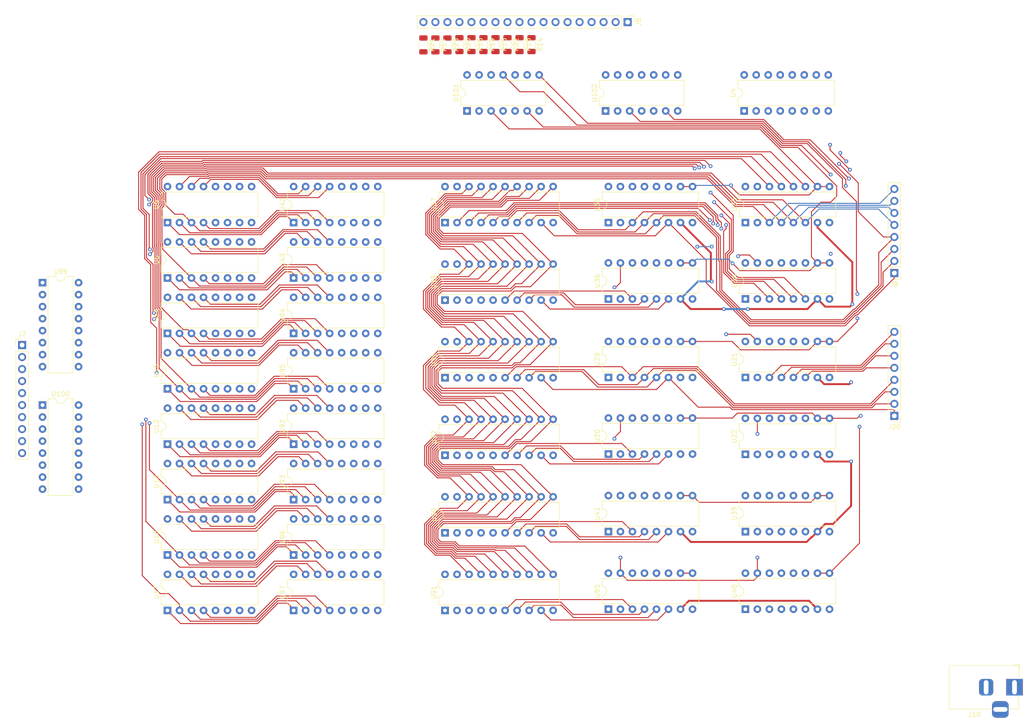
<source format=kicad_pcb>
(kicad_pcb (version 20171130) (host pcbnew "(5.1.10-1-10_14)")
  (layers (0 F.Cu signal) (1 In1.Cu signal) (2 In2.Cu signal hide) (31 B.Cu signal) (34 B.Paste user) (35 F.Paste user) (36 B.SilkS user) (37 F.SilkS user) (38 B.Mask user) (39 F.Mask user) (44 Edge.Cuts user))
  (net 0 "")
  (net 1 VCC)
  (net 2 GND)
  (net 3 RESET)
  (net 4 CLOCK)
  (net 5 "Net-(U6-Pad12)")
  (net 6 "/Register Array/C_REGISTER_OUT")
  (net 7 "/Register Array/A_REGISTER_OUT")
  (net 8 /A7)
  (net 9 /A6)
  (net 10 /A5)
  (net 11 /A4)
  (net 12 /A3)
  (net 13 /A2)
  (net 14 /A1)
  (net 15 /A0)
  (net 16 "/Register Array/B_REGISTER_OUT")
  (net 17 /B7)
  (net 18 /B6)
  (net 19 /B5)
  (net 20 /B4)
  (net 21 /B3)
  (net 22 /B2)
  (net 23 /B1)
  (net 24 /B0)
  (net 25 "/Register Array/A2_REGISTER_OUT")
  (net 26 "/Register Array/B2_REGISTER_OUT")
  (net 27 "/Register Array/C2_REGISTER_OUT")
  (net 28 /ROS_02)
  (net 29 /ROS_01)
  (net 30 /ROS_00)
  (net 31 /RIS_02)
  (net 32 /RIS_01)
  (net 33 /RIS_00)
  (net 34 /SOURCE_DATA_00)
  (net 35 /DESTINATION_01)
  (net 36 /SOURCE_DATA_00b)
  (net 37 /DESTINATION_01b)
  (net 38 /SOURCE_DATA_01)
  (net 39 /DESTINATION_00)
  (net 40 /SOURCE_DATA_01b)
  (net 41 /DESTINATION_00b)
  (net 42 /SOURCE_DATA_02)
  (net 43 /SOURCE_DATA_02b)
  (net 44 "Net-(U102-Pad1)")
  (net 45 "Net-(U101-Pad1)")
  (net 46 "Net-(U4-Pad12)")
  (net 47 "Net-(U4-Pad4)")
  (net 48 "Net-(U101-Pad4)")
  (net 49 "/Register Array/SB_00")
  (net 50 "/Register Array/C_00")
  (net 51 "Net-(U5-Pad6)")
  (net 52 "/Register Array/SC_00")
  (net 53 "/Register Array/DATA_BUS_00")
  (net 54 "Net-(U5-Pad12)")
  (net 55 BUS_00)
  (net 56 "/Register Array/SA_00")
  (net 57 "/Register Array/SB_01")
  (net 58 "/Register Array/C_01")
  (net 59 "Net-(U6-Pad6)")
  (net 60 "/Register Array/SC_01")
  (net 61 "/Register Array/DATA_BUS_01")
  (net 62 BUS_01)
  (net 63 "/Register Array/SA_01")
  (net 64 BUS_02)
  (net 65 BUS_03)
  (net 66 BUS_04)
  (net 67 BUS_05)
  (net 68 BUS_06)
  (net 69 BUS_07)
  (net 70 "/Register Array/SB_04")
  (net 71 "/Register Array/C_04")
  (net 72 "Net-(U12-Pad6)")
  (net 73 "/Register Array/SC_04")
  (net 74 "/Register Array/DATA_BUS_04")
  (net 75 "Net-(U12-Pad12)")
  (net 76 "/Register Array/SA_04")
  (net 77 "/Register Array/SB_05")
  (net 78 "/Register Array/C_05")
  (net 79 "Net-(U13-Pad6)")
  (net 80 "/Register Array/SC_05")
  (net 81 "/Register Array/DATA_BUS_05")
  (net 82 "Net-(U13-Pad12)")
  (net 83 "/Register Array/SA_05")
  (net 84 "/Register Array/SB_02")
  (net 85 "/Register Array/C_02")
  (net 86 "Net-(U14-Pad6)")
  (net 87 "/Register Array/SC_02")
  (net 88 "/Register Array/DATA_BUS_02")
  (net 89 "Net-(U14-Pad12)")
  (net 90 "/Register Array/SA_02")
  (net 91 "/Register Array/SB_03")
  (net 92 "/Register Array/C_03")
  (net 93 "Net-(U15-Pad6)")
  (net 94 "/Register Array/SC_03")
  (net 95 "/Register Array/DATA_BUS_03")
  (net 96 "Net-(U15-Pad12)")
  (net 97 "/Register Array/SA_03")
  (net 98 "/Register Array/SB_06")
  (net 99 "/Register Array/C_06")
  (net 100 "Net-(U16-Pad6)")
  (net 101 "/Register Array/SC_06")
  (net 102 "/Register Array/DATA_BUS_06")
  (net 103 "Net-(U16-Pad12)")
  (net 104 "/Register Array/SA_06")
  (net 105 "/Register Array/SB_07")
  (net 106 "/Register Array/C_07")
  (net 107 "Net-(U17-Pad6)")
  (net 108 "/Register Array/SC_07")
  (net 109 "/Register Array/DATA_BUS_07")
  (net 110 "Net-(U17-Pad12)")
  (net 111 "/Register Array/SA_07")
  (net 112 "/Register Array/B Register w/ Shadow/EN")
  (net 113 "/Register Array/SHADOW_DATA_BUS_00")
  (net 114 "/Register Array/SHADOW_DATA_BUS_01")
  (net 115 "/Register Array/SHADOW_DATA_BUS_02")
  (net 116 "/Register Array/SHADOW_DATA_BUS_03")
  (net 117 "/Register Array/B Register w/ Shadow/EN2")
  (net 118 "/Register Array/SHADOW_DATA_BUS_04")
  (net 119 "/Register Array/SHADOW_DATA_BUS_05")
  (net 120 "/Register Array/SHADOW_DATA_BUS_06")
  (net 121 "/Register Array/SHADOW_DATA_BUS_07")
  (net 122 "/Register Array/A Register w/ Shadow/EN")
  (net 123 "/Register Array/A Register w/ Shadow/EN2")
  (net 124 "/Register Array/C Register w/ Shadow/EN")
  (net 125 "/Register Array/C Register w/ Shadow/EN2")
  (net 126 "Net-(U42-Pad6)")
  (net 127 "Net-(U42-Pad12)")
  (net 128 "Net-(U43-Pad6)")
  (net 129 "Net-(U43-Pad12)")
  (net 130 "/Register Array/Output To Bus/Q4")
  (net 131 "/Register Array/Output To Bus/Q2")
  (net 132 "/Register Array/Output To Bus/Q3")
  (net 133 "Net-(U92-Pad6)")
  (net 134 "Net-(U92-Pad12)")
  (net 135 "Net-(U93-Pad6)")
  (net 136 "Net-(U93-Pad12)")
  (net 137 "Net-(U94-Pad6)")
  (net 138 "Net-(U94-Pad12)")
  (net 139 "Net-(U95-Pad6)")
  (net 140 "Net-(U95-Pad12)")
  (net 141 "Net-(U96-Pad6)")
  (net 142 "Net-(U96-Pad12)")
  (net 143 "Net-(U97-Pad6)")
  (net 144 "Net-(U97-Pad12)")
  (net 145 "/Register Array/Output To Bus/Q0")
  (net 146 "/Register Array/Output To Bus/Q7")
  (net 147 "/Register Array/Output To Bus/Q1")
  (net 148 "/Register Array/Output To Bus/Q5")
  (net 149 "/Register Array/Output To Bus/Q6")
  (net 150 "/Register Array/sheet6AE747EC/Q0")
  (net 151 "/Register Array/sheet6AE747EC/Q7")
  (net 152 "Net-(U101-Pad9)")
  (net 153 "Net-(U101-Pad12)")
  (net 154 "Net-(U102-Pad4)")
  (module Connector_PinHeader_2.54mm:PinHeader_1x10_P2.54mm_Vertical (layer F.Cu) (at -14.478 88.392)
    (fp_text reference J7 (at 0 -2.33) (layer F.SilkS))
    (fp_text value Conn_01x10)
    (pad 10 thru_hole oval (at 0 22.86) (size 1.7 1.7) (drill 1) (layers *.Cu *.Mask) (net 1 VCC))
    (pad 9 thru_hole oval (at 0 20.32) (size 1.7 1.7) (drill 1) (layers *.Cu *.Mask) (net 2 GND))
    (pad 8 thru_hole oval (at 0 17.78) (size 1.7 1.7) (drill 1) (layers *.Cu *.Mask) (net 28 /ROS_02))
    (pad 7 thru_hole oval (at 0 15.24) (size 1.7 1.7) (drill 1) (layers *.Cu *.Mask) (net 29 /ROS_01))
    (pad 6 thru_hole oval (at 0 12.7) (size 1.7 1.7) (drill 1) (layers *.Cu *.Mask) (net 30 /ROS_00))
    (pad 5 thru_hole oval (at 0 10.16) (size 1.7 1.7) (drill 1) (layers *.Cu *.Mask) (net 31 /RIS_02))
    (pad 4 thru_hole oval (at 0 7.62) (size 1.7 1.7) (drill 1) (layers *.Cu *.Mask) (net 32 /RIS_01))
    (pad 3 thru_hole oval (at 0 5.08) (size 1.7 1.7) (drill 1) (layers *.Cu *.Mask) (net 33 /RIS_00))
    (pad 2 thru_hole oval (at 0 2.54) (size 1.7 1.7) (drill 1) (layers *.Cu *.Mask) (net 4 CLOCK))
    (pad 1 thru_hole rect (at 0 0) (size 1.7 1.7) (drill 1) (layers *.Cu *.Mask) (net 3 RESET))
  )
  (module Connector_PinHeader_2.54mm:PinHeader_1x08_P2.54mm_Vertical (layer F.Cu) (at 169.926 103.378 180)
    (fp_text reference J20 (at 0 -2.33) (layer F.SilkS))
    (fp_text value Conn_01x08)
    (pad 8 thru_hole oval (at 0 17.78 180) (size 1.7 1.7) (drill 1) (layers *.Cu *.Mask) (net 24 /B0))
    (pad 7 thru_hole oval (at 0 15.24 180) (size 1.7 1.7) (drill 1) (layers *.Cu *.Mask) (net 23 /B1))
    (pad 6 thru_hole oval (at 0 12.7 180) (size 1.7 1.7) (drill 1) (layers *.Cu *.Mask) (net 22 /B2))
    (pad 5 thru_hole oval (at 0 10.16 180) (size 1.7 1.7) (drill 1) (layers *.Cu *.Mask) (net 21 /B3))
    (pad 4 thru_hole oval (at 0 7.62 180) (size 1.7 1.7) (drill 1) (layers *.Cu *.Mask) (net 20 /B4))
    (pad 3 thru_hole oval (at 0 5.08 180) (size 1.7 1.7) (drill 1) (layers *.Cu *.Mask) (net 19 /B5))
    (pad 2 thru_hole oval (at 0 2.54 180) (size 1.7 1.7) (drill 1) (layers *.Cu *.Mask) (net 18 /B6))
    (pad 1 thru_hole rect (at 0 0 180) (size 1.7 1.7) (drill 1) (layers *.Cu *.Mask) (net 17 /B7))
  )
  (module Connector_BarrelJack:BarrelJack_Horizontal (layer F.Cu) (at 195.326 160.782)
    (fp_text reference J10 (at -8.45 5.75) (layer F.SilkS))
    (fp_text value Barrel_Jack)
    (pad 3 thru_hole roundrect (at -3 4.7) (size 3.5 3.5) (drill oval 3 1) (layers *.Cu *.Mask))
    (pad 2 thru_hole roundrect (at -6 0) (size 3 3.5) (drill oval 1 3) (layers *.Cu *.Mask) (net 2 GND))
    (pad 1 thru_hole rect (at 0 0) (size 3.5 3.5) (drill oval 1 3) (layers *.Cu *.Mask) (net 1 VCC))
  )
  (module Connector_PinHeader_2.54mm:PinHeader_1x08_P2.54mm_Vertical (layer F.Cu) (at 169.926 73.152 180)
    (fp_text reference J9 (at 0 -2.33) (layer F.SilkS))
    (fp_text value Conn_01x08)
    (pad 8 thru_hole oval (at 0 17.78 180) (size 1.7 1.7) (drill 1) (layers *.Cu *.Mask) (net 15 /A0))
    (pad 7 thru_hole oval (at 0 15.24 180) (size 1.7 1.7) (drill 1) (layers *.Cu *.Mask) (net 14 /A1))
    (pad 6 thru_hole oval (at 0 12.7 180) (size 1.7 1.7) (drill 1) (layers *.Cu *.Mask) (net 13 /A2))
    (pad 5 thru_hole oval (at 0 10.16 180) (size 1.7 1.7) (drill 1) (layers *.Cu *.Mask) (net 12 /A3))
    (pad 4 thru_hole oval (at 0 7.62 180) (size 1.7 1.7) (drill 1) (layers *.Cu *.Mask) (net 11 /A4))
    (pad 3 thru_hole oval (at 0 5.08 180) (size 1.7 1.7) (drill 1) (layers *.Cu *.Mask) (net 10 /A5))
    (pad 2 thru_hole oval (at 0 2.54 180) (size 1.7 1.7) (drill 1) (layers *.Cu *.Mask) (net 9 /A6))
    (pad 1 thru_hole rect (at 0 0 180) (size 1.7 1.7) (drill 1) (layers *.Cu *.Mask) (net 8 /A7))
  )
  (module Connector_PinHeader_2.54mm:PinHeader_1x18_P2.54mm_Vertical (layer F.Cu) (at 113.538 20.066 270)
    (fp_text reference J8 (at 0 -2.33 90) (layer F.SilkS))
    (fp_text value Conn_01x18)
    (pad 18 thru_hole oval (at 0 43.18 270) (size 1.7 1.7) (drill 1) (layers *.Cu *.Mask) (net 41 /DESTINATION_00b))
    (pad 17 thru_hole oval (at 0 40.64 270) (size 1.7 1.7) (drill 1) (layers *.Cu *.Mask) (net 37 /DESTINATION_01b))
    (pad 16 thru_hole oval (at 0 38.1 270) (size 1.7 1.7) (drill 1) (layers *.Cu *.Mask) (net 43 /SOURCE_DATA_02b))
    (pad 15 thru_hole oval (at 0 35.56 270) (size 1.7 1.7) (drill 1) (layers *.Cu *.Mask) (net 40 /SOURCE_DATA_01b))
    (pad 14 thru_hole oval (at 0 33.02 270) (size 1.7 1.7) (drill 1) (layers *.Cu *.Mask) (net 36 /SOURCE_DATA_00b))
    (pad 13 thru_hole oval (at 0 30.48 270) (size 1.7 1.7) (drill 1) (layers *.Cu *.Mask) (net 39 /DESTINATION_00))
    (pad 12 thru_hole oval (at 0 27.94 270) (size 1.7 1.7) (drill 1) (layers *.Cu *.Mask) (net 35 /DESTINATION_01))
    (pad 11 thru_hole oval (at 0 25.4 270) (size 1.7 1.7) (drill 1) (layers *.Cu *.Mask) (net 42 /SOURCE_DATA_02))
    (pad 10 thru_hole oval (at 0 22.86 270) (size 1.7 1.7) (drill 1) (layers *.Cu *.Mask) (net 38 /SOURCE_DATA_01))
    (pad 9 thru_hole oval (at 0 20.32 270) (size 1.7 1.7) (drill 1) (layers *.Cu *.Mask) (net 34 /SOURCE_DATA_00))
    (pad 8 thru_hole oval (at 0 17.78 270) (size 1.7 1.7) (drill 1) (layers *.Cu *.Mask) (net 55 BUS_00))
    (pad 7 thru_hole oval (at 0 15.24 270) (size 1.7 1.7) (drill 1) (layers *.Cu *.Mask) (net 62 BUS_01))
    (pad 6 thru_hole oval (at 0 12.7 270) (size 1.7 1.7) (drill 1) (layers *.Cu *.Mask) (net 64 BUS_02))
    (pad 5 thru_hole oval (at 0 10.16 270) (size 1.7 1.7) (drill 1) (layers *.Cu *.Mask) (net 65 BUS_03))
    (pad 4 thru_hole oval (at 0 7.62 270) (size 1.7 1.7) (drill 1) (layers *.Cu *.Mask) (net 66 BUS_04))
    (pad 3 thru_hole oval (at 0 5.08 270) (size 1.7 1.7) (drill 1) (layers *.Cu *.Mask) (net 67 BUS_05))
    (pad 2 thru_hole oval (at 0 2.54 270) (size 1.7 1.7) (drill 1) (layers *.Cu *.Mask) (net 68 BUS_06))
    (pad 1 thru_hole rect (at 0 0 270) (size 1.7 1.7) (drill 1) (layers *.Cu *.Mask) (net 69 BUS_07))
  )
  (module Package_DIP:DIP-14_W7.62mm (layer F.Cu) (at 108.8825 38.862 90)
    (fp_text reference U102 (at 3.81 -2.33 90) (layer F.SilkS))
    (fp_text value 74LS32)
    (pad 14 thru_hole oval (at 7.62 0 90) (size 1.6 1.6) (drill 0.8) (layers *.Cu *.Mask))
    (pad 7 thru_hole oval (at 0 15.24 90) (size 1.6 1.6) (drill 0.8) (layers *.Cu *.Mask))
    (pad 13 thru_hole oval (at 7.62 2.54 90) (size 1.6 1.6) (drill 0.8) (layers *.Cu *.Mask))
    (pad 6 thru_hole oval (at 0 12.7 90) (size 1.6 1.6) (drill 0.8) (layers *.Cu *.Mask) (net 125 "/Register Array/C Register w/ Shadow/EN2"))
    (pad 12 thru_hole oval (at 7.62 5.08 90) (size 1.6 1.6) (drill 0.8) (layers *.Cu *.Mask))
    (pad 5 thru_hole oval (at 0 10.16 90) (size 1.6 1.6) (drill 0.8) (layers *.Cu *.Mask) (net 149 "/Register Array/Output To Bus/Q6"))
    (pad 11 thru_hole oval (at 7.62 7.62 90) (size 1.6 1.6) (drill 0.8) (layers *.Cu *.Mask))
    (pad 4 thru_hole oval (at 0 7.62 90) (size 1.6 1.6) (drill 0.8) (layers *.Cu *.Mask) (net 154 "Net-(U102-Pad4)"))
    (pad 10 thru_hole oval (at 7.62 10.16 90) (size 1.6 1.6) (drill 0.8) (layers *.Cu *.Mask))
    (pad 3 thru_hole oval (at 0 5.08 90) (size 1.6 1.6) (drill 0.8) (layers *.Cu *.Mask) (net 124 "/Register Array/C Register w/ Shadow/EN"))
    (pad 9 thru_hole oval (at 7.62 12.7 90) (size 1.6 1.6) (drill 0.8) (layers *.Cu *.Mask))
    (pad 2 thru_hole oval (at 0 2.54 90) (size 1.6 1.6) (drill 0.8) (layers *.Cu *.Mask) (net 148 "/Register Array/Output To Bus/Q5"))
    (pad 8 thru_hole oval (at 7.62 15.24 90) (size 1.6 1.6) (drill 0.8) (layers *.Cu *.Mask))
    (pad 1 thru_hole rect (at 0 0 90) (size 1.6 1.6) (drill 0.8) (layers *.Cu *.Mask) (net 44 "Net-(U102-Pad1)"))
  )
  (module Package_DIP:DIP-14_W7.62mm (layer F.Cu) (at 79.589 38.862 90)
    (fp_text reference U101 (at 3.81 -2.33 90) (layer F.SilkS))
    (fp_text value 74LS32)
    (pad 14 thru_hole oval (at 7.62 0 90) (size 1.6 1.6) (drill 0.8) (layers *.Cu *.Mask) (net 1 VCC))
    (pad 7 thru_hole oval (at 0 15.24 90) (size 1.6 1.6) (drill 0.8) (layers *.Cu *.Mask) (net 2 GND))
    (pad 13 thru_hole oval (at 7.62 2.54 90) (size 1.6 1.6) (drill 0.8) (layers *.Cu *.Mask) (net 130 "/Register Array/Output To Bus/Q4"))
    (pad 6 thru_hole oval (at 0 12.7 90) (size 1.6 1.6) (drill 0.8) (layers *.Cu *.Mask) (net 123 "/Register Array/A Register w/ Shadow/EN2"))
    (pad 12 thru_hole oval (at 7.62 5.08 90) (size 1.6 1.6) (drill 0.8) (layers *.Cu *.Mask) (net 153 "Net-(U101-Pad12)"))
    (pad 5 thru_hole oval (at 0 10.16 90) (size 1.6 1.6) (drill 0.8) (layers *.Cu *.Mask) (net 131 "/Register Array/Output To Bus/Q2"))
    (pad 11 thru_hole oval (at 7.62 7.62 90) (size 1.6 1.6) (drill 0.8) (layers *.Cu *.Mask) (net 117 "/Register Array/B Register w/ Shadow/EN2"))
    (pad 4 thru_hole oval (at 0 7.62 90) (size 1.6 1.6) (drill 0.8) (layers *.Cu *.Mask) (net 48 "Net-(U101-Pad4)"))
    (pad 10 thru_hole oval (at 7.62 10.16 90) (size 1.6 1.6) (drill 0.8) (layers *.Cu *.Mask) (net 132 "/Register Array/Output To Bus/Q3"))
    (pad 3 thru_hole oval (at 0 5.08 90) (size 1.6 1.6) (drill 0.8) (layers *.Cu *.Mask) (net 122 "/Register Array/A Register w/ Shadow/EN"))
    (pad 9 thru_hole oval (at 7.62 12.7 90) (size 1.6 1.6) (drill 0.8) (layers *.Cu *.Mask) (net 152 "Net-(U101-Pad9)"))
    (pad 2 thru_hole oval (at 0 2.54 90) (size 1.6 1.6) (drill 0.8) (layers *.Cu *.Mask) (net 147 "/Register Array/Output To Bus/Q1"))
    (pad 8 thru_hole oval (at 7.62 15.24 90) (size 1.6 1.6) (drill 0.8) (layers *.Cu *.Mask) (net 112 "/Register Array/B Register w/ Shadow/EN"))
    (pad 1 thru_hole rect (at 0 0 90) (size 1.6 1.6) (drill 0.8) (layers *.Cu *.Mask) (net 45 "Net-(U101-Pad1)"))
  )
  (module Package_DIP:DIP-16_W7.62mm (layer F.Cu) (at -10.16 101.092)
    (fp_text reference U100 (at 3.81 -2.33) (layer F.SilkS))
    (fp_text value 74LS138)
    (pad 16 thru_hole oval (at 7.62 0) (size 1.6 1.6) (drill 0.8) (layers *.Cu *.Mask) (net 1 VCC))
    (pad 8 thru_hole oval (at 0 17.78) (size 1.6 1.6) (drill 0.8) (layers *.Cu *.Mask) (net 2 GND))
    (pad 15 thru_hole oval (at 7.62 2.54) (size 1.6 1.6) (drill 0.8) (layers *.Cu *.Mask) (net 150 "/Register Array/sheet6AE747EC/Q0"))
    (pad 7 thru_hole oval (at 0 15.24) (size 1.6 1.6) (drill 0.8) (layers *.Cu *.Mask) (net 151 "/Register Array/sheet6AE747EC/Q7"))
    (pad 14 thru_hole oval (at 7.62 5.08) (size 1.6 1.6) (drill 0.8) (layers *.Cu *.Mask) (net 7 "/Register Array/A_REGISTER_OUT"))
    (pad 6 thru_hole oval (at 0 12.7) (size 1.6 1.6) (drill 0.8) (layers *.Cu *.Mask) (net 1 VCC))
    (pad 13 thru_hole oval (at 7.62 7.62) (size 1.6 1.6) (drill 0.8) (layers *.Cu *.Mask) (net 25 "/Register Array/A2_REGISTER_OUT"))
    (pad 5 thru_hole oval (at 0 10.16) (size 1.6 1.6) (drill 0.8) (layers *.Cu *.Mask) (net 2 GND))
    (pad 12 thru_hole oval (at 7.62 10.16) (size 1.6 1.6) (drill 0.8) (layers *.Cu *.Mask) (net 16 "/Register Array/B_REGISTER_OUT"))
    (pad 4 thru_hole oval (at 0 7.62) (size 1.6 1.6) (drill 0.8) (layers *.Cu *.Mask) (net 2 GND))
    (pad 11 thru_hole oval (at 7.62 12.7) (size 1.6 1.6) (drill 0.8) (layers *.Cu *.Mask) (net 26 "/Register Array/B2_REGISTER_OUT"))
    (pad 3 thru_hole oval (at 0 5.08) (size 1.6 1.6) (drill 0.8) (layers *.Cu *.Mask) (net 28 /ROS_02))
    (pad 10 thru_hole oval (at 7.62 15.24) (size 1.6 1.6) (drill 0.8) (layers *.Cu *.Mask) (net 6 "/Register Array/C_REGISTER_OUT"))
    (pad 2 thru_hole oval (at 0 2.54) (size 1.6 1.6) (drill 0.8) (layers *.Cu *.Mask) (net 29 /ROS_01))
    (pad 9 thru_hole oval (at 7.62 17.78) (size 1.6 1.6) (drill 0.8) (layers *.Cu *.Mask) (net 27 "/Register Array/C2_REGISTER_OUT"))
    (pad 1 thru_hole rect (at 0 0) (size 1.6 1.6) (drill 0.8) (layers *.Cu *.Mask) (net 30 /ROS_00))
  )
  (module Package_DIP:DIP-16_W7.62mm (layer F.Cu) (at -10.16 75.184)
    (fp_text reference U99 (at 3.81 -2.33) (layer F.SilkS))
    (fp_text value 74LS138)
    (pad 16 thru_hole oval (at 7.62 0) (size 1.6 1.6) (drill 0.8) (layers *.Cu *.Mask) (net 1 VCC))
    (pad 8 thru_hole oval (at 0 17.78) (size 1.6 1.6) (drill 0.8) (layers *.Cu *.Mask) (net 2 GND))
    (pad 15 thru_hole oval (at 7.62 2.54) (size 1.6 1.6) (drill 0.8) (layers *.Cu *.Mask) (net 145 "/Register Array/Output To Bus/Q0"))
    (pad 7 thru_hole oval (at 0 15.24) (size 1.6 1.6) (drill 0.8) (layers *.Cu *.Mask) (net 146 "/Register Array/Output To Bus/Q7"))
    (pad 14 thru_hole oval (at 7.62 5.08) (size 1.6 1.6) (drill 0.8) (layers *.Cu *.Mask) (net 147 "/Register Array/Output To Bus/Q1"))
    (pad 6 thru_hole oval (at 0 12.7) (size 1.6 1.6) (drill 0.8) (layers *.Cu *.Mask) (net 1 VCC))
    (pad 13 thru_hole oval (at 7.62 7.62) (size 1.6 1.6) (drill 0.8) (layers *.Cu *.Mask) (net 131 "/Register Array/Output To Bus/Q2"))
    (pad 5 thru_hole oval (at 0 10.16) (size 1.6 1.6) (drill 0.8) (layers *.Cu *.Mask) (net 2 GND))
    (pad 12 thru_hole oval (at 7.62 10.16) (size 1.6 1.6) (drill 0.8) (layers *.Cu *.Mask) (net 132 "/Register Array/Output To Bus/Q3"))
    (pad 4 thru_hole oval (at 0 7.62) (size 1.6 1.6) (drill 0.8) (layers *.Cu *.Mask) (net 2 GND))
    (pad 11 thru_hole oval (at 7.62 12.7) (size 1.6 1.6) (drill 0.8) (layers *.Cu *.Mask) (net 130 "/Register Array/Output To Bus/Q4"))
    (pad 3 thru_hole oval (at 0 5.08) (size 1.6 1.6) (drill 0.8) (layers *.Cu *.Mask) (net 31 /RIS_02))
    (pad 10 thru_hole oval (at 7.62 15.24) (size 1.6 1.6) (drill 0.8) (layers *.Cu *.Mask) (net 148 "/Register Array/Output To Bus/Q5"))
    (pad 2 thru_hole oval (at 0 2.54) (size 1.6 1.6) (drill 0.8) (layers *.Cu *.Mask) (net 32 /RIS_01))
    (pad 9 thru_hole oval (at 7.62 17.78) (size 1.6 1.6) (drill 0.8) (layers *.Cu *.Mask) (net 149 "/Register Array/Output To Bus/Q6"))
    (pad 1 thru_hole rect (at 0 0) (size 1.6 1.6) (drill 0.8) (layers *.Cu *.Mask) (net 33 /RIS_00))
  )
  (module Package_DIP:DIP-16_W7.62mm (layer F.Cu) (at 42.926 144.526 90)
    (fp_text reference U97 (at 3.81 -2.33 90) (layer F.SilkS))
    (fp_text value 74LS251)
    (pad 16 thru_hole oval (at 7.62 0 90) (size 1.6 1.6) (drill 0.8) (layers *.Cu *.Mask) (net 1 VCC))
    (pad 8 thru_hole oval (at 0 17.78 90) (size 1.6 1.6) (drill 0.8) (layers *.Cu *.Mask) (net 2 GND))
    (pad 15 thru_hole oval (at 7.62 2.54 90) (size 1.6 1.6) (drill 0.8) (layers *.Cu *.Mask) (net 105 "/Register Array/SB_07"))
    (pad 7 thru_hole oval (at 0 15.24 90) (size 1.6 1.6) (drill 0.8) (layers *.Cu *.Mask) (net 2 GND))
    (pad 14 thru_hole oval (at 7.62 5.08 90) (size 1.6 1.6) (drill 0.8) (layers *.Cu *.Mask) (net 106 "/Register Array/C_07"))
    (pad 6 thru_hole oval (at 0 12.7 90) (size 1.6 1.6) (drill 0.8) (layers *.Cu *.Mask) (net 143 "Net-(U97-Pad6)"))
    (pad 13 thru_hole oval (at 7.62 7.62 90) (size 1.6 1.6) (drill 0.8) (layers *.Cu *.Mask) (net 108 "/Register Array/SC_07"))
    (pad 5 thru_hole oval (at 0 10.16 90) (size 1.6 1.6) (drill 0.8) (layers *.Cu *.Mask) (net 121 "/Register Array/SHADOW_DATA_BUS_07"))
    (pad 12 thru_hole oval (at 7.62 10.16 90) (size 1.6 1.6) (drill 0.8) (layers *.Cu *.Mask) (net 144 "Net-(U97-Pad12)"))
    (pad 4 thru_hole oval (at 0 7.62 90) (size 1.6 1.6) (drill 0.8) (layers *.Cu *.Mask) (net 69 BUS_07))
    (pad 11 thru_hole oval (at 7.62 12.7 90) (size 1.6 1.6) (drill 0.8) (layers *.Cu *.Mask) (net 36 /SOURCE_DATA_00b))
    (pad 3 thru_hole oval (at 0 5.08 90) (size 1.6 1.6) (drill 0.8) (layers *.Cu *.Mask) (net 8 /A7))
    (pad 10 thru_hole oval (at 7.62 15.24 90) (size 1.6 1.6) (drill 0.8) (layers *.Cu *.Mask) (net 40 /SOURCE_DATA_01b))
    (pad 2 thru_hole oval (at 0 2.54 90) (size 1.6 1.6) (drill 0.8) (layers *.Cu *.Mask) (net 111 "/Register Array/SA_07"))
    (pad 9 thru_hole oval (at 7.62 17.78 90) (size 1.6 1.6) (drill 0.8) (layers *.Cu *.Mask) (net 43 /SOURCE_DATA_02b))
    (pad 1 thru_hole rect (at 0 0 90) (size 1.6 1.6) (drill 0.8) (layers *.Cu *.Mask) (net 17 /B7))
  )
  (module Package_DIP:DIP-16_W7.62mm (layer F.Cu) (at 42.926 132.80571 90)
    (fp_text reference U96 (at 3.81 -2.33 90) (layer F.SilkS))
    (fp_text value 74LS251)
    (pad 16 thru_hole oval (at 7.62 0 90) (size 1.6 1.6) (drill 0.8) (layers *.Cu *.Mask) (net 1 VCC))
    (pad 8 thru_hole oval (at 0 17.78 90) (size 1.6 1.6) (drill 0.8) (layers *.Cu *.Mask) (net 2 GND))
    (pad 15 thru_hole oval (at 7.62 2.54 90) (size 1.6 1.6) (drill 0.8) (layers *.Cu *.Mask) (net 98 "/Register Array/SB_06"))
    (pad 7 thru_hole oval (at 0 15.24 90) (size 1.6 1.6) (drill 0.8) (layers *.Cu *.Mask) (net 2 GND))
    (pad 14 thru_hole oval (at 7.62 5.08 90) (size 1.6 1.6) (drill 0.8) (layers *.Cu *.Mask) (net 99 "/Register Array/C_06"))
    (pad 6 thru_hole oval (at 0 12.7 90) (size 1.6 1.6) (drill 0.8) (layers *.Cu *.Mask) (net 141 "Net-(U96-Pad6)"))
    (pad 13 thru_hole oval (at 7.62 7.62 90) (size 1.6 1.6) (drill 0.8) (layers *.Cu *.Mask) (net 101 "/Register Array/SC_06"))
    (pad 5 thru_hole oval (at 0 10.16 90) (size 1.6 1.6) (drill 0.8) (layers *.Cu *.Mask) (net 120 "/Register Array/SHADOW_DATA_BUS_06"))
    (pad 12 thru_hole oval (at 7.62 10.16 90) (size 1.6 1.6) (drill 0.8) (layers *.Cu *.Mask) (net 142 "Net-(U96-Pad12)"))
    (pad 4 thru_hole oval (at 0 7.62 90) (size 1.6 1.6) (drill 0.8) (layers *.Cu *.Mask) (net 68 BUS_06))
    (pad 11 thru_hole oval (at 7.62 12.7 90) (size 1.6 1.6) (drill 0.8) (layers *.Cu *.Mask) (net 36 /SOURCE_DATA_00b))
    (pad 3 thru_hole oval (at 0 5.08 90) (size 1.6 1.6) (drill 0.8) (layers *.Cu *.Mask) (net 9 /A6))
    (pad 10 thru_hole oval (at 7.62 15.24 90) (size 1.6 1.6) (drill 0.8) (layers *.Cu *.Mask) (net 40 /SOURCE_DATA_01b))
    (pad 2 thru_hole oval (at 0 2.54 90) (size 1.6 1.6) (drill 0.8) (layers *.Cu *.Mask) (net 104 "/Register Array/SA_06"))
    (pad 9 thru_hole oval (at 7.62 17.78 90) (size 1.6 1.6) (drill 0.8) (layers *.Cu *.Mask) (net 43 /SOURCE_DATA_02b))
    (pad 1 thru_hole rect (at 0 0 90) (size 1.6 1.6) (drill 0.8) (layers *.Cu *.Mask) (net 18 /B6))
  )
  (module Package_DIP:DIP-16_W7.62mm (layer F.Cu) (at 42.926 97.644855 90)
    (fp_text reference U95 (at 3.81 -2.33 90) (layer F.SilkS))
    (fp_text value 74LS251)
    (pad 16 thru_hole oval (at 7.62 0 90) (size 1.6 1.6) (drill 0.8) (layers *.Cu *.Mask) (net 1 VCC))
    (pad 8 thru_hole oval (at 0 17.78 90) (size 1.6 1.6) (drill 0.8) (layers *.Cu *.Mask) (net 2 GND))
    (pad 15 thru_hole oval (at 7.62 2.54 90) (size 1.6 1.6) (drill 0.8) (layers *.Cu *.Mask) (net 91 "/Register Array/SB_03"))
    (pad 7 thru_hole oval (at 0 15.24 90) (size 1.6 1.6) (drill 0.8) (layers *.Cu *.Mask) (net 2 GND))
    (pad 14 thru_hole oval (at 7.62 5.08 90) (size 1.6 1.6) (drill 0.8) (layers *.Cu *.Mask) (net 92 "/Register Array/C_03"))
    (pad 6 thru_hole oval (at 0 12.7 90) (size 1.6 1.6) (drill 0.8) (layers *.Cu *.Mask) (net 139 "Net-(U95-Pad6)"))
    (pad 13 thru_hole oval (at 7.62 7.62 90) (size 1.6 1.6) (drill 0.8) (layers *.Cu *.Mask) (net 94 "/Register Array/SC_03"))
    (pad 5 thru_hole oval (at 0 10.16 90) (size 1.6 1.6) (drill 0.8) (layers *.Cu *.Mask) (net 116 "/Register Array/SHADOW_DATA_BUS_03"))
    (pad 12 thru_hole oval (at 7.62 10.16 90) (size 1.6 1.6) (drill 0.8) (layers *.Cu *.Mask) (net 140 "Net-(U95-Pad12)"))
    (pad 4 thru_hole oval (at 0 7.62 90) (size 1.6 1.6) (drill 0.8) (layers *.Cu *.Mask) (net 65 BUS_03))
    (pad 11 thru_hole oval (at 7.62 12.7 90) (size 1.6 1.6) (drill 0.8) (layers *.Cu *.Mask) (net 36 /SOURCE_DATA_00b))
    (pad 3 thru_hole oval (at 0 5.08 90) (size 1.6 1.6) (drill 0.8) (layers *.Cu *.Mask) (net 12 /A3))
    (pad 10 thru_hole oval (at 7.62 15.24 90) (size 1.6 1.6) (drill 0.8) (layers *.Cu *.Mask) (net 40 /SOURCE_DATA_01b))
    (pad 2 thru_hole oval (at 0 2.54 90) (size 1.6 1.6) (drill 0.8) (layers *.Cu *.Mask) (net 97 "/Register Array/SA_03"))
    (pad 9 thru_hole oval (at 7.62 17.78 90) (size 1.6 1.6) (drill 0.8) (layers *.Cu *.Mask) (net 43 /SOURCE_DATA_02b))
    (pad 1 thru_hole rect (at 0 0 90) (size 1.6 1.6) (drill 0.8) (layers *.Cu *.Mask) (net 21 /B3))
  )
  (module Package_DIP:DIP-16_W7.62mm (layer F.Cu) (at 42.926 85.92457 90)
    (fp_text reference U94 (at 3.81 -2.33 90) (layer F.SilkS))
    (fp_text value 74LS251)
    (pad 16 thru_hole oval (at 7.62 0 90) (size 1.6 1.6) (drill 0.8) (layers *.Cu *.Mask) (net 1 VCC))
    (pad 8 thru_hole oval (at 0 17.78 90) (size 1.6 1.6) (drill 0.8) (layers *.Cu *.Mask) (net 2 GND))
    (pad 15 thru_hole oval (at 7.62 2.54 90) (size 1.6 1.6) (drill 0.8) (layers *.Cu *.Mask) (net 84 "/Register Array/SB_02"))
    (pad 7 thru_hole oval (at 0 15.24 90) (size 1.6 1.6) (drill 0.8) (layers *.Cu *.Mask) (net 2 GND))
    (pad 14 thru_hole oval (at 7.62 5.08 90) (size 1.6 1.6) (drill 0.8) (layers *.Cu *.Mask) (net 85 "/Register Array/C_02"))
    (pad 6 thru_hole oval (at 0 12.7 90) (size 1.6 1.6) (drill 0.8) (layers *.Cu *.Mask) (net 137 "Net-(U94-Pad6)"))
    (pad 13 thru_hole oval (at 7.62 7.62 90) (size 1.6 1.6) (drill 0.8) (layers *.Cu *.Mask) (net 87 "/Register Array/SC_02"))
    (pad 5 thru_hole oval (at 0 10.16 90) (size 1.6 1.6) (drill 0.8) (layers *.Cu *.Mask) (net 115 "/Register Array/SHADOW_DATA_BUS_02"))
    (pad 12 thru_hole oval (at 7.62 10.16 90) (size 1.6 1.6) (drill 0.8) (layers *.Cu *.Mask) (net 138 "Net-(U94-Pad12)"))
    (pad 4 thru_hole oval (at 0 7.62 90) (size 1.6 1.6) (drill 0.8) (layers *.Cu *.Mask) (net 64 BUS_02))
    (pad 11 thru_hole oval (at 7.62 12.7 90) (size 1.6 1.6) (drill 0.8) (layers *.Cu *.Mask) (net 36 /SOURCE_DATA_00b))
    (pad 3 thru_hole oval (at 0 5.08 90) (size 1.6 1.6) (drill 0.8) (layers *.Cu *.Mask) (net 13 /A2))
    (pad 10 thru_hole oval (at 7.62 15.24 90) (size 1.6 1.6) (drill 0.8) (layers *.Cu *.Mask) (net 40 /SOURCE_DATA_01b))
    (pad 2 thru_hole oval (at 0 2.54 90) (size 1.6 1.6) (drill 0.8) (layers *.Cu *.Mask) (net 90 "/Register Array/SA_02"))
    (pad 9 thru_hole oval (at 7.62 17.78 90) (size 1.6 1.6) (drill 0.8) (layers *.Cu *.Mask) (net 43 /SOURCE_DATA_02b))
    (pad 1 thru_hole rect (at 0 0 90) (size 1.6 1.6) (drill 0.8) (layers *.Cu *.Mask) (net 22 /B2))
  )
  (module Package_DIP:DIP-16_W7.62mm (layer F.Cu) (at 42.926 121.085425 90)
    (fp_text reference U93 (at 3.81 -2.33 90) (layer F.SilkS))
    (fp_text value 74LS251)
    (pad 16 thru_hole oval (at 7.62 0 90) (size 1.6 1.6) (drill 0.8) (layers *.Cu *.Mask) (net 1 VCC))
    (pad 8 thru_hole oval (at 0 17.78 90) (size 1.6 1.6) (drill 0.8) (layers *.Cu *.Mask) (net 2 GND))
    (pad 15 thru_hole oval (at 7.62 2.54 90) (size 1.6 1.6) (drill 0.8) (layers *.Cu *.Mask) (net 77 "/Register Array/SB_05"))
    (pad 7 thru_hole oval (at 0 15.24 90) (size 1.6 1.6) (drill 0.8) (layers *.Cu *.Mask) (net 2 GND))
    (pad 14 thru_hole oval (at 7.62 5.08 90) (size 1.6 1.6) (drill 0.8) (layers *.Cu *.Mask) (net 78 "/Register Array/C_05"))
    (pad 6 thru_hole oval (at 0 12.7 90) (size 1.6 1.6) (drill 0.8) (layers *.Cu *.Mask) (net 135 "Net-(U93-Pad6)"))
    (pad 13 thru_hole oval (at 7.62 7.62 90) (size 1.6 1.6) (drill 0.8) (layers *.Cu *.Mask) (net 80 "/Register Array/SC_05"))
    (pad 5 thru_hole oval (at 0 10.16 90) (size 1.6 1.6) (drill 0.8) (layers *.Cu *.Mask) (net 119 "/Register Array/SHADOW_DATA_BUS_05"))
    (pad 12 thru_hole oval (at 7.62 10.16 90) (size 1.6 1.6) (drill 0.8) (layers *.Cu *.Mask) (net 136 "Net-(U93-Pad12)"))
    (pad 4 thru_hole oval (at 0 7.62 90) (size 1.6 1.6) (drill 0.8) (layers *.Cu *.Mask) (net 67 BUS_05))
    (pad 11 thru_hole oval (at 7.62 12.7 90) (size 1.6 1.6) (drill 0.8) (layers *.Cu *.Mask) (net 36 /SOURCE_DATA_00b))
    (pad 3 thru_hole oval (at 0 5.08 90) (size 1.6 1.6) (drill 0.8) (layers *.Cu *.Mask) (net 10 /A5))
    (pad 10 thru_hole oval (at 7.62 15.24 90) (size 1.6 1.6) (drill 0.8) (layers *.Cu *.Mask) (net 40 /SOURCE_DATA_01b))
    (pad 2 thru_hole oval (at 0 2.54 90) (size 1.6 1.6) (drill 0.8) (layers *.Cu *.Mask) (net 83 "/Register Array/SA_05"))
    (pad 9 thru_hole oval (at 7.62 17.78 90) (size 1.6 1.6) (drill 0.8) (layers *.Cu *.Mask) (net 43 /SOURCE_DATA_02b))
    (pad 1 thru_hole rect (at 0 0 90) (size 1.6 1.6) (drill 0.8) (layers *.Cu *.Mask) (net 19 /B5))
  )
  (module Package_DIP:DIP-16_W7.62mm (layer F.Cu) (at 42.926 109.36514 90)
    (fp_text reference U92 (at 3.81 -2.33 90) (layer F.SilkS))
    (fp_text value 74LS251)
    (pad 16 thru_hole oval (at 7.62 0 90) (size 1.6 1.6) (drill 0.8) (layers *.Cu *.Mask) (net 1 VCC))
    (pad 8 thru_hole oval (at 0 17.78 90) (size 1.6 1.6) (drill 0.8) (layers *.Cu *.Mask) (net 2 GND))
    (pad 15 thru_hole oval (at 7.62 2.54 90) (size 1.6 1.6) (drill 0.8) (layers *.Cu *.Mask) (net 70 "/Register Array/SB_04"))
    (pad 7 thru_hole oval (at 0 15.24 90) (size 1.6 1.6) (drill 0.8) (layers *.Cu *.Mask) (net 2 GND))
    (pad 14 thru_hole oval (at 7.62 5.08 90) (size 1.6 1.6) (drill 0.8) (layers *.Cu *.Mask) (net 71 "/Register Array/C_04"))
    (pad 6 thru_hole oval (at 0 12.7 90) (size 1.6 1.6) (drill 0.8) (layers *.Cu *.Mask) (net 133 "Net-(U92-Pad6)"))
    (pad 13 thru_hole oval (at 7.62 7.62 90) (size 1.6 1.6) (drill 0.8) (layers *.Cu *.Mask) (net 73 "/Register Array/SC_04"))
    (pad 5 thru_hole oval (at 0 10.16 90) (size 1.6 1.6) (drill 0.8) (layers *.Cu *.Mask) (net 118 "/Register Array/SHADOW_DATA_BUS_04"))
    (pad 12 thru_hole oval (at 7.62 10.16 90) (size 1.6 1.6) (drill 0.8) (layers *.Cu *.Mask) (net 134 "Net-(U92-Pad12)"))
    (pad 4 thru_hole oval (at 0 7.62 90) (size 1.6 1.6) (drill 0.8) (layers *.Cu *.Mask) (net 66 BUS_04))
    (pad 11 thru_hole oval (at 7.62 12.7 90) (size 1.6 1.6) (drill 0.8) (layers *.Cu *.Mask) (net 36 /SOURCE_DATA_00b))
    (pad 3 thru_hole oval (at 0 5.08 90) (size 1.6 1.6) (drill 0.8) (layers *.Cu *.Mask) (net 11 /A4))
    (pad 10 thru_hole oval (at 7.62 15.24 90) (size 1.6 1.6) (drill 0.8) (layers *.Cu *.Mask) (net 40 /SOURCE_DATA_01b))
    (pad 2 thru_hole oval (at 0 2.54 90) (size 1.6 1.6) (drill 0.8) (layers *.Cu *.Mask) (net 76 "/Register Array/SA_04"))
    (pad 9 thru_hole oval (at 7.62 17.78 90) (size 1.6 1.6) (drill 0.8) (layers *.Cu *.Mask) (net 43 /SOURCE_DATA_02b))
    (pad 1 thru_hole rect (at 0 0 90) (size 1.6 1.6) (drill 0.8) (layers *.Cu *.Mask) (net 20 /B4))
  )
  (module Package_DIP:DIP-20_W7.62mm (layer F.Cu) (at 74.93 144.526 90)
    (fp_text reference U91 (at 3.81 -2.33 90) (layer F.SilkS))
    (fp_text value 74LS245)
    (pad 20 thru_hole oval (at 7.62 0 90) (size 1.6 1.6) (drill 0.8) (layers *.Cu *.Mask) (net 1 VCC))
    (pad 10 thru_hole oval (at 0 22.86 90) (size 1.6 1.6) (drill 0.8) (layers *.Cu *.Mask) (net 2 GND))
    (pad 19 thru_hole oval (at 7.62 2.54 90) (size 1.6 1.6) (drill 0.8) (layers *.Cu *.Mask) (net 27 "/Register Array/C2_REGISTER_OUT"))
    (pad 9 thru_hole oval (at 0 20.32 90) (size 1.6 1.6) (drill 0.8) (layers *.Cu *.Mask) (net 108 "/Register Array/SC_07"))
    (pad 18 thru_hole oval (at 7.62 5.08 90) (size 1.6 1.6) (drill 0.8) (layers *.Cu *.Mask) (net 55 BUS_00))
    (pad 8 thru_hole oval (at 0 17.78 90) (size 1.6 1.6) (drill 0.8) (layers *.Cu *.Mask) (net 101 "/Register Array/SC_06"))
    (pad 17 thru_hole oval (at 7.62 7.62 90) (size 1.6 1.6) (drill 0.8) (layers *.Cu *.Mask) (net 62 BUS_01))
    (pad 7 thru_hole oval (at 0 15.24 90) (size 1.6 1.6) (drill 0.8) (layers *.Cu *.Mask) (net 80 "/Register Array/SC_05"))
    (pad 16 thru_hole oval (at 7.62 10.16 90) (size 1.6 1.6) (drill 0.8) (layers *.Cu *.Mask) (net 64 BUS_02))
    (pad 6 thru_hole oval (at 0 12.7 90) (size 1.6 1.6) (drill 0.8) (layers *.Cu *.Mask) (net 73 "/Register Array/SC_04"))
    (pad 15 thru_hole oval (at 7.62 12.7 90) (size 1.6 1.6) (drill 0.8) (layers *.Cu *.Mask) (net 65 BUS_03))
    (pad 5 thru_hole oval (at 0 10.16 90) (size 1.6 1.6) (drill 0.8) (layers *.Cu *.Mask) (net 94 "/Register Array/SC_03"))
    (pad 14 thru_hole oval (at 7.62 15.24 90) (size 1.6 1.6) (drill 0.8) (layers *.Cu *.Mask) (net 66 BUS_04))
    (pad 4 thru_hole oval (at 0 7.62 90) (size 1.6 1.6) (drill 0.8) (layers *.Cu *.Mask) (net 87 "/Register Array/SC_02"))
    (pad 13 thru_hole oval (at 7.62 17.78 90) (size 1.6 1.6) (drill 0.8) (layers *.Cu *.Mask) (net 67 BUS_05))
    (pad 3 thru_hole oval (at 0 5.08 90) (size 1.6 1.6) (drill 0.8) (layers *.Cu *.Mask) (net 60 "/Register Array/SC_01"))
    (pad 12 thru_hole oval (at 7.62 20.32 90) (size 1.6 1.6) (drill 0.8) (layers *.Cu *.Mask) (net 68 BUS_06))
    (pad 2 thru_hole oval (at 0 2.54 90) (size 1.6 1.6) (drill 0.8) (layers *.Cu *.Mask) (net 52 "/Register Array/SC_00"))
    (pad 11 thru_hole oval (at 7.62 22.86 90) (size 1.6 1.6) (drill 0.8) (layers *.Cu *.Mask) (net 69 BUS_07))
    (pad 1 thru_hole rect (at 0 0 90) (size 1.6 1.6) (drill 0.8) (layers *.Cu *.Mask) (net 1 VCC))
  )
  (module Package_DIP:DIP-20_W7.62mm (layer F.Cu) (at 74.93 128.1176 90)
    (fp_text reference U90 (at 3.81 -2.33 90) (layer F.SilkS))
    (fp_text value 74LS245)
    (pad 20 thru_hole oval (at 7.62 0 90) (size 1.6 1.6) (drill 0.8) (layers *.Cu *.Mask) (net 1 VCC))
    (pad 10 thru_hole oval (at 0 22.86 90) (size 1.6 1.6) (drill 0.8) (layers *.Cu *.Mask) (net 2 GND))
    (pad 19 thru_hole oval (at 7.62 2.54 90) (size 1.6 1.6) (drill 0.8) (layers *.Cu *.Mask) (net 6 "/Register Array/C_REGISTER_OUT"))
    (pad 9 thru_hole oval (at 0 20.32 90) (size 1.6 1.6) (drill 0.8) (layers *.Cu *.Mask) (net 106 "/Register Array/C_07"))
    (pad 18 thru_hole oval (at 7.62 5.08 90) (size 1.6 1.6) (drill 0.8) (layers *.Cu *.Mask) (net 55 BUS_00))
    (pad 8 thru_hole oval (at 0 17.78 90) (size 1.6 1.6) (drill 0.8) (layers *.Cu *.Mask) (net 99 "/Register Array/C_06"))
    (pad 17 thru_hole oval (at 7.62 7.62 90) (size 1.6 1.6) (drill 0.8) (layers *.Cu *.Mask) (net 62 BUS_01))
    (pad 7 thru_hole oval (at 0 15.24 90) (size 1.6 1.6) (drill 0.8) (layers *.Cu *.Mask) (net 78 "/Register Array/C_05"))
    (pad 16 thru_hole oval (at 7.62 10.16 90) (size 1.6 1.6) (drill 0.8) (layers *.Cu *.Mask) (net 64 BUS_02))
    (pad 6 thru_hole oval (at 0 12.7 90) (size 1.6 1.6) (drill 0.8) (layers *.Cu *.Mask) (net 71 "/Register Array/C_04"))
    (pad 15 thru_hole oval (at 7.62 12.7 90) (size 1.6 1.6) (drill 0.8) (layers *.Cu *.Mask) (net 65 BUS_03))
    (pad 5 thru_hole oval (at 0 10.16 90) (size 1.6 1.6) (drill 0.8) (layers *.Cu *.Mask) (net 92 "/Register Array/C_03"))
    (pad 14 thru_hole oval (at 7.62 15.24 90) (size 1.6 1.6) (drill 0.8) (layers *.Cu *.Mask) (net 66 BUS_04))
    (pad 4 thru_hole oval (at 0 7.62 90) (size 1.6 1.6) (drill 0.8) (layers *.Cu *.Mask) (net 85 "/Register Array/C_02"))
    (pad 13 thru_hole oval (at 7.62 17.78 90) (size 1.6 1.6) (drill 0.8) (layers *.Cu *.Mask) (net 67 BUS_05))
    (pad 3 thru_hole oval (at 0 5.08 90) (size 1.6 1.6) (drill 0.8) (layers *.Cu *.Mask) (net 58 "/Register Array/C_01"))
    (pad 12 thru_hole oval (at 7.62 20.32 90) (size 1.6 1.6) (drill 0.8) (layers *.Cu *.Mask) (net 68 BUS_06))
    (pad 2 thru_hole oval (at 0 2.54 90) (size 1.6 1.6) (drill 0.8) (layers *.Cu *.Mask) (net 50 "/Register Array/C_00"))
    (pad 11 thru_hole oval (at 7.62 22.86 90) (size 1.6 1.6) (drill 0.8) (layers *.Cu *.Mask) (net 69 BUS_07))
    (pad 1 thru_hole rect (at 0 0 90) (size 1.6 1.6) (drill 0.8) (layers *.Cu *.Mask) (net 1 VCC))
  )
  (module Package_DIP:DIP-16_W7.62mm (layer F.Cu) (at 109.474 144.272 90)
    (fp_text reference U85 (at 3.81 -2.33 90) (layer F.SilkS))
    (fp_text value 74LS173)
    (pad 16 thru_hole oval (at 7.62 0 90) (size 1.6 1.6) (drill 0.8) (layers *.Cu *.Mask) (net 1 VCC))
    (pad 8 thru_hole oval (at 0 17.78 90) (size 1.6 1.6) (drill 0.8) (layers *.Cu *.Mask) (net 2 GND))
    (pad 15 thru_hole oval (at 7.62 2.54 90) (size 1.6 1.6) (drill 0.8) (layers *.Cu *.Mask) (net 3 RESET))
    (pad 7 thru_hole oval (at 0 15.24 90) (size 1.6 1.6) (drill 0.8) (layers *.Cu *.Mask) (net 4 CLOCK))
    (pad 14 thru_hole oval (at 7.62 5.08 90) (size 1.6 1.6) (drill 0.8) (layers *.Cu *.Mask) (net 118 "/Register Array/SHADOW_DATA_BUS_04"))
    (pad 6 thru_hole oval (at 0 12.7 90) (size 1.6 1.6) (drill 0.8) (layers *.Cu *.Mask) (net 108 "/Register Array/SC_07"))
    (pad 13 thru_hole oval (at 7.62 7.62 90) (size 1.6 1.6) (drill 0.8) (layers *.Cu *.Mask) (net 119 "/Register Array/SHADOW_DATA_BUS_05"))
    (pad 5 thru_hole oval (at 0 10.16 90) (size 1.6 1.6) (drill 0.8) (layers *.Cu *.Mask) (net 101 "/Register Array/SC_06"))
    (pad 12 thru_hole oval (at 7.62 10.16 90) (size 1.6 1.6) (drill 0.8) (layers *.Cu *.Mask) (net 120 "/Register Array/SHADOW_DATA_BUS_06"))
    (pad 4 thru_hole oval (at 0 7.62 90) (size 1.6 1.6) (drill 0.8) (layers *.Cu *.Mask) (net 80 "/Register Array/SC_05"))
    (pad 11 thru_hole oval (at 7.62 12.7 90) (size 1.6 1.6) (drill 0.8) (layers *.Cu *.Mask) (net 121 "/Register Array/SHADOW_DATA_BUS_07"))
    (pad 3 thru_hole oval (at 0 5.08 90) (size 1.6 1.6) (drill 0.8) (layers *.Cu *.Mask) (net 73 "/Register Array/SC_04"))
    (pad 10 thru_hole oval (at 7.62 15.24 90) (size 1.6 1.6) (drill 0.8) (layers *.Cu *.Mask) (net 125 "/Register Array/C Register w/ Shadow/EN2"))
    (pad 2 thru_hole oval (at 0 2.54 90) (size 1.6 1.6) (drill 0.8) (layers *.Cu *.Mask) (net 2 GND))
    (pad 9 thru_hole oval (at 7.62 17.78 90) (size 1.6 1.6) (drill 0.8) (layers *.Cu *.Mask) (net 125 "/Register Array/C Register w/ Shadow/EN2"))
    (pad 1 thru_hole rect (at 0 0 90) (size 1.6 1.6) (drill 0.8) (layers *.Cu *.Mask) (net 2 GND))
  )
  (module Package_DIP:DIP-16_W7.62mm (layer F.Cu) (at 42.926 74.204285 90)
    (fp_text reference U43 (at 3.81 -2.33 90) (layer F.SilkS))
    (fp_text value 74LS251)
    (pad 16 thru_hole oval (at 7.62 0 90) (size 1.6 1.6) (drill 0.8) (layers *.Cu *.Mask) (net 1 VCC))
    (pad 8 thru_hole oval (at 0 17.78 90) (size 1.6 1.6) (drill 0.8) (layers *.Cu *.Mask) (net 2 GND))
    (pad 15 thru_hole oval (at 7.62 2.54 90) (size 1.6 1.6) (drill 0.8) (layers *.Cu *.Mask) (net 57 "/Register Array/SB_01"))
    (pad 7 thru_hole oval (at 0 15.24 90) (size 1.6 1.6) (drill 0.8) (layers *.Cu *.Mask) (net 2 GND))
    (pad 14 thru_hole oval (at 7.62 5.08 90) (size 1.6 1.6) (drill 0.8) (layers *.Cu *.Mask) (net 58 "/Register Array/C_01"))
    (pad 6 thru_hole oval (at 0 12.7 90) (size 1.6 1.6) (drill 0.8) (layers *.Cu *.Mask) (net 128 "Net-(U43-Pad6)"))
    (pad 13 thru_hole oval (at 7.62 7.62 90) (size 1.6 1.6) (drill 0.8) (layers *.Cu *.Mask) (net 60 "/Register Array/SC_01"))
    (pad 5 thru_hole oval (at 0 10.16 90) (size 1.6 1.6) (drill 0.8) (layers *.Cu *.Mask) (net 114 "/Register Array/SHADOW_DATA_BUS_01"))
    (pad 12 thru_hole oval (at 7.62 10.16 90) (size 1.6 1.6) (drill 0.8) (layers *.Cu *.Mask) (net 129 "Net-(U43-Pad12)"))
    (pad 4 thru_hole oval (at 0 7.62 90) (size 1.6 1.6) (drill 0.8) (layers *.Cu *.Mask) (net 62 BUS_01))
    (pad 11 thru_hole oval (at 7.62 12.7 90) (size 1.6 1.6) (drill 0.8) (layers *.Cu *.Mask) (net 36 /SOURCE_DATA_00b))
    (pad 3 thru_hole oval (at 0 5.08 90) (size 1.6 1.6) (drill 0.8) (layers *.Cu *.Mask) (net 14 /A1))
    (pad 10 thru_hole oval (at 7.62 15.24 90) (size 1.6 1.6) (drill 0.8) (layers *.Cu *.Mask) (net 40 /SOURCE_DATA_01b))
    (pad 2 thru_hole oval (at 0 2.54 90) (size 1.6 1.6) (drill 0.8) (layers *.Cu *.Mask) (net 63 "/Register Array/SA_01"))
    (pad 9 thru_hole oval (at 7.62 17.78 90) (size 1.6 1.6) (drill 0.8) (layers *.Cu *.Mask) (net 43 /SOURCE_DATA_02b))
    (pad 1 thru_hole rect (at 0 0 90) (size 1.6 1.6) (drill 0.8) (layers *.Cu *.Mask) (net 23 /B1))
  )
  (module Package_DIP:DIP-16_W7.62mm (layer F.Cu) (at 42.926 62.484 90)
    (fp_text reference U42 (at 3.81 -2.33 90) (layer F.SilkS))
    (fp_text value 74LS251)
    (pad 16 thru_hole oval (at 7.62 0 90) (size 1.6 1.6) (drill 0.8) (layers *.Cu *.Mask) (net 1 VCC))
    (pad 8 thru_hole oval (at 0 17.78 90) (size 1.6 1.6) (drill 0.8) (layers *.Cu *.Mask) (net 2 GND))
    (pad 15 thru_hole oval (at 7.62 2.54 90) (size 1.6 1.6) (drill 0.8) (layers *.Cu *.Mask) (net 49 "/Register Array/SB_00"))
    (pad 7 thru_hole oval (at 0 15.24 90) (size 1.6 1.6) (drill 0.8) (layers *.Cu *.Mask) (net 2 GND))
    (pad 14 thru_hole oval (at 7.62 5.08 90) (size 1.6 1.6) (drill 0.8) (layers *.Cu *.Mask) (net 50 "/Register Array/C_00"))
    (pad 6 thru_hole oval (at 0 12.7 90) (size 1.6 1.6) (drill 0.8) (layers *.Cu *.Mask) (net 126 "Net-(U42-Pad6)"))
    (pad 13 thru_hole oval (at 7.62 7.62 90) (size 1.6 1.6) (drill 0.8) (layers *.Cu *.Mask) (net 52 "/Register Array/SC_00"))
    (pad 5 thru_hole oval (at 0 10.16 90) (size 1.6 1.6) (drill 0.8) (layers *.Cu *.Mask) (net 113 "/Register Array/SHADOW_DATA_BUS_00"))
    (pad 12 thru_hole oval (at 7.62 10.16 90) (size 1.6 1.6) (drill 0.8) (layers *.Cu *.Mask) (net 127 "Net-(U42-Pad12)"))
    (pad 4 thru_hole oval (at 0 7.62 90) (size 1.6 1.6) (drill 0.8) (layers *.Cu *.Mask) (net 55 BUS_00))
    (pad 11 thru_hole oval (at 7.62 12.7 90) (size 1.6 1.6) (drill 0.8) (layers *.Cu *.Mask) (net 36 /SOURCE_DATA_00b))
    (pad 3 thru_hole oval (at 0 5.08 90) (size 1.6 1.6) (drill 0.8) (layers *.Cu *.Mask) (net 15 /A0))
    (pad 10 thru_hole oval (at 7.62 15.24 90) (size 1.6 1.6) (drill 0.8) (layers *.Cu *.Mask) (net 40 /SOURCE_DATA_01b))
    (pad 2 thru_hole oval (at 0 2.54 90) (size 1.6 1.6) (drill 0.8) (layers *.Cu *.Mask) (net 56 "/Register Array/SA_00"))
    (pad 9 thru_hole oval (at 7.62 17.78 90) (size 1.6 1.6) (drill 0.8) (layers *.Cu *.Mask) (net 43 /SOURCE_DATA_02b))
    (pad 1 thru_hole rect (at 0 0 90) (size 1.6 1.6) (drill 0.8) (layers *.Cu *.Mask) (net 24 /B0))
  )
  (module Package_DIP:DIP-16_W7.62mm (layer F.Cu) (at 109.474 127.8636 90)
    (fp_text reference U41 (at 3.81 -2.33 90) (layer F.SilkS))
    (fp_text value 74LS173)
    (pad 16 thru_hole oval (at 7.62 0 90) (size 1.6 1.6) (drill 0.8) (layers *.Cu *.Mask) (net 1 VCC))
    (pad 8 thru_hole oval (at 0 17.78 90) (size 1.6 1.6) (drill 0.8) (layers *.Cu *.Mask) (net 2 GND))
    (pad 15 thru_hole oval (at 7.62 2.54 90) (size 1.6 1.6) (drill 0.8) (layers *.Cu *.Mask) (net 3 RESET))
    (pad 7 thru_hole oval (at 0 15.24 90) (size 1.6 1.6) (drill 0.8) (layers *.Cu *.Mask) (net 4 CLOCK))
    (pad 14 thru_hole oval (at 7.62 5.08 90) (size 1.6 1.6) (drill 0.8) (layers *.Cu *.Mask) (net 74 "/Register Array/DATA_BUS_04"))
    (pad 6 thru_hole oval (at 0 12.7 90) (size 1.6 1.6) (drill 0.8) (layers *.Cu *.Mask) (net 106 "/Register Array/C_07"))
    (pad 13 thru_hole oval (at 7.62 7.62 90) (size 1.6 1.6) (drill 0.8) (layers *.Cu *.Mask) (net 81 "/Register Array/DATA_BUS_05"))
    (pad 5 thru_hole oval (at 0 10.16 90) (size 1.6 1.6) (drill 0.8) (layers *.Cu *.Mask) (net 99 "/Register Array/C_06"))
    (pad 12 thru_hole oval (at 7.62 10.16 90) (size 1.6 1.6) (drill 0.8) (layers *.Cu *.Mask) (net 102 "/Register Array/DATA_BUS_06"))
    (pad 4 thru_hole oval (at 0 7.62 90) (size 1.6 1.6) (drill 0.8) (layers *.Cu *.Mask) (net 78 "/Register Array/C_05"))
    (pad 11 thru_hole oval (at 7.62 12.7 90) (size 1.6 1.6) (drill 0.8) (layers *.Cu *.Mask) (net 109 "/Register Array/DATA_BUS_07"))
    (pad 3 thru_hole oval (at 0 5.08 90) (size 1.6 1.6) (drill 0.8) (layers *.Cu *.Mask) (net 71 "/Register Array/C_04"))
    (pad 10 thru_hole oval (at 7.62 15.24 90) (size 1.6 1.6) (drill 0.8) (layers *.Cu *.Mask) (net 124 "/Register Array/C Register w/ Shadow/EN"))
    (pad 2 thru_hole oval (at 0 2.54 90) (size 1.6 1.6) (drill 0.8) (layers *.Cu *.Mask) (net 2 GND))
    (pad 9 thru_hole oval (at 7.62 17.78 90) (size 1.6 1.6) (drill 0.8) (layers *.Cu *.Mask) (net 124 "/Register Array/C Register w/ Shadow/EN"))
    (pad 1 thru_hole rect (at 0 0 90) (size 1.6 1.6) (drill 0.8) (layers *.Cu *.Mask) (net 2 GND))
  )
  (module Package_DIP:DIP-16_W7.62mm (layer F.Cu) (at 138.43 144.272 90)
    (fp_text reference U40 (at 3.81 -2.33 90) (layer F.SilkS))
    (fp_text value 74LS173)
    (pad 16 thru_hole oval (at 7.62 0 90) (size 1.6 1.6) (drill 0.8) (layers *.Cu *.Mask) (net 1 VCC))
    (pad 8 thru_hole oval (at 0 17.78 90) (size 1.6 1.6) (drill 0.8) (layers *.Cu *.Mask) (net 2 GND))
    (pad 15 thru_hole oval (at 7.62 2.54 90) (size 1.6 1.6) (drill 0.8) (layers *.Cu *.Mask) (net 3 RESET))
    (pad 7 thru_hole oval (at 0 15.24 90) (size 1.6 1.6) (drill 0.8) (layers *.Cu *.Mask) (net 4 CLOCK))
    (pad 14 thru_hole oval (at 7.62 5.08 90) (size 1.6 1.6) (drill 0.8) (layers *.Cu *.Mask) (net 113 "/Register Array/SHADOW_DATA_BUS_00"))
    (pad 6 thru_hole oval (at 0 12.7 90) (size 1.6 1.6) (drill 0.8) (layers *.Cu *.Mask) (net 94 "/Register Array/SC_03"))
    (pad 13 thru_hole oval (at 7.62 7.62 90) (size 1.6 1.6) (drill 0.8) (layers *.Cu *.Mask) (net 114 "/Register Array/SHADOW_DATA_BUS_01"))
    (pad 5 thru_hole oval (at 0 10.16 90) (size 1.6 1.6) (drill 0.8) (layers *.Cu *.Mask) (net 87 "/Register Array/SC_02"))
    (pad 12 thru_hole oval (at 7.62 10.16 90) (size 1.6 1.6) (drill 0.8) (layers *.Cu *.Mask) (net 115 "/Register Array/SHADOW_DATA_BUS_02"))
    (pad 4 thru_hole oval (at 0 7.62 90) (size 1.6 1.6) (drill 0.8) (layers *.Cu *.Mask) (net 60 "/Register Array/SC_01"))
    (pad 11 thru_hole oval (at 7.62 12.7 90) (size 1.6 1.6) (drill 0.8) (layers *.Cu *.Mask) (net 116 "/Register Array/SHADOW_DATA_BUS_03"))
    (pad 3 thru_hole oval (at 0 5.08 90) (size 1.6 1.6) (drill 0.8) (layers *.Cu *.Mask) (net 52 "/Register Array/SC_00"))
    (pad 10 thru_hole oval (at 7.62 15.24 90) (size 1.6 1.6) (drill 0.8) (layers *.Cu *.Mask) (net 125 "/Register Array/C Register w/ Shadow/EN2"))
    (pad 2 thru_hole oval (at 0 2.54 90) (size 1.6 1.6) (drill 0.8) (layers *.Cu *.Mask) (net 2 GND))
    (pad 9 thru_hole oval (at 7.62 17.78 90) (size 1.6 1.6) (drill 0.8) (layers *.Cu *.Mask) (net 125 "/Register Array/C Register w/ Shadow/EN2"))
    (pad 1 thru_hole rect (at 0 0 90) (size 1.6 1.6) (drill 0.8) (layers *.Cu *.Mask) (net 2 GND))
  )
  (module Package_DIP:DIP-16_W7.62mm (layer F.Cu) (at 138.43 127.8636 90)
    (fp_text reference U39 (at 3.81 -2.33 90) (layer F.SilkS))
    (fp_text value 74LS173)
    (pad 16 thru_hole oval (at 7.62 0 90) (size 1.6 1.6) (drill 0.8) (layers *.Cu *.Mask) (net 1 VCC))
    (pad 8 thru_hole oval (at 0 17.78 90) (size 1.6 1.6) (drill 0.8) (layers *.Cu *.Mask) (net 2 GND))
    (pad 15 thru_hole oval (at 7.62 2.54 90) (size 1.6 1.6) (drill 0.8) (layers *.Cu *.Mask) (net 3 RESET))
    (pad 7 thru_hole oval (at 0 15.24 90) (size 1.6 1.6) (drill 0.8) (layers *.Cu *.Mask) (net 4 CLOCK))
    (pad 14 thru_hole oval (at 7.62 5.08 90) (size 1.6 1.6) (drill 0.8) (layers *.Cu *.Mask) (net 53 "/Register Array/DATA_BUS_00"))
    (pad 6 thru_hole oval (at 0 12.7 90) (size 1.6 1.6) (drill 0.8) (layers *.Cu *.Mask) (net 92 "/Register Array/C_03"))
    (pad 13 thru_hole oval (at 7.62 7.62 90) (size 1.6 1.6) (drill 0.8) (layers *.Cu *.Mask) (net 61 "/Register Array/DATA_BUS_01"))
    (pad 5 thru_hole oval (at 0 10.16 90) (size 1.6 1.6) (drill 0.8) (layers *.Cu *.Mask) (net 85 "/Register Array/C_02"))
    (pad 12 thru_hole oval (at 7.62 10.16 90) (size 1.6 1.6) (drill 0.8) (layers *.Cu *.Mask) (net 88 "/Register Array/DATA_BUS_02"))
    (pad 4 thru_hole oval (at 0 7.62 90) (size 1.6 1.6) (drill 0.8) (layers *.Cu *.Mask) (net 58 "/Register Array/C_01"))
    (pad 11 thru_hole oval (at 7.62 12.7 90) (size 1.6 1.6) (drill 0.8) (layers *.Cu *.Mask) (net 95 "/Register Array/DATA_BUS_03"))
    (pad 3 thru_hole oval (at 0 5.08 90) (size 1.6 1.6) (drill 0.8) (layers *.Cu *.Mask) (net 50 "/Register Array/C_00"))
    (pad 10 thru_hole oval (at 7.62 15.24 90) (size 1.6 1.6) (drill 0.8) (layers *.Cu *.Mask) (net 124 "/Register Array/C Register w/ Shadow/EN"))
    (pad 2 thru_hole oval (at 0 2.54 90) (size 1.6 1.6) (drill 0.8) (layers *.Cu *.Mask) (net 2 GND))
    (pad 9 thru_hole oval (at 7.62 17.78 90) (size 1.6 1.6) (drill 0.8) (layers *.Cu *.Mask) (net 124 "/Register Array/C Register w/ Shadow/EN"))
    (pad 1 thru_hole rect (at 0 0 90) (size 1.6 1.6) (drill 0.8) (layers *.Cu *.Mask) (net 2 GND))
  )
  (module Package_DIP:DIP-20_W7.62mm (layer F.Cu) (at 74.93 78.8924 90)
    (fp_text reference U38 (at 3.81 -2.33 90) (layer F.SilkS))
    (fp_text value 74LS245)
    (pad 20 thru_hole oval (at 7.62 0 90) (size 1.6 1.6) (drill 0.8) (layers *.Cu *.Mask) (net 1 VCC))
    (pad 10 thru_hole oval (at 0 22.86 90) (size 1.6 1.6) (drill 0.8) (layers *.Cu *.Mask) (net 2 GND))
    (pad 19 thru_hole oval (at 7.62 2.54 90) (size 1.6 1.6) (drill 0.8) (layers *.Cu *.Mask) (net 25 "/Register Array/A2_REGISTER_OUT"))
    (pad 9 thru_hole oval (at 0 20.32 90) (size 1.6 1.6) (drill 0.8) (layers *.Cu *.Mask) (net 111 "/Register Array/SA_07"))
    (pad 18 thru_hole oval (at 7.62 5.08 90) (size 1.6 1.6) (drill 0.8) (layers *.Cu *.Mask) (net 55 BUS_00))
    (pad 8 thru_hole oval (at 0 17.78 90) (size 1.6 1.6) (drill 0.8) (layers *.Cu *.Mask) (net 104 "/Register Array/SA_06"))
    (pad 17 thru_hole oval (at 7.62 7.62 90) (size 1.6 1.6) (drill 0.8) (layers *.Cu *.Mask) (net 62 BUS_01))
    (pad 7 thru_hole oval (at 0 15.24 90) (size 1.6 1.6) (drill 0.8) (layers *.Cu *.Mask) (net 83 "/Register Array/SA_05"))
    (pad 16 thru_hole oval (at 7.62 10.16 90) (size 1.6 1.6) (drill 0.8) (layers *.Cu *.Mask) (net 64 BUS_02))
    (pad 6 thru_hole oval (at 0 12.7 90) (size 1.6 1.6) (drill 0.8) (layers *.Cu *.Mask) (net 76 "/Register Array/SA_04"))
    (pad 15 thru_hole oval (at 7.62 12.7 90) (size 1.6 1.6) (drill 0.8) (layers *.Cu *.Mask) (net 65 BUS_03))
    (pad 5 thru_hole oval (at 0 10.16 90) (size 1.6 1.6) (drill 0.8) (layers *.Cu *.Mask) (net 97 "/Register Array/SA_03"))
    (pad 14 thru_hole oval (at 7.62 15.24 90) (size 1.6 1.6) (drill 0.8) (layers *.Cu *.Mask) (net 66 BUS_04))
    (pad 4 thru_hole oval (at 0 7.62 90) (size 1.6 1.6) (drill 0.8) (layers *.Cu *.Mask) (net 90 "/Register Array/SA_02"))
    (pad 13 thru_hole oval (at 7.62 17.78 90) (size 1.6 1.6) (drill 0.8) (layers *.Cu *.Mask) (net 67 BUS_05))
    (pad 3 thru_hole oval (at 0 5.08 90) (size 1.6 1.6) (drill 0.8) (layers *.Cu *.Mask) (net 63 "/Register Array/SA_01"))
    (pad 12 thru_hole oval (at 7.62 20.32 90) (size 1.6 1.6) (drill 0.8) (layers *.Cu *.Mask) (net 68 BUS_06))
    (pad 2 thru_hole oval (at 0 2.54 90) (size 1.6 1.6) (drill 0.8) (layers *.Cu *.Mask) (net 56 "/Register Array/SA_00"))
    (pad 11 thru_hole oval (at 7.62 22.86 90) (size 1.6 1.6) (drill 0.8) (layers *.Cu *.Mask) (net 69 BUS_07))
    (pad 1 thru_hole rect (at 0 0 90) (size 1.6 1.6) (drill 0.8) (layers *.Cu *.Mask) (net 1 VCC))
  )
  (module Package_DIP:DIP-20_W7.62mm (layer F.Cu) (at 74.93 62.484 90)
    (fp_text reference U37 (at 3.81 -2.33 90) (layer F.SilkS))
    (fp_text value 74LS245)
    (pad 20 thru_hole oval (at 7.62 0 90) (size 1.6 1.6) (drill 0.8) (layers *.Cu *.Mask) (net 1 VCC))
    (pad 10 thru_hole oval (at 0 22.86 90) (size 1.6 1.6) (drill 0.8) (layers *.Cu *.Mask) (net 2 GND))
    (pad 19 thru_hole oval (at 7.62 2.54 90) (size 1.6 1.6) (drill 0.8) (layers *.Cu *.Mask) (net 7 "/Register Array/A_REGISTER_OUT"))
    (pad 9 thru_hole oval (at 0 20.32 90) (size 1.6 1.6) (drill 0.8) (layers *.Cu *.Mask) (net 8 /A7))
    (pad 18 thru_hole oval (at 7.62 5.08 90) (size 1.6 1.6) (drill 0.8) (layers *.Cu *.Mask) (net 55 BUS_00))
    (pad 8 thru_hole oval (at 0 17.78 90) (size 1.6 1.6) (drill 0.8) (layers *.Cu *.Mask) (net 9 /A6))
    (pad 17 thru_hole oval (at 7.62 7.62 90) (size 1.6 1.6) (drill 0.8) (layers *.Cu *.Mask) (net 62 BUS_01))
    (pad 7 thru_hole oval (at 0 15.24 90) (size 1.6 1.6) (drill 0.8) (layers *.Cu *.Mask) (net 10 /A5))
    (pad 16 thru_hole oval (at 7.62 10.16 90) (size 1.6 1.6) (drill 0.8) (layers *.Cu *.Mask) (net 64 BUS_02))
    (pad 6 thru_hole oval (at 0 12.7 90) (size 1.6 1.6) (drill 0.8) (layers *.Cu *.Mask) (net 11 /A4))
    (pad 15 thru_hole oval (at 7.62 12.7 90) (size 1.6 1.6) (drill 0.8) (layers *.Cu *.Mask) (net 65 BUS_03))
    (pad 5 thru_hole oval (at 0 10.16 90) (size 1.6 1.6) (drill 0.8) (layers *.Cu *.Mask) (net 12 /A3))
    (pad 14 thru_hole oval (at 7.62 15.24 90) (size 1.6 1.6) (drill 0.8) (layers *.Cu *.Mask) (net 66 BUS_04))
    (pad 4 thru_hole oval (at 0 7.62 90) (size 1.6 1.6) (drill 0.8) (layers *.Cu *.Mask) (net 13 /A2))
    (pad 13 thru_hole oval (at 7.62 17.78 90) (size 1.6 1.6) (drill 0.8) (layers *.Cu *.Mask) (net 67 BUS_05))
    (pad 3 thru_hole oval (at 0 5.08 90) (size 1.6 1.6) (drill 0.8) (layers *.Cu *.Mask) (net 14 /A1))
    (pad 12 thru_hole oval (at 7.62 20.32 90) (size 1.6 1.6) (drill 0.8) (layers *.Cu *.Mask) (net 68 BUS_06))
    (pad 2 thru_hole oval (at 0 2.54 90) (size 1.6 1.6) (drill 0.8) (layers *.Cu *.Mask) (net 15 /A0))
    (pad 11 thru_hole oval (at 7.62 22.86 90) (size 1.6 1.6) (drill 0.8) (layers *.Cu *.Mask) (net 69 BUS_07))
    (pad 1 thru_hole rect (at 0 0 90) (size 1.6 1.6) (drill 0.8) (layers *.Cu *.Mask) (net 1 VCC))
  )
  (module Package_DIP:DIP-16_W7.62mm (layer F.Cu) (at 109.474 78.6384 90)
    (fp_text reference U36 (at 3.81 -2.33 90) (layer F.SilkS))
    (fp_text value 74LS173)
    (pad 16 thru_hole oval (at 7.62 0 90) (size 1.6 1.6) (drill 0.8) (layers *.Cu *.Mask) (net 1 VCC))
    (pad 8 thru_hole oval (at 0 17.78 90) (size 1.6 1.6) (drill 0.8) (layers *.Cu *.Mask) (net 2 GND))
    (pad 15 thru_hole oval (at 7.62 2.54 90) (size 1.6 1.6) (drill 0.8) (layers *.Cu *.Mask) (net 3 RESET))
    (pad 7 thru_hole oval (at 0 15.24 90) (size 1.6 1.6) (drill 0.8) (layers *.Cu *.Mask) (net 4 CLOCK))
    (pad 14 thru_hole oval (at 7.62 5.08 90) (size 1.6 1.6) (drill 0.8) (layers *.Cu *.Mask) (net 118 "/Register Array/SHADOW_DATA_BUS_04"))
    (pad 6 thru_hole oval (at 0 12.7 90) (size 1.6 1.6) (drill 0.8) (layers *.Cu *.Mask) (net 111 "/Register Array/SA_07"))
    (pad 13 thru_hole oval (at 7.62 7.62 90) (size 1.6 1.6) (drill 0.8) (layers *.Cu *.Mask) (net 119 "/Register Array/SHADOW_DATA_BUS_05"))
    (pad 5 thru_hole oval (at 0 10.16 90) (size 1.6 1.6) (drill 0.8) (layers *.Cu *.Mask) (net 104 "/Register Array/SA_06"))
    (pad 12 thru_hole oval (at 7.62 10.16 90) (size 1.6 1.6) (drill 0.8) (layers *.Cu *.Mask) (net 120 "/Register Array/SHADOW_DATA_BUS_06"))
    (pad 4 thru_hole oval (at 0 7.62 90) (size 1.6 1.6) (drill 0.8) (layers *.Cu *.Mask) (net 83 "/Register Array/SA_05"))
    (pad 11 thru_hole oval (at 7.62 12.7 90) (size 1.6 1.6) (drill 0.8) (layers *.Cu *.Mask) (net 121 "/Register Array/SHADOW_DATA_BUS_07"))
    (pad 3 thru_hole oval (at 0 5.08 90) (size 1.6 1.6) (drill 0.8) (layers *.Cu *.Mask) (net 76 "/Register Array/SA_04"))
    (pad 10 thru_hole oval (at 7.62 15.24 90) (size 1.6 1.6) (drill 0.8) (layers *.Cu *.Mask) (net 123 "/Register Array/A Register w/ Shadow/EN2"))
    (pad 2 thru_hole oval (at 0 2.54 90) (size 1.6 1.6) (drill 0.8) (layers *.Cu *.Mask) (net 2 GND))
    (pad 9 thru_hole oval (at 7.62 17.78 90) (size 1.6 1.6) (drill 0.8) (layers *.Cu *.Mask) (net 123 "/Register Array/A Register w/ Shadow/EN2"))
    (pad 1 thru_hole rect (at 0 0 90) (size 1.6 1.6) (drill 0.8) (layers *.Cu *.Mask) (net 2 GND))
  )
  (module Package_DIP:DIP-16_W7.62mm (layer F.Cu) (at 109.474 62.484 90)
    (fp_text reference U35 (at 3.81 -2.33 90) (layer F.SilkS))
    (fp_text value 74LS173)
    (pad 16 thru_hole oval (at 7.62 0 90) (size 1.6 1.6) (drill 0.8) (layers *.Cu *.Mask) (net 1 VCC))
    (pad 8 thru_hole oval (at 0 17.78 90) (size 1.6 1.6) (drill 0.8) (layers *.Cu *.Mask) (net 2 GND))
    (pad 15 thru_hole oval (at 7.62 2.54 90) (size 1.6 1.6) (drill 0.8) (layers *.Cu *.Mask) (net 3 RESET))
    (pad 7 thru_hole oval (at 0 15.24 90) (size 1.6 1.6) (drill 0.8) (layers *.Cu *.Mask) (net 4 CLOCK))
    (pad 14 thru_hole oval (at 7.62 5.08 90) (size 1.6 1.6) (drill 0.8) (layers *.Cu *.Mask) (net 74 "/Register Array/DATA_BUS_04"))
    (pad 6 thru_hole oval (at 0 12.7 90) (size 1.6 1.6) (drill 0.8) (layers *.Cu *.Mask) (net 8 /A7))
    (pad 13 thru_hole oval (at 7.62 7.62 90) (size 1.6 1.6) (drill 0.8) (layers *.Cu *.Mask) (net 81 "/Register Array/DATA_BUS_05"))
    (pad 5 thru_hole oval (at 0 10.16 90) (size 1.6 1.6) (drill 0.8) (layers *.Cu *.Mask) (net 9 /A6))
    (pad 12 thru_hole oval (at 7.62 10.16 90) (size 1.6 1.6) (drill 0.8) (layers *.Cu *.Mask) (net 102 "/Register Array/DATA_BUS_06"))
    (pad 4 thru_hole oval (at 0 7.62 90) (size 1.6 1.6) (drill 0.8) (layers *.Cu *.Mask) (net 10 /A5))
    (pad 11 thru_hole oval (at 7.62 12.7 90) (size 1.6 1.6) (drill 0.8) (layers *.Cu *.Mask) (net 109 "/Register Array/DATA_BUS_07"))
    (pad 3 thru_hole oval (at 0 5.08 90) (size 1.6 1.6) (drill 0.8) (layers *.Cu *.Mask) (net 11 /A4))
    (pad 10 thru_hole oval (at 7.62 15.24 90) (size 1.6 1.6) (drill 0.8) (layers *.Cu *.Mask) (net 122 "/Register Array/A Register w/ Shadow/EN"))
    (pad 2 thru_hole oval (at 0 2.54 90) (size 1.6 1.6) (drill 0.8) (layers *.Cu *.Mask) (net 2 GND))
    (pad 9 thru_hole oval (at 7.62 17.78 90) (size 1.6 1.6) (drill 0.8) (layers *.Cu *.Mask) (net 122 "/Register Array/A Register w/ Shadow/EN"))
    (pad 1 thru_hole rect (at 0 0 90) (size 1.6 1.6) (drill 0.8) (layers *.Cu *.Mask) (net 2 GND))
  )
  (module Package_DIP:DIP-16_W7.62mm (layer F.Cu) (at 138.43 78.6384 90)
    (fp_text reference U34 (at 3.81 -2.33 90) (layer F.SilkS))
    (fp_text value 74LS173)
    (pad 16 thru_hole oval (at 7.62 0 90) (size 1.6 1.6) (drill 0.8) (layers *.Cu *.Mask) (net 1 VCC))
    (pad 8 thru_hole oval (at 0 17.78 90) (size 1.6 1.6) (drill 0.8) (layers *.Cu *.Mask) (net 2 GND))
    (pad 15 thru_hole oval (at 7.62 2.54 90) (size 1.6 1.6) (drill 0.8) (layers *.Cu *.Mask) (net 3 RESET))
    (pad 7 thru_hole oval (at 0 15.24 90) (size 1.6 1.6) (drill 0.8) (layers *.Cu *.Mask) (net 4 CLOCK))
    (pad 14 thru_hole oval (at 7.62 5.08 90) (size 1.6 1.6) (drill 0.8) (layers *.Cu *.Mask) (net 113 "/Register Array/SHADOW_DATA_BUS_00"))
    (pad 6 thru_hole oval (at 0 12.7 90) (size 1.6 1.6) (drill 0.8) (layers *.Cu *.Mask) (net 97 "/Register Array/SA_03"))
    (pad 13 thru_hole oval (at 7.62 7.62 90) (size 1.6 1.6) (drill 0.8) (layers *.Cu *.Mask) (net 114 "/Register Array/SHADOW_DATA_BUS_01"))
    (pad 5 thru_hole oval (at 0 10.16 90) (size 1.6 1.6) (drill 0.8) (layers *.Cu *.Mask) (net 90 "/Register Array/SA_02"))
    (pad 12 thru_hole oval (at 7.62 10.16 90) (size 1.6 1.6) (drill 0.8) (layers *.Cu *.Mask) (net 115 "/Register Array/SHADOW_DATA_BUS_02"))
    (pad 4 thru_hole oval (at 0 7.62 90) (size 1.6 1.6) (drill 0.8) (layers *.Cu *.Mask) (net 63 "/Register Array/SA_01"))
    (pad 11 thru_hole oval (at 7.62 12.7 90) (size 1.6 1.6) (drill 0.8) (layers *.Cu *.Mask) (net 116 "/Register Array/SHADOW_DATA_BUS_03"))
    (pad 3 thru_hole oval (at 0 5.08 90) (size 1.6 1.6) (drill 0.8) (layers *.Cu *.Mask) (net 56 "/Register Array/SA_00"))
    (pad 10 thru_hole oval (at 7.62 15.24 90) (size 1.6 1.6) (drill 0.8) (layers *.Cu *.Mask) (net 123 "/Register Array/A Register w/ Shadow/EN2"))
    (pad 2 thru_hole oval (at 0 2.54 90) (size 1.6 1.6) (drill 0.8) (layers *.Cu *.Mask) (net 2 GND))
    (pad 9 thru_hole oval (at 7.62 17.78 90) (size 1.6 1.6) (drill 0.8) (layers *.Cu *.Mask) (net 123 "/Register Array/A Register w/ Shadow/EN2"))
    (pad 1 thru_hole rect (at 0 0 90) (size 1.6 1.6) (drill 0.8) (layers *.Cu *.Mask) (net 2 GND))
  )
  (module Package_DIP:DIP-16_W7.62mm (layer F.Cu) (at 138.43 62.484 90)
    (fp_text reference U33 (at 3.81 -2.33 90) (layer F.SilkS))
    (fp_text value 74LS173)
    (pad 16 thru_hole oval (at 7.62 0 90) (size 1.6 1.6) (drill 0.8) (layers *.Cu *.Mask) (net 1 VCC))
    (pad 8 thru_hole oval (at 0 17.78 90) (size 1.6 1.6) (drill 0.8) (layers *.Cu *.Mask) (net 2 GND))
    (pad 15 thru_hole oval (at 7.62 2.54 90) (size 1.6 1.6) (drill 0.8) (layers *.Cu *.Mask) (net 3 RESET))
    (pad 7 thru_hole oval (at 0 15.24 90) (size 1.6 1.6) (drill 0.8) (layers *.Cu *.Mask) (net 4 CLOCK))
    (pad 14 thru_hole oval (at 7.62 5.08 90) (size 1.6 1.6) (drill 0.8) (layers *.Cu *.Mask) (net 53 "/Register Array/DATA_BUS_00"))
    (pad 6 thru_hole oval (at 0 12.7 90) (size 1.6 1.6) (drill 0.8) (layers *.Cu *.Mask) (net 12 /A3))
    (pad 13 thru_hole oval (at 7.62 7.62 90) (size 1.6 1.6) (drill 0.8) (layers *.Cu *.Mask) (net 61 "/Register Array/DATA_BUS_01"))
    (pad 5 thru_hole oval (at 0 10.16 90) (size 1.6 1.6) (drill 0.8) (layers *.Cu *.Mask) (net 13 /A2))
    (pad 12 thru_hole oval (at 7.62 10.16 90) (size 1.6 1.6) (drill 0.8) (layers *.Cu *.Mask) (net 88 "/Register Array/DATA_BUS_02"))
    (pad 4 thru_hole oval (at 0 7.62 90) (size 1.6 1.6) (drill 0.8) (layers *.Cu *.Mask) (net 14 /A1))
    (pad 11 thru_hole oval (at 7.62 12.7 90) (size 1.6 1.6) (drill 0.8) (layers *.Cu *.Mask) (net 95 "/Register Array/DATA_BUS_03"))
    (pad 3 thru_hole oval (at 0 5.08 90) (size 1.6 1.6) (drill 0.8) (layers *.Cu *.Mask) (net 15 /A0))
    (pad 10 thru_hole oval (at 7.62 15.24 90) (size 1.6 1.6) (drill 0.8) (layers *.Cu *.Mask) (net 122 "/Register Array/A Register w/ Shadow/EN"))
    (pad 2 thru_hole oval (at 0 2.54 90) (size 1.6 1.6) (drill 0.8) (layers *.Cu *.Mask) (net 2 GND))
    (pad 9 thru_hole oval (at 7.62 17.78 90) (size 1.6 1.6) (drill 0.8) (layers *.Cu *.Mask) (net 122 "/Register Array/A Register w/ Shadow/EN"))
    (pad 1 thru_hole rect (at 0 0 90) (size 1.6 1.6) (drill 0.8) (layers *.Cu *.Mask) (net 2 GND))
  )
  (module Package_DIP:DIP-20_W7.62mm (layer F.Cu) (at 74.93 111.7092 90)
    (fp_text reference U32 (at 3.81 -2.33 90) (layer F.SilkS))
    (fp_text value 74LS245)
    (pad 20 thru_hole oval (at 7.62 0 90) (size 1.6 1.6) (drill 0.8) (layers *.Cu *.Mask) (net 1 VCC))
    (pad 10 thru_hole oval (at 0 22.86 90) (size 1.6 1.6) (drill 0.8) (layers *.Cu *.Mask) (net 2 GND))
    (pad 19 thru_hole oval (at 7.62 2.54 90) (size 1.6 1.6) (drill 0.8) (layers *.Cu *.Mask) (net 26 "/Register Array/B2_REGISTER_OUT"))
    (pad 9 thru_hole oval (at 0 20.32 90) (size 1.6 1.6) (drill 0.8) (layers *.Cu *.Mask) (net 105 "/Register Array/SB_07"))
    (pad 18 thru_hole oval (at 7.62 5.08 90) (size 1.6 1.6) (drill 0.8) (layers *.Cu *.Mask) (net 55 BUS_00))
    (pad 8 thru_hole oval (at 0 17.78 90) (size 1.6 1.6) (drill 0.8) (layers *.Cu *.Mask) (net 98 "/Register Array/SB_06"))
    (pad 17 thru_hole oval (at 7.62 7.62 90) (size 1.6 1.6) (drill 0.8) (layers *.Cu *.Mask) (net 62 BUS_01))
    (pad 7 thru_hole oval (at 0 15.24 90) (size 1.6 1.6) (drill 0.8) (layers *.Cu *.Mask) (net 77 "/Register Array/SB_05"))
    (pad 16 thru_hole oval (at 7.62 10.16 90) (size 1.6 1.6) (drill 0.8) (layers *.Cu *.Mask) (net 64 BUS_02))
    (pad 6 thru_hole oval (at 0 12.7 90) (size 1.6 1.6) (drill 0.8) (layers *.Cu *.Mask) (net 70 "/Register Array/SB_04"))
    (pad 15 thru_hole oval (at 7.62 12.7 90) (size 1.6 1.6) (drill 0.8) (layers *.Cu *.Mask) (net 65 BUS_03))
    (pad 5 thru_hole oval (at 0 10.16 90) (size 1.6 1.6) (drill 0.8) (layers *.Cu *.Mask) (net 91 "/Register Array/SB_03"))
    (pad 14 thru_hole oval (at 7.62 15.24 90) (size 1.6 1.6) (drill 0.8) (layers *.Cu *.Mask) (net 66 BUS_04))
    (pad 4 thru_hole oval (at 0 7.62 90) (size 1.6 1.6) (drill 0.8) (layers *.Cu *.Mask) (net 84 "/Register Array/SB_02"))
    (pad 13 thru_hole oval (at 7.62 17.78 90) (size 1.6 1.6) (drill 0.8) (layers *.Cu *.Mask) (net 67 BUS_05))
    (pad 3 thru_hole oval (at 0 5.08 90) (size 1.6 1.6) (drill 0.8) (layers *.Cu *.Mask) (net 57 "/Register Array/SB_01"))
    (pad 12 thru_hole oval (at 7.62 20.32 90) (size 1.6 1.6) (drill 0.8) (layers *.Cu *.Mask) (net 68 BUS_06))
    (pad 2 thru_hole oval (at 0 2.54 90) (size 1.6 1.6) (drill 0.8) (layers *.Cu *.Mask) (net 49 "/Register Array/SB_00"))
    (pad 11 thru_hole oval (at 7.62 22.86 90) (size 1.6 1.6) (drill 0.8) (layers *.Cu *.Mask) (net 69 BUS_07))
    (pad 1 thru_hole rect (at 0 0 90) (size 1.6 1.6) (drill 0.8) (layers *.Cu *.Mask) (net 1 VCC))
  )
  (module Package_DIP:DIP-20_W7.62mm (layer F.Cu) (at 74.93 95.3008 90)
    (fp_text reference U31 (at 3.81 -2.33 90) (layer F.SilkS))
    (fp_text value 74LS245)
    (pad 20 thru_hole oval (at 7.62 0 90) (size 1.6 1.6) (drill 0.8) (layers *.Cu *.Mask) (net 1 VCC))
    (pad 10 thru_hole oval (at 0 22.86 90) (size 1.6 1.6) (drill 0.8) (layers *.Cu *.Mask) (net 2 GND))
    (pad 19 thru_hole oval (at 7.62 2.54 90) (size 1.6 1.6) (drill 0.8) (layers *.Cu *.Mask) (net 16 "/Register Array/B_REGISTER_OUT"))
    (pad 9 thru_hole oval (at 0 20.32 90) (size 1.6 1.6) (drill 0.8) (layers *.Cu *.Mask) (net 17 /B7))
    (pad 18 thru_hole oval (at 7.62 5.08 90) (size 1.6 1.6) (drill 0.8) (layers *.Cu *.Mask) (net 55 BUS_00))
    (pad 8 thru_hole oval (at 0 17.78 90) (size 1.6 1.6) (drill 0.8) (layers *.Cu *.Mask) (net 18 /B6))
    (pad 17 thru_hole oval (at 7.62 7.62 90) (size 1.6 1.6) (drill 0.8) (layers *.Cu *.Mask) (net 62 BUS_01))
    (pad 7 thru_hole oval (at 0 15.24 90) (size 1.6 1.6) (drill 0.8) (layers *.Cu *.Mask) (net 19 /B5))
    (pad 16 thru_hole oval (at 7.62 10.16 90) (size 1.6 1.6) (drill 0.8) (layers *.Cu *.Mask) (net 64 BUS_02))
    (pad 6 thru_hole oval (at 0 12.7 90) (size 1.6 1.6) (drill 0.8) (layers *.Cu *.Mask) (net 20 /B4))
    (pad 15 thru_hole oval (at 7.62 12.7 90) (size 1.6 1.6) (drill 0.8) (layers *.Cu *.Mask) (net 65 BUS_03))
    (pad 5 thru_hole oval (at 0 10.16 90) (size 1.6 1.6) (drill 0.8) (layers *.Cu *.Mask) (net 21 /B3))
    (pad 14 thru_hole oval (at 7.62 15.24 90) (size 1.6 1.6) (drill 0.8) (layers *.Cu *.Mask) (net 66 BUS_04))
    (pad 4 thru_hole oval (at 0 7.62 90) (size 1.6 1.6) (drill 0.8) (layers *.Cu *.Mask) (net 22 /B2))
    (pad 13 thru_hole oval (at 7.62 17.78 90) (size 1.6 1.6) (drill 0.8) (layers *.Cu *.Mask) (net 67 BUS_05))
    (pad 3 thru_hole oval (at 0 5.08 90) (size 1.6 1.6) (drill 0.8) (layers *.Cu *.Mask) (net 23 /B1))
    (pad 12 thru_hole oval (at 7.62 20.32 90) (size 1.6 1.6) (drill 0.8) (layers *.Cu *.Mask) (net 68 BUS_06))
    (pad 2 thru_hole oval (at 0 2.54 90) (size 1.6 1.6) (drill 0.8) (layers *.Cu *.Mask) (net 24 /B0))
    (pad 11 thru_hole oval (at 7.62 22.86 90) (size 1.6 1.6) (drill 0.8) (layers *.Cu *.Mask) (net 69 BUS_07))
    (pad 1 thru_hole rect (at 0 0 90) (size 1.6 1.6) (drill 0.8) (layers *.Cu *.Mask) (net 1 VCC))
  )
  (module Package_DIP:DIP-16_W7.62mm (layer F.Cu) (at 109.474 111.4552 90)
    (fp_text reference U30 (at 3.81 -2.33 90) (layer F.SilkS))
    (fp_text value 74LS173)
    (pad 16 thru_hole oval (at 7.62 0 90) (size 1.6 1.6) (drill 0.8) (layers *.Cu *.Mask) (net 1 VCC))
    (pad 8 thru_hole oval (at 0 17.78 90) (size 1.6 1.6) (drill 0.8) (layers *.Cu *.Mask) (net 2 GND))
    (pad 15 thru_hole oval (at 7.62 2.54 90) (size 1.6 1.6) (drill 0.8) (layers *.Cu *.Mask) (net 3 RESET))
    (pad 7 thru_hole oval (at 0 15.24 90) (size 1.6 1.6) (drill 0.8) (layers *.Cu *.Mask) (net 4 CLOCK))
    (pad 14 thru_hole oval (at 7.62 5.08 90) (size 1.6 1.6) (drill 0.8) (layers *.Cu *.Mask) (net 118 "/Register Array/SHADOW_DATA_BUS_04"))
    (pad 6 thru_hole oval (at 0 12.7 90) (size 1.6 1.6) (drill 0.8) (layers *.Cu *.Mask) (net 105 "/Register Array/SB_07"))
    (pad 13 thru_hole oval (at 7.62 7.62 90) (size 1.6 1.6) (drill 0.8) (layers *.Cu *.Mask) (net 119 "/Register Array/SHADOW_DATA_BUS_05"))
    (pad 5 thru_hole oval (at 0 10.16 90) (size 1.6 1.6) (drill 0.8) (layers *.Cu *.Mask) (net 98 "/Register Array/SB_06"))
    (pad 12 thru_hole oval (at 7.62 10.16 90) (size 1.6 1.6) (drill 0.8) (layers *.Cu *.Mask) (net 120 "/Register Array/SHADOW_DATA_BUS_06"))
    (pad 4 thru_hole oval (at 0 7.62 90) (size 1.6 1.6) (drill 0.8) (layers *.Cu *.Mask) (net 77 "/Register Array/SB_05"))
    (pad 11 thru_hole oval (at 7.62 12.7 90) (size 1.6 1.6) (drill 0.8) (layers *.Cu *.Mask) (net 121 "/Register Array/SHADOW_DATA_BUS_07"))
    (pad 3 thru_hole oval (at 0 5.08 90) (size 1.6 1.6) (drill 0.8) (layers *.Cu *.Mask) (net 70 "/Register Array/SB_04"))
    (pad 10 thru_hole oval (at 7.62 15.24 90) (size 1.6 1.6) (drill 0.8) (layers *.Cu *.Mask) (net 117 "/Register Array/B Register w/ Shadow/EN2"))
    (pad 2 thru_hole oval (at 0 2.54 90) (size 1.6 1.6) (drill 0.8) (layers *.Cu *.Mask) (net 2 GND))
    (pad 9 thru_hole oval (at 7.62 17.78 90) (size 1.6 1.6) (drill 0.8) (layers *.Cu *.Mask) (net 117 "/Register Array/B Register w/ Shadow/EN2"))
    (pad 1 thru_hole rect (at 0 0 90) (size 1.6 1.6) (drill 0.8) (layers *.Cu *.Mask) (net 2 GND))
  )
  (module Package_DIP:DIP-16_W7.62mm (layer F.Cu) (at 109.474 95.25 90)
    (fp_text reference U29 (at 3.81 -2.33 90) (layer F.SilkS))
    (fp_text value 74LS173)
    (pad 16 thru_hole oval (at 7.62 0 90) (size 1.6 1.6) (drill 0.8) (layers *.Cu *.Mask) (net 1 VCC))
    (pad 8 thru_hole oval (at 0 17.78 90) (size 1.6 1.6) (drill 0.8) (layers *.Cu *.Mask) (net 2 GND))
    (pad 15 thru_hole oval (at 7.62 2.54 90) (size 1.6 1.6) (drill 0.8) (layers *.Cu *.Mask) (net 3 RESET))
    (pad 7 thru_hole oval (at 0 15.24 90) (size 1.6 1.6) (drill 0.8) (layers *.Cu *.Mask) (net 4 CLOCK))
    (pad 14 thru_hole oval (at 7.62 5.08 90) (size 1.6 1.6) (drill 0.8) (layers *.Cu *.Mask) (net 74 "/Register Array/DATA_BUS_04"))
    (pad 6 thru_hole oval (at 0 12.7 90) (size 1.6 1.6) (drill 0.8) (layers *.Cu *.Mask) (net 17 /B7))
    (pad 13 thru_hole oval (at 7.62 7.62 90) (size 1.6 1.6) (drill 0.8) (layers *.Cu *.Mask) (net 81 "/Register Array/DATA_BUS_05"))
    (pad 5 thru_hole oval (at 0 10.16 90) (size 1.6 1.6) (drill 0.8) (layers *.Cu *.Mask) (net 18 /B6))
    (pad 12 thru_hole oval (at 7.62 10.16 90) (size 1.6 1.6) (drill 0.8) (layers *.Cu *.Mask) (net 102 "/Register Array/DATA_BUS_06"))
    (pad 4 thru_hole oval (at 0 7.62 90) (size 1.6 1.6) (drill 0.8) (layers *.Cu *.Mask) (net 19 /B5))
    (pad 11 thru_hole oval (at 7.62 12.7 90) (size 1.6 1.6) (drill 0.8) (layers *.Cu *.Mask) (net 109 "/Register Array/DATA_BUS_07"))
    (pad 3 thru_hole oval (at 0 5.08 90) (size 1.6 1.6) (drill 0.8) (layers *.Cu *.Mask) (net 20 /B4))
    (pad 10 thru_hole oval (at 7.62 15.24 90) (size 1.6 1.6) (drill 0.8) (layers *.Cu *.Mask) (net 112 "/Register Array/B Register w/ Shadow/EN"))
    (pad 2 thru_hole oval (at 0 2.54 90) (size 1.6 1.6) (drill 0.8) (layers *.Cu *.Mask) (net 2 GND))
    (pad 9 thru_hole oval (at 7.62 17.78 90) (size 1.6 1.6) (drill 0.8) (layers *.Cu *.Mask) (net 112 "/Register Array/B Register w/ Shadow/EN"))
    (pad 1 thru_hole rect (at 0 0 90) (size 1.6 1.6) (drill 0.8) (layers *.Cu *.Mask) (net 2 GND))
  )
  (module Package_DIP:DIP-16_W7.62mm (layer F.Cu) (at 138.43 111.506 90)
    (fp_text reference U22 (at 3.81 -2.33 90) (layer F.SilkS))
    (fp_text value 74LS173)
    (pad 16 thru_hole oval (at 7.62 0 90) (size 1.6 1.6) (drill 0.8) (layers *.Cu *.Mask) (net 1 VCC))
    (pad 8 thru_hole oval (at 0 17.78 90) (size 1.6 1.6) (drill 0.8) (layers *.Cu *.Mask) (net 2 GND))
    (pad 15 thru_hole oval (at 7.62 2.54 90) (size 1.6 1.6) (drill 0.8) (layers *.Cu *.Mask) (net 3 RESET))
    (pad 7 thru_hole oval (at 0 15.24 90) (size 1.6 1.6) (drill 0.8) (layers *.Cu *.Mask) (net 4 CLOCK))
    (pad 14 thru_hole oval (at 7.62 5.08 90) (size 1.6 1.6) (drill 0.8) (layers *.Cu *.Mask) (net 113 "/Register Array/SHADOW_DATA_BUS_00"))
    (pad 6 thru_hole oval (at 0 12.7 90) (size 1.6 1.6) (drill 0.8) (layers *.Cu *.Mask) (net 91 "/Register Array/SB_03"))
    (pad 13 thru_hole oval (at 7.62 7.62 90) (size 1.6 1.6) (drill 0.8) (layers *.Cu *.Mask) (net 114 "/Register Array/SHADOW_DATA_BUS_01"))
    (pad 5 thru_hole oval (at 0 10.16 90) (size 1.6 1.6) (drill 0.8) (layers *.Cu *.Mask) (net 84 "/Register Array/SB_02"))
    (pad 12 thru_hole oval (at 7.62 10.16 90) (size 1.6 1.6) (drill 0.8) (layers *.Cu *.Mask) (net 115 "/Register Array/SHADOW_DATA_BUS_02"))
    (pad 4 thru_hole oval (at 0 7.62 90) (size 1.6 1.6) (drill 0.8) (layers *.Cu *.Mask) (net 57 "/Register Array/SB_01"))
    (pad 11 thru_hole oval (at 7.62 12.7 90) (size 1.6 1.6) (drill 0.8) (layers *.Cu *.Mask) (net 116 "/Register Array/SHADOW_DATA_BUS_03"))
    (pad 3 thru_hole oval (at 0 5.08 90) (size 1.6 1.6) (drill 0.8) (layers *.Cu *.Mask) (net 49 "/Register Array/SB_00"))
    (pad 10 thru_hole oval (at 7.62 15.24 90) (size 1.6 1.6) (drill 0.8) (layers *.Cu *.Mask) (net 117 "/Register Array/B Register w/ Shadow/EN2"))
    (pad 2 thru_hole oval (at 0 2.54 90) (size 1.6 1.6) (drill 0.8) (layers *.Cu *.Mask) (net 2 GND))
    (pad 9 thru_hole oval (at 7.62 17.78 90) (size 1.6 1.6) (drill 0.8) (layers *.Cu *.Mask) (net 117 "/Register Array/B Register w/ Shadow/EN2"))
    (pad 1 thru_hole rect (at 0 0 90) (size 1.6 1.6) (drill 0.8) (layers *.Cu *.Mask) (net 2 GND))
  )
  (module Package_DIP:DIP-16_W7.62mm (layer F.Cu) (at 138.43 95.25 90)
    (fp_text reference U21 (at 3.81 -2.33 90) (layer F.SilkS))
    (fp_text value 74LS173)
    (pad 16 thru_hole oval (at 7.62 0 90) (size 1.6 1.6) (drill 0.8) (layers *.Cu *.Mask) (net 1 VCC))
    (pad 8 thru_hole oval (at 0 17.78 90) (size 1.6 1.6) (drill 0.8) (layers *.Cu *.Mask) (net 2 GND))
    (pad 15 thru_hole oval (at 7.62 2.54 90) (size 1.6 1.6) (drill 0.8) (layers *.Cu *.Mask) (net 3 RESET))
    (pad 7 thru_hole oval (at 0 15.24 90) (size 1.6 1.6) (drill 0.8) (layers *.Cu *.Mask) (net 4 CLOCK))
    (pad 14 thru_hole oval (at 7.62 5.08 90) (size 1.6 1.6) (drill 0.8) (layers *.Cu *.Mask) (net 53 "/Register Array/DATA_BUS_00"))
    (pad 6 thru_hole oval (at 0 12.7 90) (size 1.6 1.6) (drill 0.8) (layers *.Cu *.Mask) (net 21 /B3))
    (pad 13 thru_hole oval (at 7.62 7.62 90) (size 1.6 1.6) (drill 0.8) (layers *.Cu *.Mask) (net 61 "/Register Array/DATA_BUS_01"))
    (pad 5 thru_hole oval (at 0 10.16 90) (size 1.6 1.6) (drill 0.8) (layers *.Cu *.Mask) (net 22 /B2))
    (pad 12 thru_hole oval (at 7.62 10.16 90) (size 1.6 1.6) (drill 0.8) (layers *.Cu *.Mask) (net 88 "/Register Array/DATA_BUS_02"))
    (pad 4 thru_hole oval (at 0 7.62 90) (size 1.6 1.6) (drill 0.8) (layers *.Cu *.Mask) (net 23 /B1))
    (pad 11 thru_hole oval (at 7.62 12.7 90) (size 1.6 1.6) (drill 0.8) (layers *.Cu *.Mask) (net 95 "/Register Array/DATA_BUS_03"))
    (pad 3 thru_hole oval (at 0 5.08 90) (size 1.6 1.6) (drill 0.8) (layers *.Cu *.Mask) (net 24 /B0))
    (pad 10 thru_hole oval (at 7.62 15.24 90) (size 1.6 1.6) (drill 0.8) (layers *.Cu *.Mask) (net 112 "/Register Array/B Register w/ Shadow/EN"))
    (pad 2 thru_hole oval (at 0 2.54 90) (size 1.6 1.6) (drill 0.8) (layers *.Cu *.Mask) (net 2 GND))
    (pad 9 thru_hole oval (at 7.62 17.78 90) (size 1.6 1.6) (drill 0.8) (layers *.Cu *.Mask) (net 112 "/Register Array/B Register w/ Shadow/EN"))
    (pad 1 thru_hole rect (at 0 0 90) (size 1.6 1.6) (drill 0.8) (layers *.Cu *.Mask) (net 2 GND))
  )
  (module Package_DIP:DIP-16_W7.62mm (layer F.Cu) (at 16.256 144.526 90)
    (fp_text reference U17 (at 3.81 -2.33 90) (layer F.SilkS))
    (fp_text value 74LS251)
    (pad 16 thru_hole oval (at 7.62 0 90) (size 1.6 1.6) (drill 0.8) (layers *.Cu *.Mask) (net 1 VCC))
    (pad 8 thru_hole oval (at 0 17.78 90) (size 1.6 1.6) (drill 0.8) (layers *.Cu *.Mask) (net 2 GND))
    (pad 15 thru_hole oval (at 7.62 2.54 90) (size 1.6 1.6) (drill 0.8) (layers *.Cu *.Mask) (net 105 "/Register Array/SB_07"))
    (pad 7 thru_hole oval (at 0 15.24 90) (size 1.6 1.6) (drill 0.8) (layers *.Cu *.Mask) (net 2 GND))
    (pad 14 thru_hole oval (at 7.62 5.08 90) (size 1.6 1.6) (drill 0.8) (layers *.Cu *.Mask) (net 106 "/Register Array/C_07"))
    (pad 6 thru_hole oval (at 0 12.7 90) (size 1.6 1.6) (drill 0.8) (layers *.Cu *.Mask) (net 107 "Net-(U17-Pad6)"))
    (pad 13 thru_hole oval (at 7.62 7.62 90) (size 1.6 1.6) (drill 0.8) (layers *.Cu *.Mask) (net 108 "/Register Array/SC_07"))
    (pad 5 thru_hole oval (at 0 10.16 90) (size 1.6 1.6) (drill 0.8) (layers *.Cu *.Mask) (net 109 "/Register Array/DATA_BUS_07"))
    (pad 12 thru_hole oval (at 7.62 10.16 90) (size 1.6 1.6) (drill 0.8) (layers *.Cu *.Mask) (net 110 "Net-(U17-Pad12)"))
    (pad 4 thru_hole oval (at 0 7.62 90) (size 1.6 1.6) (drill 0.8) (layers *.Cu *.Mask) (net 69 BUS_07))
    (pad 11 thru_hole oval (at 7.62 12.7 90) (size 1.6 1.6) (drill 0.8) (layers *.Cu *.Mask) (net 34 /SOURCE_DATA_00))
    (pad 3 thru_hole oval (at 0 5.08 90) (size 1.6 1.6) (drill 0.8) (layers *.Cu *.Mask) (net 8 /A7))
    (pad 10 thru_hole oval (at 7.62 15.24 90) (size 1.6 1.6) (drill 0.8) (layers *.Cu *.Mask) (net 38 /SOURCE_DATA_01))
    (pad 2 thru_hole oval (at 0 2.54 90) (size 1.6 1.6) (drill 0.8) (layers *.Cu *.Mask) (net 111 "/Register Array/SA_07"))
    (pad 9 thru_hole oval (at 7.62 17.78 90) (size 1.6 1.6) (drill 0.8) (layers *.Cu *.Mask) (net 42 /SOURCE_DATA_02))
    (pad 1 thru_hole rect (at 0 0 90) (size 1.6 1.6) (drill 0.8) (layers *.Cu *.Mask) (net 17 /B7))
  )
  (module Package_DIP:DIP-16_W7.62mm (layer F.Cu) (at 16.256 132.80571 90)
    (fp_text reference U16 (at 3.81 -2.33 90) (layer F.SilkS))
    (fp_text value 74LS251)
    (pad 16 thru_hole oval (at 7.62 0 90) (size 1.6 1.6) (drill 0.8) (layers *.Cu *.Mask) (net 1 VCC))
    (pad 8 thru_hole oval (at 0 17.78 90) (size 1.6 1.6) (drill 0.8) (layers *.Cu *.Mask) (net 2 GND))
    (pad 15 thru_hole oval (at 7.62 2.54 90) (size 1.6 1.6) (drill 0.8) (layers *.Cu *.Mask) (net 98 "/Register Array/SB_06"))
    (pad 7 thru_hole oval (at 0 15.24 90) (size 1.6 1.6) (drill 0.8) (layers *.Cu *.Mask) (net 2 GND))
    (pad 14 thru_hole oval (at 7.62 5.08 90) (size 1.6 1.6) (drill 0.8) (layers *.Cu *.Mask) (net 99 "/Register Array/C_06"))
    (pad 6 thru_hole oval (at 0 12.7 90) (size 1.6 1.6) (drill 0.8) (layers *.Cu *.Mask) (net 100 "Net-(U16-Pad6)"))
    (pad 13 thru_hole oval (at 7.62 7.62 90) (size 1.6 1.6) (drill 0.8) (layers *.Cu *.Mask) (net 101 "/Register Array/SC_06"))
    (pad 5 thru_hole oval (at 0 10.16 90) (size 1.6 1.6) (drill 0.8) (layers *.Cu *.Mask) (net 102 "/Register Array/DATA_BUS_06"))
    (pad 12 thru_hole oval (at 7.62 10.16 90) (size 1.6 1.6) (drill 0.8) (layers *.Cu *.Mask) (net 103 "Net-(U16-Pad12)"))
    (pad 4 thru_hole oval (at 0 7.62 90) (size 1.6 1.6) (drill 0.8) (layers *.Cu *.Mask) (net 68 BUS_06))
    (pad 11 thru_hole oval (at 7.62 12.7 90) (size 1.6 1.6) (drill 0.8) (layers *.Cu *.Mask) (net 34 /SOURCE_DATA_00))
    (pad 3 thru_hole oval (at 0 5.08 90) (size 1.6 1.6) (drill 0.8) (layers *.Cu *.Mask) (net 9 /A6))
    (pad 10 thru_hole oval (at 7.62 15.24 90) (size 1.6 1.6) (drill 0.8) (layers *.Cu *.Mask) (net 38 /SOURCE_DATA_01))
    (pad 2 thru_hole oval (at 0 2.54 90) (size 1.6 1.6) (drill 0.8) (layers *.Cu *.Mask) (net 104 "/Register Array/SA_06"))
    (pad 9 thru_hole oval (at 7.62 17.78 90) (size 1.6 1.6) (drill 0.8) (layers *.Cu *.Mask) (net 42 /SOURCE_DATA_02))
    (pad 1 thru_hole rect (at 0 0 90) (size 1.6 1.6) (drill 0.8) (layers *.Cu *.Mask) (net 18 /B6))
  )
  (module Package_DIP:DIP-16_W7.62mm (layer F.Cu) (at 16.256 97.644855 90)
    (fp_text reference U15 (at 3.81 -2.33 90) (layer F.SilkS))
    (fp_text value 74LS251)
    (pad 16 thru_hole oval (at 7.62 0 90) (size 1.6 1.6) (drill 0.8) (layers *.Cu *.Mask) (net 1 VCC))
    (pad 8 thru_hole oval (at 0 17.78 90) (size 1.6 1.6) (drill 0.8) (layers *.Cu *.Mask) (net 2 GND))
    (pad 15 thru_hole oval (at 7.62 2.54 90) (size 1.6 1.6) (drill 0.8) (layers *.Cu *.Mask) (net 91 "/Register Array/SB_03"))
    (pad 7 thru_hole oval (at 0 15.24 90) (size 1.6 1.6) (drill 0.8) (layers *.Cu *.Mask) (net 2 GND))
    (pad 14 thru_hole oval (at 7.62 5.08 90) (size 1.6 1.6) (drill 0.8) (layers *.Cu *.Mask) (net 92 "/Register Array/C_03"))
    (pad 6 thru_hole oval (at 0 12.7 90) (size 1.6 1.6) (drill 0.8) (layers *.Cu *.Mask) (net 93 "Net-(U15-Pad6)"))
    (pad 13 thru_hole oval (at 7.62 7.62 90) (size 1.6 1.6) (drill 0.8) (layers *.Cu *.Mask) (net 94 "/Register Array/SC_03"))
    (pad 5 thru_hole oval (at 0 10.16 90) (size 1.6 1.6) (drill 0.8) (layers *.Cu *.Mask) (net 95 "/Register Array/DATA_BUS_03"))
    (pad 12 thru_hole oval (at 7.62 10.16 90) (size 1.6 1.6) (drill 0.8) (layers *.Cu *.Mask) (net 96 "Net-(U15-Pad12)"))
    (pad 4 thru_hole oval (at 0 7.62 90) (size 1.6 1.6) (drill 0.8) (layers *.Cu *.Mask) (net 65 BUS_03))
    (pad 11 thru_hole oval (at 7.62 12.7 90) (size 1.6 1.6) (drill 0.8) (layers *.Cu *.Mask) (net 34 /SOURCE_DATA_00))
    (pad 3 thru_hole oval (at 0 5.08 90) (size 1.6 1.6) (drill 0.8) (layers *.Cu *.Mask) (net 12 /A3))
    (pad 10 thru_hole oval (at 7.62 15.24 90) (size 1.6 1.6) (drill 0.8) (layers *.Cu *.Mask) (net 38 /SOURCE_DATA_01))
    (pad 2 thru_hole oval (at 0 2.54 90) (size 1.6 1.6) (drill 0.8) (layers *.Cu *.Mask) (net 97 "/Register Array/SA_03"))
    (pad 9 thru_hole oval (at 7.62 17.78 90) (size 1.6 1.6) (drill 0.8) (layers *.Cu *.Mask) (net 42 /SOURCE_DATA_02))
    (pad 1 thru_hole rect (at 0 0 90) (size 1.6 1.6) (drill 0.8) (layers *.Cu *.Mask) (net 21 /B3))
  )
  (module Package_DIP:DIP-16_W7.62mm (layer F.Cu) (at 16.256 85.92457 90)
    (fp_text reference U14 (at 3.81 -2.33 90) (layer F.SilkS))
    (fp_text value 74LS251)
    (pad 16 thru_hole oval (at 7.62 0 90) (size 1.6 1.6) (drill 0.8) (layers *.Cu *.Mask) (net 1 VCC))
    (pad 8 thru_hole oval (at 0 17.78 90) (size 1.6 1.6) (drill 0.8) (layers *.Cu *.Mask) (net 2 GND))
    (pad 15 thru_hole oval (at 7.62 2.54 90) (size 1.6 1.6) (drill 0.8) (layers *.Cu *.Mask) (net 84 "/Register Array/SB_02"))
    (pad 7 thru_hole oval (at 0 15.24 90) (size 1.6 1.6) (drill 0.8) (layers *.Cu *.Mask) (net 2 GND))
    (pad 14 thru_hole oval (at 7.62 5.08 90) (size 1.6 1.6) (drill 0.8) (layers *.Cu *.Mask) (net 85 "/Register Array/C_02"))
    (pad 6 thru_hole oval (at 0 12.7 90) (size 1.6 1.6) (drill 0.8) (layers *.Cu *.Mask) (net 86 "Net-(U14-Pad6)"))
    (pad 13 thru_hole oval (at 7.62 7.62 90) (size 1.6 1.6) (drill 0.8) (layers *.Cu *.Mask) (net 87 "/Register Array/SC_02"))
    (pad 5 thru_hole oval (at 0 10.16 90) (size 1.6 1.6) (drill 0.8) (layers *.Cu *.Mask) (net 88 "/Register Array/DATA_BUS_02"))
    (pad 12 thru_hole oval (at 7.62 10.16 90) (size 1.6 1.6) (drill 0.8) (layers *.Cu *.Mask) (net 89 "Net-(U14-Pad12)"))
    (pad 4 thru_hole oval (at 0 7.62 90) (size 1.6 1.6) (drill 0.8) (layers *.Cu *.Mask) (net 64 BUS_02))
    (pad 11 thru_hole oval (at 7.62 12.7 90) (size 1.6 1.6) (drill 0.8) (layers *.Cu *.Mask) (net 34 /SOURCE_DATA_00))
    (pad 3 thru_hole oval (at 0 5.08 90) (size 1.6 1.6) (drill 0.8) (layers *.Cu *.Mask) (net 13 /A2))
    (pad 10 thru_hole oval (at 7.62 15.24 90) (size 1.6 1.6) (drill 0.8) (layers *.Cu *.Mask) (net 38 /SOURCE_DATA_01))
    (pad 2 thru_hole oval (at 0 2.54 90) (size 1.6 1.6) (drill 0.8) (layers *.Cu *.Mask) (net 90 "/Register Array/SA_02"))
    (pad 9 thru_hole oval (at 7.62 17.78 90) (size 1.6 1.6) (drill 0.8) (layers *.Cu *.Mask) (net 42 /SOURCE_DATA_02))
    (pad 1 thru_hole rect (at 0 0 90) (size 1.6 1.6) (drill 0.8) (layers *.Cu *.Mask) (net 22 /B2))
  )
  (module Package_DIP:DIP-16_W7.62mm (layer F.Cu) (at 16.256 121.085425 90)
    (fp_text reference U13 (at 3.81 -2.33 90) (layer F.SilkS))
    (fp_text value 74LS251)
    (pad 16 thru_hole oval (at 7.62 0 90) (size 1.6 1.6) (drill 0.8) (layers *.Cu *.Mask) (net 1 VCC))
    (pad 8 thru_hole oval (at 0 17.78 90) (size 1.6 1.6) (drill 0.8) (layers *.Cu *.Mask) (net 2 GND))
    (pad 15 thru_hole oval (at 7.62 2.54 90) (size 1.6 1.6) (drill 0.8) (layers *.Cu *.Mask) (net 77 "/Register Array/SB_05"))
    (pad 7 thru_hole oval (at 0 15.24 90) (size 1.6 1.6) (drill 0.8) (layers *.Cu *.Mask) (net 2 GND))
    (pad 14 thru_hole oval (at 7.62 5.08 90) (size 1.6 1.6) (drill 0.8) (layers *.Cu *.Mask) (net 78 "/Register Array/C_05"))
    (pad 6 thru_hole oval (at 0 12.7 90) (size 1.6 1.6) (drill 0.8) (layers *.Cu *.Mask) (net 79 "Net-(U13-Pad6)"))
    (pad 13 thru_hole oval (at 7.62 7.62 90) (size 1.6 1.6) (drill 0.8) (layers *.Cu *.Mask) (net 80 "/Register Array/SC_05"))
    (pad 5 thru_hole oval (at 0 10.16 90) (size 1.6 1.6) (drill 0.8) (layers *.Cu *.Mask) (net 81 "/Register Array/DATA_BUS_05"))
    (pad 12 thru_hole oval (at 7.62 10.16 90) (size 1.6 1.6) (drill 0.8) (layers *.Cu *.Mask) (net 82 "Net-(U13-Pad12)"))
    (pad 4 thru_hole oval (at 0 7.62 90) (size 1.6 1.6) (drill 0.8) (layers *.Cu *.Mask) (net 67 BUS_05))
    (pad 11 thru_hole oval (at 7.62 12.7 90) (size 1.6 1.6) (drill 0.8) (layers *.Cu *.Mask) (net 34 /SOURCE_DATA_00))
    (pad 3 thru_hole oval (at 0 5.08 90) (size 1.6 1.6) (drill 0.8) (layers *.Cu *.Mask) (net 10 /A5))
    (pad 10 thru_hole oval (at 7.62 15.24 90) (size 1.6 1.6) (drill 0.8) (layers *.Cu *.Mask) (net 38 /SOURCE_DATA_01))
    (pad 2 thru_hole oval (at 0 2.54 90) (size 1.6 1.6) (drill 0.8) (layers *.Cu *.Mask) (net 83 "/Register Array/SA_05"))
    (pad 9 thru_hole oval (at 7.62 17.78 90) (size 1.6 1.6) (drill 0.8) (layers *.Cu *.Mask) (net 42 /SOURCE_DATA_02))
    (pad 1 thru_hole rect (at 0 0 90) (size 1.6 1.6) (drill 0.8) (layers *.Cu *.Mask) (net 19 /B5))
  )
  (module Package_DIP:DIP-16_W7.62mm (layer F.Cu) (at 16.256 109.36514 90)
    (fp_text reference U12 (at 3.81 -2.33 90) (layer F.SilkS))
    (fp_text value 74LS251)
    (pad 16 thru_hole oval (at 7.62 0 90) (size 1.6 1.6) (drill 0.8) (layers *.Cu *.Mask) (net 1 VCC))
    (pad 8 thru_hole oval (at 0 17.78 90) (size 1.6 1.6) (drill 0.8) (layers *.Cu *.Mask) (net 2 GND))
    (pad 15 thru_hole oval (at 7.62 2.54 90) (size 1.6 1.6) (drill 0.8) (layers *.Cu *.Mask) (net 70 "/Register Array/SB_04"))
    (pad 7 thru_hole oval (at 0 15.24 90) (size 1.6 1.6) (drill 0.8) (layers *.Cu *.Mask) (net 2 GND))
    (pad 14 thru_hole oval (at 7.62 5.08 90) (size 1.6 1.6) (drill 0.8) (layers *.Cu *.Mask) (net 71 "/Register Array/C_04"))
    (pad 6 thru_hole oval (at 0 12.7 90) (size 1.6 1.6) (drill 0.8) (layers *.Cu *.Mask) (net 72 "Net-(U12-Pad6)"))
    (pad 13 thru_hole oval (at 7.62 7.62 90) (size 1.6 1.6) (drill 0.8) (layers *.Cu *.Mask) (net 73 "/Register Array/SC_04"))
    (pad 5 thru_hole oval (at 0 10.16 90) (size 1.6 1.6) (drill 0.8) (layers *.Cu *.Mask) (net 74 "/Register Array/DATA_BUS_04"))
    (pad 12 thru_hole oval (at 7.62 10.16 90) (size 1.6 1.6) (drill 0.8) (layers *.Cu *.Mask) (net 75 "Net-(U12-Pad12)"))
    (pad 4 thru_hole oval (at 0 7.62 90) (size 1.6 1.6) (drill 0.8) (layers *.Cu *.Mask) (net 66 BUS_04))
    (pad 11 thru_hole oval (at 7.62 12.7 90) (size 1.6 1.6) (drill 0.8) (layers *.Cu *.Mask) (net 34 /SOURCE_DATA_00))
    (pad 3 thru_hole oval (at 0 5.08 90) (size 1.6 1.6) (drill 0.8) (layers *.Cu *.Mask) (net 11 /A4))
    (pad 10 thru_hole oval (at 7.62 15.24 90) (size 1.6 1.6) (drill 0.8) (layers *.Cu *.Mask) (net 38 /SOURCE_DATA_01))
    (pad 2 thru_hole oval (at 0 2.54 90) (size 1.6 1.6) (drill 0.8) (layers *.Cu *.Mask) (net 76 "/Register Array/SA_04"))
    (pad 9 thru_hole oval (at 7.62 17.78 90) (size 1.6 1.6) (drill 0.8) (layers *.Cu *.Mask) (net 42 /SOURCE_DATA_02))
    (pad 1 thru_hole rect (at 0 0 90) (size 1.6 1.6) (drill 0.8) (layers *.Cu *.Mask) (net 20 /B4))
  )
  (module Package_DIP:DIP-16_W7.62mm (layer F.Cu) (at 16.256 74.204285 90)
    (fp_text reference U6 (at 3.81 -2.33 90) (layer F.SilkS))
    (fp_text value 74LS251)
    (pad 16 thru_hole oval (at 7.62 0 90) (size 1.6 1.6) (drill 0.8) (layers *.Cu *.Mask) (net 1 VCC))
    (pad 8 thru_hole oval (at 0 17.78 90) (size 1.6 1.6) (drill 0.8) (layers *.Cu *.Mask) (net 2 GND))
    (pad 15 thru_hole oval (at 7.62 2.54 90) (size 1.6 1.6) (drill 0.8) (layers *.Cu *.Mask) (net 57 "/Register Array/SB_01"))
    (pad 7 thru_hole oval (at 0 15.24 90) (size 1.6 1.6) (drill 0.8) (layers *.Cu *.Mask) (net 2 GND))
    (pad 14 thru_hole oval (at 7.62 5.08 90) (size 1.6 1.6) (drill 0.8) (layers *.Cu *.Mask) (net 58 "/Register Array/C_01"))
    (pad 6 thru_hole oval (at 0 12.7 90) (size 1.6 1.6) (drill 0.8) (layers *.Cu *.Mask) (net 59 "Net-(U6-Pad6)"))
    (pad 13 thru_hole oval (at 7.62 7.62 90) (size 1.6 1.6) (drill 0.8) (layers *.Cu *.Mask) (net 60 "/Register Array/SC_01"))
    (pad 5 thru_hole oval (at 0 10.16 90) (size 1.6 1.6) (drill 0.8) (layers *.Cu *.Mask) (net 61 "/Register Array/DATA_BUS_01"))
    (pad 12 thru_hole oval (at 7.62 10.16 90) (size 1.6 1.6) (drill 0.8) (layers *.Cu *.Mask) (net 5 "Net-(U6-Pad12)"))
    (pad 4 thru_hole oval (at 0 7.62 90) (size 1.6 1.6) (drill 0.8) (layers *.Cu *.Mask) (net 62 BUS_01))
    (pad 11 thru_hole oval (at 7.62 12.7 90) (size 1.6 1.6) (drill 0.8) (layers *.Cu *.Mask) (net 34 /SOURCE_DATA_00))
    (pad 3 thru_hole oval (at 0 5.08 90) (size 1.6 1.6) (drill 0.8) (layers *.Cu *.Mask) (net 14 /A1))
    (pad 10 thru_hole oval (at 7.62 15.24 90) (size 1.6 1.6) (drill 0.8) (layers *.Cu *.Mask) (net 38 /SOURCE_DATA_01))
    (pad 2 thru_hole oval (at 0 2.54 90) (size 1.6 1.6) (drill 0.8) (layers *.Cu *.Mask) (net 63 "/Register Array/SA_01"))
    (pad 9 thru_hole oval (at 7.62 17.78 90) (size 1.6 1.6) (drill 0.8) (layers *.Cu *.Mask) (net 42 /SOURCE_DATA_02))
    (pad 1 thru_hole rect (at 0 0 90) (size 1.6 1.6) (drill 0.8) (layers *.Cu *.Mask) (net 23 /B1))
  )
  (module Package_DIP:DIP-16_W7.62mm (layer F.Cu) (at 16.256 62.484 90)
    (fp_text reference U5 (at 3.81 -2.33 90) (layer F.SilkS))
    (fp_text value 74LS251)
    (pad 16 thru_hole oval (at 7.62 0 90) (size 1.6 1.6) (drill 0.8) (layers *.Cu *.Mask) (net 1 VCC))
    (pad 8 thru_hole oval (at 0 17.78 90) (size 1.6 1.6) (drill 0.8) (layers *.Cu *.Mask) (net 2 GND))
    (pad 15 thru_hole oval (at 7.62 2.54 90) (size 1.6 1.6) (drill 0.8) (layers *.Cu *.Mask) (net 49 "/Register Array/SB_00"))
    (pad 7 thru_hole oval (at 0 15.24 90) (size 1.6 1.6) (drill 0.8) (layers *.Cu *.Mask) (net 2 GND))
    (pad 14 thru_hole oval (at 7.62 5.08 90) (size 1.6 1.6) (drill 0.8) (layers *.Cu *.Mask) (net 50 "/Register Array/C_00"))
    (pad 6 thru_hole oval (at 0 12.7 90) (size 1.6 1.6) (drill 0.8) (layers *.Cu *.Mask) (net 51 "Net-(U5-Pad6)"))
    (pad 13 thru_hole oval (at 7.62 7.62 90) (size 1.6 1.6) (drill 0.8) (layers *.Cu *.Mask) (net 52 "/Register Array/SC_00"))
    (pad 5 thru_hole oval (at 0 10.16 90) (size 1.6 1.6) (drill 0.8) (layers *.Cu *.Mask) (net 53 "/Register Array/DATA_BUS_00"))
    (pad 12 thru_hole oval (at 7.62 10.16 90) (size 1.6 1.6) (drill 0.8) (layers *.Cu *.Mask) (net 54 "Net-(U5-Pad12)"))
    (pad 4 thru_hole oval (at 0 7.62 90) (size 1.6 1.6) (drill 0.8) (layers *.Cu *.Mask) (net 55 BUS_00))
    (pad 11 thru_hole oval (at 7.62 12.7 90) (size 1.6 1.6) (drill 0.8) (layers *.Cu *.Mask) (net 34 /SOURCE_DATA_00))
    (pad 3 thru_hole oval (at 0 5.08 90) (size 1.6 1.6) (drill 0.8) (layers *.Cu *.Mask) (net 15 /A0))
    (pad 10 thru_hole oval (at 7.62 15.24 90) (size 1.6 1.6) (drill 0.8) (layers *.Cu *.Mask) (net 38 /SOURCE_DATA_01))
    (pad 2 thru_hole oval (at 0 2.54 90) (size 1.6 1.6) (drill 0.8) (layers *.Cu *.Mask) (net 56 "/Register Array/SA_00"))
    (pad 9 thru_hole oval (at 7.62 17.78 90) (size 1.6 1.6) (drill 0.8) (layers *.Cu *.Mask) (net 42 /SOURCE_DATA_02))
    (pad 1 thru_hole rect (at 0 0 90) (size 1.6 1.6) (drill 0.8) (layers *.Cu *.Mask) (net 24 /B0))
  )
  (module Package_DIP:DIP-16_W7.62mm (layer F.Cu) (at 138.176 38.862 90)
    (fp_text reference U4 (at 3.81 -2.33 90) (layer F.SilkS))
    (fp_text value 74LS139)
    (pad 16 thru_hole oval (at 7.62 0 90) (size 1.6 1.6) (drill 0.8) (layers *.Cu *.Mask) (net 1 VCC))
    (pad 8 thru_hole oval (at 0 17.78 90) (size 1.6 1.6) (drill 0.8) (layers *.Cu *.Mask) (net 2 GND))
    (pad 15 thru_hole oval (at 7.62 2.54 90) (size 1.6 1.6) (drill 0.8) (layers *.Cu *.Mask) (net 2 GND))
    (pad 7 thru_hole oval (at 0 15.24 90) (size 1.6 1.6) (drill 0.8) (layers *.Cu *.Mask) (net 44 "Net-(U102-Pad1)"))
    (pad 14 thru_hole oval (at 7.62 5.08 90) (size 1.6 1.6) (drill 0.8) (layers *.Cu *.Mask) (net 41 /DESTINATION_00b))
    (pad 6 thru_hole oval (at 0 12.7 90) (size 1.6 1.6) (drill 0.8) (layers *.Cu *.Mask) (net 152 "Net-(U101-Pad9)"))
    (pad 13 thru_hole oval (at 7.62 7.62 90) (size 1.6 1.6) (drill 0.8) (layers *.Cu *.Mask) (net 37 /DESTINATION_01b))
    (pad 5 thru_hole oval (at 0 10.16 90) (size 1.6 1.6) (drill 0.8) (layers *.Cu *.Mask) (net 45 "Net-(U101-Pad1)"))
    (pad 12 thru_hole oval (at 7.62 10.16 90) (size 1.6 1.6) (drill 0.8) (layers *.Cu *.Mask) (net 46 "Net-(U4-Pad12)"))
    (pad 4 thru_hole oval (at 0 7.62 90) (size 1.6 1.6) (drill 0.8) (layers *.Cu *.Mask) (net 47 "Net-(U4-Pad4)"))
    (pad 11 thru_hole oval (at 7.62 12.7 90) (size 1.6 1.6) (drill 0.8) (layers *.Cu *.Mask) (net 48 "Net-(U101-Pad4)"))
    (pad 3 thru_hole oval (at 0 5.08 90) (size 1.6 1.6) (drill 0.8) (layers *.Cu *.Mask) (net 35 /DESTINATION_01))
    (pad 10 thru_hole oval (at 7.62 15.24 90) (size 1.6 1.6) (drill 0.8) (layers *.Cu *.Mask) (net 153 "Net-(U101-Pad12)"))
    (pad 2 thru_hole oval (at 0 2.54 90) (size 1.6 1.6) (drill 0.8) (layers *.Cu *.Mask) (net 39 /DESTINATION_00))
    (pad 9 thru_hole oval (at 7.62 17.78 90) (size 1.6 1.6) (drill 0.8) (layers *.Cu *.Mask) (net 154 "Net-(U102-Pad4)"))
    (pad 1 thru_hole rect (at 0 0 90) (size 1.6 1.6) (drill 0.8) (layers *.Cu *.Mask) (net 2 GND))
  )
  (module Resistor_SMD:R_1206_3216Metric (layer F.Cu) (at 75.438 24.892 270)
    (fp_text reference R23 (at 0 -1.82 90) (layer F.SilkS))
    (fp_text value R_Small_US)
    (pad 2 smd roundrect (at 1.4625 0 270) (size 1.125 1.75) (layers F.Cu F.Paste F.Mask) (roundrect_rratio 0.222222) (net 2 GND))
    (pad 1 smd roundrect (at -1.4625 0 270) (size 1.125 1.75) (layers F.Cu F.Paste F.Mask) (roundrect_rratio 0.222222) (net 43 /SOURCE_DATA_02b))
  )
  (module Resistor_SMD:R_1206_3216Metric (layer F.Cu) (at 88.138 24.8305 270)
    (fp_text reference R22 (at 0 -1.82 90) (layer F.SilkS))
    (fp_text value R_Small_US)
    (pad 2 smd roundrect (at 1.4625 0 270) (size 1.125 1.75) (layers F.Cu F.Paste F.Mask) (roundrect_rratio 0.222222) (net 2 GND))
    (pad 1 smd roundrect (at -1.4625 0 270) (size 1.125 1.75) (layers F.Cu F.Paste F.Mask) (roundrect_rratio 0.222222) (net 42 /SOURCE_DATA_02))
  )
  (module Resistor_SMD:R_1206_3216Metric (layer F.Cu) (at 70.358 24.892 270)
    (fp_text reference R21 (at 0 -1.82 90) (layer F.SilkS))
    (fp_text value R_Small_US)
    (pad 2 smd roundrect (at 1.4625 0 270) (size 1.125 1.75) (layers F.Cu F.Paste F.Mask) (roundrect_rratio 0.222222) (net 2 GND))
    (pad 1 smd roundrect (at -1.4625 0 270) (size 1.125 1.75) (layers F.Cu F.Paste F.Mask) (roundrect_rratio 0.222222) (net 41 /DESTINATION_00b))
  )
  (module Resistor_SMD:R_1206_3216Metric (layer F.Cu) (at 77.978 24.8305 270)
    (fp_text reference R20 (at 0 -1.82 90) (layer F.SilkS))
    (fp_text value R_Small_US)
    (pad 2 smd roundrect (at 1.4625 0 270) (size 1.125 1.75) (layers F.Cu F.Paste F.Mask) (roundrect_rratio 0.222222) (net 2 GND))
    (pad 1 smd roundrect (at -1.4625 0 270) (size 1.125 1.75) (layers F.Cu F.Paste F.Mask) (roundrect_rratio 0.222222) (net 40 /SOURCE_DATA_01b))
  )
  (module Resistor_SMD:R_1206_3216Metric (layer F.Cu) (at 83.058 24.8305 270)
    (fp_text reference R19 (at 0 -1.82 90) (layer F.SilkS))
    (fp_text value R_Small_US)
    (pad 2 smd roundrect (at 1.4625 0 270) (size 1.125 1.75) (layers F.Cu F.Paste F.Mask) (roundrect_rratio 0.222222) (net 2 GND))
    (pad 1 smd roundrect (at -1.4625 0 270) (size 1.125 1.75) (layers F.Cu F.Paste F.Mask) (roundrect_rratio 0.222222) (net 39 /DESTINATION_00))
  )
  (module Resistor_SMD:R_1206_3216Metric (layer F.Cu) (at 90.678 24.8305 270)
    (fp_text reference R18 (at 0 -1.82 90) (layer F.SilkS))
    (fp_text value R_Small_US)
    (pad 2 smd roundrect (at 1.4625 0 270) (size 1.125 1.75) (layers F.Cu F.Paste F.Mask) (roundrect_rratio 0.222222) (net 2 GND))
    (pad 1 smd roundrect (at -1.4625 0 270) (size 1.125 1.75) (layers F.Cu F.Paste F.Mask) (roundrect_rratio 0.222222) (net 38 /SOURCE_DATA_01))
  )
  (module Resistor_SMD:R_1206_3216Metric (layer F.Cu) (at 72.898 24.892 270)
    (fp_text reference R17 (at 0 -1.82 90) (layer F.SilkS))
    (fp_text value R_Small_US)
    (pad 2 smd roundrect (at 1.4625 0 270) (size 1.125 1.75) (layers F.Cu F.Paste F.Mask) (roundrect_rratio 0.222222) (net 2 GND))
    (pad 1 smd roundrect (at -1.4625 0 270) (size 1.125 1.75) (layers F.Cu F.Paste F.Mask) (roundrect_rratio 0.222222) (net 37 /DESTINATION_01b))
  )
  (module Resistor_SMD:R_1206_3216Metric (layer F.Cu) (at 80.518 24.8305 270)
    (fp_text reference R16 (at 0 -1.82 90) (layer F.SilkS))
    (fp_text value R_Small_US)
    (pad 2 smd roundrect (at 1.4625 0 270) (size 1.125 1.75) (layers F.Cu F.Paste F.Mask) (roundrect_rratio 0.222222) (net 2 GND))
    (pad 1 smd roundrect (at -1.4625 0 270) (size 1.125 1.75) (layers F.Cu F.Paste F.Mask) (roundrect_rratio 0.222222) (net 36 /SOURCE_DATA_00b))
  )
  (module Resistor_SMD:R_1206_3216Metric (layer F.Cu) (at 85.598 24.8305 270)
    (fp_text reference R15 (at 0 -1.82 90) (layer F.SilkS))
    (fp_text value R_Small_US)
    (pad 2 smd roundrect (at 1.4625 0 270) (size 1.125 1.75) (layers F.Cu F.Paste F.Mask) (roundrect_rratio 0.222222) (net 2 GND))
    (pad 1 smd roundrect (at -1.4625 0 270) (size 1.125 1.75) (layers F.Cu F.Paste F.Mask) (roundrect_rratio 0.222222) (net 35 /DESTINATION_01))
  )
  (module Resistor_SMD:R_1206_3216Metric (layer F.Cu) (at 93.218 24.8305 270)
    (fp_text reference R14 (at 0 -1.82 90) (layer F.SilkS))
    (fp_text value R_Small_US)
    (pad 2 smd roundrect (at 1.4625 0 270) (size 1.125 1.75) (layers F.Cu F.Paste F.Mask) (roundrect_rratio 0.222222) (net 2 GND))
    (pad 1 smd roundrect (at -1.4625 0 270) (size 1.125 1.75) (layers F.Cu F.Paste F.Mask) (roundrect_rratio 0.222222) (net 34 /SOURCE_DATA_00))
  )
  (via (at 156.464 69.088) (size 0.8) (drill 0.4) (layers F.Cu B.Cu) (net 3))
  (via (at 134.366 86.106) (size 0.8) (drill 0.4) (layers F.Cu B.Cu) (net 3))
  (segment (start 139.446 86.106) (end 140.97 87.63) (width 0.2) (layer F.Cu) (net 3))
  (segment (start 134.366 86.106) (end 139.446 86.106) (width 0.2) (layer F.Cu) (net 3))
  (via (at 140.97 107.188) (size 0.8) (drill 0.4) (layers F.Cu B.Cu) (net 3))
  (segment (start 140.97 107.188) (end 140.97 103.886) (width 0.2) (layer F.Cu) (net 3))
  (via (at 140.97 133.35) (size 0.8) (drill 0.4) (layers F.Cu B.Cu) (net 3))
  (segment (start 140.97 133.35) (end 140.97 136.652) (width 0.2) (layer F.Cu) (net 3))
  (segment (start 112.014 71.0184) (end 112.014 75.184) (width 0.2) (layer F.Cu) (net 3))
  (via (at 110.744 76.2) (size 0.8) (drill 0.4) (layers F.Cu B.Cu) (net 3))
  (segment (start 110.998 76.2) (end 110.744 76.2) (width 0.2) (layer F.Cu) (net 3))
  (segment (start 112.014 75.184) (end 110.998 76.2) (width 0.2) (layer F.Cu) (net 3))
  (segment (start 112.014 103.8352) (end 112.014 106.68) (width 0.2) (layer F.Cu) (net 3))
  (via (at 110.744 108.204) (size 0.8) (drill 0.4) (layers F.Cu B.Cu) (net 3))
  (segment (start 110.744 107.95) (end 110.744 108.204) (width 0.2) (layer F.Cu) (net 3))
  (segment (start 112.014 106.68) (end 110.744 107.95) (width 0.2) (layer F.Cu) (net 3))
  (via (at 112.014 133.35) (size 0.8) (drill 0.4) (layers F.Cu B.Cu) (net 3))
  (segment (start 112.014 133.35) (end 112.014 136.652) (width 0.2) (layer F.Cu) (net 3))
  (segment (start 140.97 136.652) (end 140.97 137.414) (width 0.2) (layer F.Cu) (net 3))
  (segment (start 140.97 137.414) (end 140.208 138.176) (width 0.2) (layer F.Cu) (net 3))
  (segment (start 113.538 138.176) (end 112.014 136.652) (width 0.2) (layer F.Cu) (net 3))
  (segment (start 140.208 138.176) (end 113.538 138.176) (width 0.2) (layer F.Cu) (net 3))
  (segment (start 140.97 71.0184) (end 139.2936 69.342) (width 0.2) (layer F.Cu) (net 3))
  (via (at 136.906 69.596) (size 0.8) (drill 0.4) (layers F.Cu B.Cu) (net 3))
  (segment (start 137.16 69.342) (end 136.906 69.596) (width 0.2) (layer F.Cu) (net 3))
  (segment (start 139.2936 69.342) (end 137.16 69.342) (width 0.2) (layer F.Cu) (net 3))
  (via (at 131.318 67.564) (size 0.8) (drill 0.4) (layers F.Cu B.Cu) (net 3))
  (segment (start 131.318 67.564) (end 128.27 67.564) (width 0.2) (layer B.Cu) (net 3))
  (via (at 128.27 67.564) (size 0.8) (drill 0.4) (layers F.Cu B.Cu) (net 3))
  (via (at 161.036 79.756) (size 0.8) (drill 0.4) (layers F.Cu B.Cu) (net 4))
  (via (at 160.782 96.266) (size 0.8) (drill 0.4) (layers F.Cu B.Cu) (net 4))
  (segment (start 155.085999 96.665999) (end 153.67 95.25) (width 0.4) (layer F.Cu) (net 4))
  (segment (start 160.382001 96.665999) (end 155.085999 96.665999) (width 0.4) (layer F.Cu) (net 4))
  (segment (start 160.782 96.266) (end 160.382001 96.665999) (width 0.4) (layer F.Cu) (net 4))
  (segment (start 161.036 70.866) (end 161.036 79.756) (width 0.4) (layer F.Cu) (net 4))
  (segment (start 153.67 63.5) (end 161.036 70.866) (width 0.4) (layer F.Cu) (net 4))
  (segment (start 153.67 62.484) (end 153.67 63.5) (width 0.4) (layer F.Cu) (net 4))
  (segment (start 160.528 80.264) (end 161.036 79.756) (width 0.4) (layer F.Cu) (net 4))
  (segment (start 155.2956 80.264) (end 160.528 80.264) (width 0.4) (layer F.Cu) (net 4))
  (segment (start 153.67 78.6384) (end 155.2956 80.264) (width 0.4) (layer F.Cu) (net 4))
  (via (at 160.782 113.03) (size 0.8) (drill 0.4) (layers F.Cu B.Cu) (net 4))
  (segment (start 155.194 113.03) (end 153.67 111.506) (width 0.4) (layer F.Cu) (net 4))
  (segment (start 160.782 113.03) (end 155.194 113.03) (width 0.4) (layer F.Cu) (net 4))
  (via (at 131.318 74.93) (size 0.8) (drill 0.4) (layers F.Cu B.Cu) (net 4))
  (segment (start 128.4224 74.93) (end 124.714 78.6384) (width 0.4) (layer B.Cu) (net 4))
  (segment (start 131.318 74.93) (end 128.4224 74.93) (width 0.4) (layer B.Cu) (net 4))
  (segment (start 131.133988 68.903988) (end 131.133988 74.745988) (width 0.4) (layer F.Cu) (net 4))
  (segment (start 124.714 62.484) (end 131.133988 68.903988) (width 0.4) (layer F.Cu) (net 4))
  (segment (start 131.133988 74.745988) (end 131.318 74.93) (width 0.4) (layer F.Cu) (net 4))
  (segment (start 153.67 144.272) (end 151.892 142.494) (width 0.4) (layer F.Cu) (net 4))
  (segment (start 126.492 142.494) (end 124.714 144.272) (width 0.4) (layer F.Cu) (net 4))
  (segment (start 151.892 142.494) (end 126.492 142.494) (width 0.4) (layer F.Cu) (net 4))
  (segment (start 124.714 78.6384) (end 126.8476 80.772) (width 0.4) (layer F.Cu) (net 4))
  (via (at 133.858 80.772) (size 0.8) (drill 0.4) (layers F.Cu B.Cu) (net 4))
  (segment (start 126.8476 80.772) (end 133.858 80.772) (width 0.4) (layer F.Cu) (net 4))
  (segment (start 133.858 80.772) (end 138.938 80.772) (width 0.4) (layer B.Cu) (net 4))
  (via (at 138.938 80.772) (size 0.8) (drill 0.4) (layers F.Cu B.Cu) (net 4))
  (segment (start 151.5364 80.772) (end 138.938 80.772) (width 0.4) (layer F.Cu) (net 4))
  (segment (start 153.67 78.6384) (end 151.5364 80.772) (width 0.4) (layer F.Cu) (net 4))
  (segment (start 152.4 143.002) (end 153.67 144.272) (width 0.4) (layer F.Cu) (net 4))
  (segment (start 160.782 113.03) (end 160.782 122.428) (width 0.4) (layer F.Cu) (net 4))
  (segment (start 160.782 122.428) (end 156.972 126.238) (width 0.4) (layer F.Cu) (net 4))
  (segment (start 155.2956 126.238) (end 153.67 127.8636) (width 0.4) (layer F.Cu) (net 4))
  (segment (start 156.972 126.238) (end 155.2956 126.238) (width 0.4) (layer F.Cu) (net 4))
  (segment (start 152.469999 129.063601) (end 152.368399 129.063601) (width 0.4) (layer F.Cu) (net 4))
  (segment (start 153.67 127.8636) (end 152.469999 129.063601) (width 0.4) (layer F.Cu) (net 4))
  (segment (start 152.368399 129.063601) (end 151.384 130.048) (width 0.4) (layer F.Cu) (net 4))
  (segment (start 126.8984 130.048) (end 124.714 127.8636) (width 0.4) (layer F.Cu) (net 4))
  (segment (start 151.384 130.048) (end 126.8984 130.048) (width 0.4) (layer F.Cu) (net 4))
  (segment (start 98.044 65.278) (end 95.25 62.484) (width 0.2) (layer F.Cu) (net 8))
  (segment (start 119.38 65.278) (end 98.044 65.278) (width 0.2) (layer F.Cu) (net 8))
  (segment (start 122.174 62.484) (end 119.38 65.278) (width 0.2) (layer F.Cu) (net 8))
  (segment (start 23.221989 146.411989) (end 22.135999 145.325999) (width 0.2) (layer F.Cu) (net 8))
  (segment (start 48.006 144.526) (end 45.466 141.986) (width 0.2) (layer F.Cu) (net 8))
  (segment (start 45.466 141.986) (end 39.5086 141.986) (width 0.2) (layer F.Cu) (net 8))
  (segment (start 35.082611 146.411989) (end 23.221989 146.411989) (width 0.2) (layer F.Cu) (net 8))
  (segment (start 39.5086 141.986) (end 35.082611 146.411989) (width 0.2) (layer F.Cu) (net 8))
  (segment (start 22.135999 145.325999) (end 21.336 144.526) (width 0.2) (layer F.Cu) (net 8))
  (segment (start 130.155989 70.465989) (end 122.973999 63.283999) (width 0.2) (layer F.Cu) (net 8))
  (segment (start 122.973999 63.283999) (end 122.174 62.484) (width 0.2) (layer F.Cu) (net 8))
  (segment (start 130.155989 75.211089) (end 130.155989 70.465989) (width 0.2) (layer F.Cu) (net 8))
  (segment (start 159.498307 84.328) (end 139.2729 84.328) (width 0.2) (layer F.Cu) (net 8))
  (segment (start 139.2729 84.328) (end 130.155989 75.211089) (width 0.2) (layer F.Cu) (net 8))
  (segment (start 169.926 73.152) (end 169.926 74.202) (width 0.2) (layer F.Cu) (net 8))
  (segment (start 169.926 74.202) (end 162.082096 82.045904) (width 0.2) (layer F.Cu) (net 8))
  (segment (start 162.082096 82.045904) (end 161.780403 82.045904) (width 0.2) (layer F.Cu) (net 8))
  (segment (start 161.780403 82.045904) (end 159.498307 84.328) (width 0.2) (layer F.Cu) (net 8))
  (via (at 160.528 51.308) (size 0.8) (drill 0.4) (layers F.Cu B.Cu) (net 8))
  (segment (start 160.528 51.308) (end 156.336461 47.116461) (width 0.2) (layer F.Cu) (net 8))
  (segment (start 156.336461 47.116461) (end 156.336461 46.011097) (width 0.2) (layer F.Cu) (net 8))
  (via (at 156.336461 46.011097) (size 0.8) (drill 0.4) (layers F.Cu B.Cu) (net 8))
  (segment (start 98.9446 60.96) (end 94.234 60.96) (width 0.2) (layer F.Cu) (net 9))
  (segment (start 119.634 62.484) (end 117.240011 64.877989) (width 0.2) (layer F.Cu) (net 9))
  (segment (start 117.240011 64.877989) (end 102.862589 64.877989) (width 0.2) (layer F.Cu) (net 9))
  (segment (start 102.862589 64.877989) (end 98.9446 60.96) (width 0.2) (layer F.Cu) (net 9))
  (segment (start 94.234 60.96) (end 92.71 62.484) (width 0.2) (layer F.Cu) (net 9))
  (segment (start 23.042301 134.512011) (end 34.905989 134.512011) (width 0.2) (layer F.Cu) (net 9))
  (segment (start 21.336 132.80571) (end 23.042301 134.512011) (width 0.2) (layer F.Cu) (net 9))
  (segment (start 34.905989 134.512011) (end 39.223989 130.194011) (width 0.2) (layer F.Cu) (net 9))
  (segment (start 39.223989 130.194011) (end 45.394301 130.194011) (width 0.2) (layer F.Cu) (net 9))
  (segment (start 45.394301 130.194011) (end 48.006 132.80571) (width 0.2) (layer F.Cu) (net 9))
  (segment (start 169.926 70.612) (end 167.532011 73.005989) (width 0.2) (layer F.Cu) (net 9))
  (segment (start 127.684622 60.998022) (end 121.119978 60.998022) (width 0.2) (layer F.Cu) (net 9))
  (segment (start 161.614714 81.645893) (end 159.402585 83.858022) (width 0.2) (layer F.Cu) (net 9))
  (segment (start 132.334 65.6474) (end 127.684622 60.998022) (width 0.2) (layer F.Cu) (net 9))
  (segment (start 132.334 76.8234) (end 132.334 65.6474) (width 0.2) (layer F.Cu) (net 9))
  (segment (start 139.368622 83.858022) (end 132.334 76.8234) (width 0.2) (layer F.Cu) (net 9))
  (segment (start 161.801507 81.645893) (end 161.614714 81.645893) (width 0.2) (layer F.Cu) (net 9))
  (segment (start 167.532011 75.915389) (end 161.801507 81.645893) (width 0.2) (layer F.Cu) (net 9))
  (segment (start 167.532011 73.005989) (end 167.532011 75.915389) (width 0.2) (layer F.Cu) (net 9))
  (segment (start 159.402585 83.858022) (end 139.368622 83.858022) (width 0.2) (layer F.Cu) (net 9))
  (segment (start 121.119978 60.998022) (end 119.634 62.484) (width 0.2) (layer F.Cu) (net 9))
  (via (at 159.766 49.53) (size 0.8) (drill 0.4) (layers F.Cu B.Cu) (net 9))
  (via (at 158.495988 47.752) (size 0.8) (drill 0.4) (layers F.Cu B.Cu) (net 9))
  (segment (start 159.766 49.53) (end 158.495988 48.259988) (width 0.2) (layer F.Cu) (net 9))
  (segment (start 158.495988 48.259988) (end 158.495988 47.752) (width 0.2) (layer F.Cu) (net 9))
  (segment (start 90.969999 61.684001) (end 90.17 62.484) (width 0.2) (layer F.Cu) (net 10))
  (segment (start 115.100022 64.477978) (end 103.028278 64.477978) (width 0.2) (layer F.Cu) (net 10))
  (segment (start 103.028278 64.477978) (end 99.0023 60.452) (width 0.2) (layer F.Cu) (net 10))
  (segment (start 117.094 62.484) (end 115.100022 64.477978) (width 0.2) (layer F.Cu) (net 10))
  (segment (start 99.0023 60.452) (end 92.202 60.452) (width 0.2) (layer F.Cu) (net 10))
  (segment (start 92.202 60.452) (end 90.969999 61.684001) (width 0.2) (layer F.Cu) (net 10))
  (segment (start 39.0006 118.364) (end 45.284575 118.364) (width 0.2) (layer F.Cu) (net 10))
  (segment (start 21.336 121.085425) (end 23.148553 122.897978) (width 0.2) (layer F.Cu) (net 10))
  (segment (start 45.284575 118.364) (end 48.006 121.085425) (width 0.2) (layer F.Cu) (net 10))
  (segment (start 34.466622 122.897978) (end 39.0006 118.364) (width 0.2) (layer F.Cu) (net 10))
  (segment (start 23.148553 122.897978) (end 34.466622 122.897978) (width 0.2) (layer F.Cu) (net 10))
  (segment (start 132.734011 65.481711) (end 132.734011 70.484009) (width 0.2) (layer F.Cu) (net 10))
  (segment (start 161.449025 81.245882) (end 161.635818 81.245882) (width 0.2) (layer F.Cu) (net 10))
  (segment (start 161.635818 81.245882) (end 167.132 75.7497) (width 0.2) (layer F.Cu) (net 10))
  (segment (start 139.534311 83.458011) (end 159.236896 83.458011) (width 0.2) (layer F.Cu) (net 10))
  (segment (start 167.132 70.866) (end 169.926 68.072) (width 0.2) (layer F.Cu) (net 10))
  (segment (start 167.132 75.7497) (end 167.132 70.866) (width 0.2) (layer F.Cu) (net 10))
  (segment (start 133.034001 70.783999) (end 133.034001 76.957701) (width 0.2) (layer F.Cu) (net 10))
  (segment (start 117.094 62.484) (end 118.979989 60.598011) (width 0.2) (layer F.Cu) (net 10))
  (segment (start 132.734011 70.484009) (end 133.034001 70.783999) (width 0.2) (layer F.Cu) (net 10))
  (segment (start 118.979989 60.598011) (end 127.850311 60.598011) (width 0.2) (layer F.Cu) (net 10))
  (segment (start 159.236896 83.458011) (end 161.449025 81.245882) (width 0.2) (layer F.Cu) (net 10))
  (segment (start 127.850311 60.598011) (end 132.734011 65.481711) (width 0.2) (layer F.Cu) (net 10))
  (segment (start 133.034001 76.957701) (end 139.534311 83.458011) (width 0.2) (layer F.Cu) (net 10))
  (segment (start 99.06 59.944) (end 90.17 59.944) (width 0.2) (layer F.Cu) (net 11))
  (segment (start 103.124 64.008) (end 99.06 59.944) (width 0.2) (layer F.Cu) (net 11))
  (segment (start 90.17 59.944) (end 87.63 62.484) (width 0.2) (layer F.Cu) (net 11))
  (segment (start 113.03 64.008) (end 103.124 64.008) (width 0.2) (layer F.Cu) (net 11))
  (segment (start 114.554 62.484) (end 113.03 64.008) (width 0.2) (layer F.Cu) (net 11))
  (segment (start 35.482622 111.213978) (end 39.616589 107.080011) (width 0.2) (layer F.Cu) (net 11))
  (segment (start 21.336 109.36514) (end 23.184838 111.213978) (width 0.2) (layer F.Cu) (net 11))
  (segment (start 23.184838 111.213978) (end 35.482622 111.213978) (width 0.2) (layer F.Cu) (net 11))
  (segment (start 39.616589 107.080011) (end 45.720871 107.080011) (width 0.2) (layer F.Cu) (net 11))
  (segment (start 45.720871 107.080011) (end 48.006 109.36514) (width 0.2) (layer F.Cu) (net 11))
  (segment (start 133.134022 65.316022) (end 128.016 60.198) (width 0.2) (layer F.Cu) (net 11))
  (segment (start 159.071207 83.058) (end 139.7 83.058) (width 0.2) (layer F.Cu) (net 11))
  (segment (start 161.470129 80.845871) (end 161.283336 80.845871) (width 0.2) (layer F.Cu) (net 11))
  (segment (start 116.84 60.198) (end 114.554 62.484) (width 0.2) (layer F.Cu) (net 11))
  (segment (start 169.926 65.532) (end 166.624 68.834) (width 0.2) (layer F.Cu) (net 11))
  (segment (start 133.434012 76.792012) (end 133.434012 70.61831) (width 0.2) (layer F.Cu) (net 11))
  (segment (start 161.283336 80.845871) (end 159.071207 83.058) (width 0.2) (layer F.Cu) (net 11))
  (segment (start 133.434012 70.61831) (end 133.134022 70.31832) (width 0.2) (layer F.Cu) (net 11))
  (segment (start 166.624 75.692) (end 161.470129 80.845871) (width 0.2) (layer F.Cu) (net 11))
  (segment (start 166.624 68.834) (end 166.624 75.692) (width 0.2) (layer F.Cu) (net 11))
  (segment (start 128.016 60.198) (end 116.84 60.198) (width 0.2) (layer F.Cu) (net 11))
  (segment (start 133.134022 70.31832) (end 133.134022 65.316022) (width 0.2) (layer F.Cu) (net 11))
  (segment (start 139.7 83.058) (end 133.434012 76.792012) (width 0.2) (layer F.Cu) (net 11))
  (segment (start 169.926 65.532) (end 167.64 65.532) (width 0.2) (layer F.Cu) (net 11))
  (segment (start 167.64 65.532) (end 162.306 60.198) (width 0.2) (layer F.Cu) (net 11))
  (segment (start 162.306 60.198) (end 162.306 54.102) (width 0.2) (layer F.Cu) (net 11))
  (segment (start 162.306 54.102) (end 158.242 50.038) (width 0.2) (layer F.Cu) (net 11))
  (via (at 158.242 50.038) (size 0.8) (drill 0.4) (layers F.Cu B.Cu) (net 11))
  (segment (start 23.113134 99.421989) (end 25.087435 99.421989) (width 0.2) (layer F.Cu) (net 12))
  (segment (start 45.865145 95.504) (end 48.006 97.644855) (width 0.2) (layer F.Cu) (net 12))
  (segment (start 25.125456 99.46001) (end 34.905989 99.46001) (width 0.2) (layer F.Cu) (net 12))
  (segment (start 34.905989 99.46001) (end 38.862 95.504) (width 0.2) (layer F.Cu) (net 12))
  (segment (start 21.336 97.644855) (end 23.113134 99.421989) (width 0.2) (layer F.Cu) (net 12))
  (segment (start 25.087435 99.421989) (end 25.125456 99.46001) (width 0.2) (layer F.Cu) (net 12))
  (segment (start 38.862 95.504) (end 45.865145 95.504) (width 0.2) (layer F.Cu) (net 12))
  (via (at 130.932068 61.968776) (size 0.8) (drill 0.4) (layers F.Cu B.Cu) (net 12))
  (segment (start 90.051078 59.474022) (end 128.437314 59.474022) (width 0.2) (layer F.Cu) (net 12))
  (segment (start 86.321978 61.252022) (end 88.273078 61.252022) (width 0.2) (layer F.Cu) (net 12))
  (segment (start 88.273078 61.252022) (end 90.051078 59.474022) (width 0.2) (layer F.Cu) (net 12))
  (segment (start 128.437314 59.474022) (end 130.932068 61.968776) (width 0.2) (layer F.Cu) (net 12))
  (segment (start 85.09 62.484) (end 86.321978 61.252022) (width 0.2) (layer F.Cu) (net 12))
  (segment (start 153.993967 59.620033) (end 166.554033 59.620033) (width 0.2) (layer B.Cu) (net 12))
  (segment (start 151.13 62.484) (end 153.993967 59.620033) (width 0.2) (layer B.Cu) (net 12))
  (segment (start 166.554033 59.620033) (end 169.926 62.992) (width 0.2) (layer B.Cu) (net 12))
  (segment (start 14.430056 80.462374) (end 14.430056 67.344487) (width 0.2) (layer F.Cu) (net 12))
  (segment (start 14.284045 59.023767) (end 14.684055 58.623757) (width 0.2) (layer F.Cu) (net 12))
  (segment (start 14.900034 80.932352) (end 14.430056 80.462374) (width 0.2) (layer F.Cu) (net 12))
  (segment (start 15.510156 51.130044) (end 24.215757 51.130044) (width 0.2) (layer F.Cu) (net 12))
  (segment (start 14.900034 91.208889) (end 14.900034 80.932352) (width 0.2) (layer F.Cu) (net 12))
  (segment (start 14.684055 56.626243) (end 13.730046 55.672234) (width 0.2) (layer F.Cu) (net 12))
  (segment (start 36.438735 50.939935) (end 37.506801 52.008001) (width 0.2) (layer F.Cu) (net 12))
  (segment (start 13.730046 52.910154) (end 15.510156 51.130044) (width 0.2) (layer F.Cu) (net 12))
  (segment (start 136.906 57.658) (end 146.304 57.658) (width 0.2) (layer F.Cu) (net 12))
  (segment (start 14.684055 58.623757) (end 14.684055 56.626243) (width 0.2) (layer F.Cu) (net 12))
  (segment (start 146.304 57.658) (end 151.13 62.484) (width 0.2) (layer F.Cu) (net 12))
  (segment (start 14.284045 67.198476) (end 14.284045 59.023767) (width 0.2) (layer F.Cu) (net 12))
  (segment (start 24.405866 50.939935) (end 36.438735 50.939935) (width 0.2) (layer F.Cu) (net 12))
  (segment (start 13.730046 55.672234) (end 13.730046 52.910154) (width 0.2) (layer F.Cu) (net 12))
  (segment (start 131.256001 52.008001) (end 136.906 57.658) (width 0.2) (layer F.Cu) (net 12))
  (segment (start 37.506801 52.008001) (end 131.256001 52.008001) (width 0.2) (layer F.Cu) (net 12))
  (segment (start 21.336 97.644855) (end 14.900034 91.208889) (width 0.2) (layer F.Cu) (net 12))
  (segment (start 24.215757 51.130044) (end 24.405866 50.939935) (width 0.2) (layer F.Cu) (net 12))
  (segment (start 14.430056 67.344487) (end 14.284045 67.198476) (width 0.2) (layer F.Cu) (net 12))
  (segment (start 21.336 85.92457) (end 23.04143 87.63) (width 0.2) (layer F.Cu) (net 13))
  (segment (start 23.04143 87.63) (end 36.2066 87.63) (width 0.2) (layer F.Cu) (net 13))
  (segment (start 36.2066 87.63) (end 40.632589 83.204011) (width 0.2) (layer F.Cu) (net 13))
  (segment (start 45.285441 83.204011) (end 48.006 85.92457) (width 0.2) (layer F.Cu) (net 13))
  (segment (start 40.632589 83.204011) (end 45.285441 83.204011) (width 0.2) (layer F.Cu) (net 13))
  (via (at 131.639305 62.675769) (size 0.8) (drill 0.4) (layers F.Cu B.Cu) (net 13))
  (segment (start 84.181989 60.852011) (end 88.107389 60.852011) (width 0.2) (layer F.Cu) (net 13))
  (segment (start 89.885389 59.074011) (end 129.432011 59.074011) (width 0.2) (layer F.Cu) (net 13))
  (segment (start 88.107389 60.852011) (end 89.885389 59.074011) (width 0.2) (layer F.Cu) (net 13))
  (segment (start 129.432011 59.074011) (end 131.639305 61.281305) (width 0.2) (layer F.Cu) (net 13))
  (segment (start 82.55 62.484) (end 84.181989 60.852011) (width 0.2) (layer F.Cu) (net 13))
  (segment (start 131.639305 61.281305) (end 131.639305 62.675769) (width 0.2) (layer F.Cu) (net 13))
  (segment (start 148.59 62.484) (end 151.853978 59.220022) (width 0.2) (layer B.Cu) (net 13))
  (segment (start 151.853978 59.220022) (end 168.694022 59.220022) (width 0.2) (layer B.Cu) (net 13))
  (segment (start 168.694022 59.220022) (end 169.926 60.452) (width 0.2) (layer B.Cu) (net 13))
  (segment (start 15.300045 80.833887) (end 19.590729 85.124571) (width 0.2) (layer F.Cu) (net 13))
  (segment (start 148.59 62.484) (end 144.272 58.166) (width 0.2) (layer F.Cu) (net 13))
  (segment (start 130.894012 52.408012) (end 37.341112 52.408012) (width 0.2) (layer F.Cu) (net 13))
  (segment (start 14.684056 67.032787) (end 14.830067 67.178798) (width 0.2) (layer F.Cu) (net 13))
  (segment (start 36.273046 51.339946) (end 24.571555 51.339946) (width 0.2) (layer F.Cu) (net 13))
  (segment (start 14.130057 53.075843) (end 14.130057 55.506545) (width 0.2) (layer F.Cu) (net 13))
  (segment (start 37.341112 52.408012) (end 36.273046 51.339946) (width 0.2) (layer F.Cu) (net 13))
  (segment (start 24.571555 51.339946) (end 24.381446 51.530055) (width 0.2) (layer F.Cu) (net 13))
  (segment (start 136.652 58.166) (end 130.894012 52.408012) (width 0.2) (layer F.Cu) (net 13))
  (segment (start 144.272 58.166) (end 136.652 58.166) (width 0.2) (layer F.Cu) (net 13))
  (segment (start 15.300045 80.766663) (end 15.300045 80.833887) (width 0.2) (layer F.Cu) (net 13))
  (segment (start 15.084066 56.460554) (end 15.084066 58.789446) (width 0.2) (layer F.Cu) (net 13))
  (segment (start 14.830067 67.178798) (end 14.830067 80.296685) (width 0.2) (layer F.Cu) (net 13))
  (segment (start 14.830067 80.296685) (end 15.300045 80.766663) (width 0.2) (layer F.Cu) (net 13))
  (segment (start 24.381446 51.530055) (end 15.675845 51.530055) (width 0.2) (layer F.Cu) (net 13))
  (segment (start 14.684056 59.189456) (end 14.684056 67.032787) (width 0.2) (layer F.Cu) (net 13))
  (segment (start 14.130057 55.506545) (end 15.084066 56.460554) (width 0.2) (layer F.Cu) (net 13))
  (segment (start 20.536001 85.124571) (end 21.336 85.92457) (width 0.2) (layer F.Cu) (net 13))
  (segment (start 15.675845 51.530055) (end 14.130057 53.075843) (width 0.2) (layer F.Cu) (net 13))
  (segment (start 15.084066 58.789446) (end 14.684056 59.189456) (width 0.2) (layer F.Cu) (net 13))
  (segment (start 19.590729 85.124571) (end 20.536001 85.124571) (width 0.2) (layer F.Cu) (net 13))
  (segment (start 40.8363 71.882) (end 45.683715 71.882) (width 0.2) (layer F.Cu) (net 14))
  (segment (start 23.039693 75.907978) (end 36.810322 75.907978) (width 0.2) (layer F.Cu) (net 14))
  (segment (start 21.336 74.204285) (end 23.039693 75.907978) (width 0.2) (layer F.Cu) (net 14))
  (segment (start 45.683715 71.882) (end 48.006 74.204285) (width 0.2) (layer F.Cu) (net 14))
  (segment (start 36.810322 75.907978) (end 40.8363 71.882) (width 0.2) (layer F.Cu) (net 14))
  (via (at 132.588 62.992) (size 0.8) (drill 0.4) (layers F.Cu B.Cu) (net 14))
  (segment (start 80.01 62.484) (end 82.042 60.452) (width 0.2) (layer F.Cu) (net 14))
  (segment (start 82.042 60.452) (end 87.9417 60.452) (width 0.2) (layer F.Cu) (net 14))
  (segment (start 87.9417 60.452) (end 89.719699 58.674001) (width 0.2) (layer F.Cu) (net 14))
  (segment (start 89.719699 58.674001) (end 129.736301 58.674001) (width 0.2) (layer F.Cu) (net 14))
  (segment (start 132.187989 61.125689) (end 132.187989 62.026304) (width 0.2) (layer F.Cu) (net 14))
  (segment (start 132.187989 62.026304) (end 132.588 62.426315) (width 0.2) (layer F.Cu) (net 14))
  (segment (start 129.736301 58.674001) (end 132.187989 61.125689) (width 0.2) (layer F.Cu) (net 14))
  (segment (start 132.588 62.426315) (end 132.588 62.992) (width 0.2) (layer F.Cu) (net 14))
  (segment (start 169.926 57.912) (end 169.017989 58.820011) (width 0.2) (layer B.Cu) (net 14))
  (segment (start 149.713989 58.820011) (end 146.05 62.484) (width 0.2) (layer B.Cu) (net 14))
  (segment (start 169.017989 58.820011) (end 149.713989 58.820011) (width 0.2) (layer B.Cu) (net 14))
  (segment (start 136.398 58.674) (end 142.24 58.674) (width 0.2) (layer F.Cu) (net 14))
  (segment (start 15.841534 51.930066) (end 24.547135 51.930066) (width 0.2) (layer F.Cu) (net 14))
  (segment (start 15.484077 58.955135) (end 15.484077 56.294865) (width 0.2) (layer F.Cu) (net 14))
  (segment (start 24.737244 51.739957) (end 36.107357 51.739957) (width 0.2) (layer F.Cu) (net 14))
  (segment (start 21.336 74.204285) (end 15.230078 68.098363) (width 0.2) (layer F.Cu) (net 14))
  (segment (start 15.484077 56.294865) (end 14.638057 55.448845) (width 0.2) (layer F.Cu) (net 14))
  (segment (start 142.24 58.674) (end 146.05 62.484) (width 0.2) (layer F.Cu) (net 14))
  (segment (start 36.107357 51.739957) (end 37.175423 52.808023) (width 0.2) (layer F.Cu) (net 14))
  (segment (start 14.638057 53.133543) (end 15.841534 51.930066) (width 0.2) (layer F.Cu) (net 14))
  (segment (start 130.532023 52.808023) (end 136.398 58.674) (width 0.2) (layer F.Cu) (net 14))
  (segment (start 15.084067 66.867098) (end 15.084067 59.355145) (width 0.2) (layer F.Cu) (net 14))
  (segment (start 15.084067 59.355145) (end 15.484077 58.955135) (width 0.2) (layer F.Cu) (net 14))
  (segment (start 37.175423 52.808023) (end 130.532023 52.808023) (width 0.2) (layer F.Cu) (net 14))
  (segment (start 24.547135 51.930066) (end 24.737244 51.739957) (width 0.2) (layer F.Cu) (net 14))
  (segment (start 14.638057 55.448845) (end 14.638057 53.133543) (width 0.2) (layer F.Cu) (net 14))
  (segment (start 15.230078 67.013109) (end 15.084067 66.867098) (width 0.2) (layer F.Cu) (net 14))
  (segment (start 15.230078 68.098363) (end 15.230078 67.013109) (width 0.2) (layer F.Cu) (net 14))
  (segment (start 21.336 62.484) (end 23.075978 64.223978) (width 0.2) (layer F.Cu) (net 15))
  (segment (start 23.075978 64.223978) (end 35.736622 64.223978) (width 0.2) (layer F.Cu) (net 15))
  (segment (start 39.546622 60.413978) (end 45.935978 60.413978) (width 0.2) (layer F.Cu) (net 15))
  (segment (start 47.206001 61.684001) (end 48.006 62.484) (width 0.2) (layer F.Cu) (net 15))
  (segment (start 35.736622 64.223978) (end 39.546622 60.413978) (width 0.2) (layer F.Cu) (net 15))
  (segment (start 45.935978 60.413978) (end 47.206001 61.684001) (width 0.2) (layer F.Cu) (net 15))
  (segment (start 77.47 62.484) (end 80.01 59.944) (width 0.2) (layer F.Cu) (net 15))
  (segment (start 80.01 59.944) (end 87.884002 59.944) (width 0.2) (layer F.Cu) (net 15))
  (segment (start 87.884002 59.944) (end 89.554011 58.27399) (width 0.2) (layer F.Cu) (net 15))
  (segment (start 89.554011 58.27399) (end 129.90199 58.27399) (width 0.2) (layer F.Cu) (net 15))
  (segment (start 129.90199 58.27399) (end 132.588 60.96) (width 0.2) (layer F.Cu) (net 15))
  (segment (start 132.588 60.96) (end 132.588 61.722) (width 0.2) (layer F.Cu) (net 15))
  (segment (start 132.588 61.722) (end 133.35 62.484) (width 0.2) (layer F.Cu) (net 15))
  (segment (start 133.35 62.484) (end 133.35 63.754) (width 0.2) (layer F.Cu) (net 15))
  (via (at 133.35 63.754) (size 0.8) (drill 0.4) (layers F.Cu B.Cu) (net 15))
  (segment (start 147.574 58.42) (end 166.878 58.42) (width 0.2) (layer B.Cu) (net 15))
  (segment (start 143.51 62.484) (end 147.574 58.42) (width 0.2) (layer B.Cu) (net 15))
  (segment (start 166.878 58.42) (end 169.926 55.372) (width 0.2) (layer B.Cu) (net 15))
  (segment (start 142.710001 61.684001) (end 143.51 62.484) (width 0.2) (layer F.Cu) (net 15))
  (segment (start 136.232311 59.074011) (end 140.100011 59.074011) (width 0.2) (layer F.Cu) (net 15))
  (segment (start 24.902933 52.139968) (end 35.941668 52.139968) (width 0.2) (layer F.Cu) (net 15))
  (segment (start 15.038068 53.299232) (end 16.007223 52.330077) (width 0.2) (layer F.Cu) (net 15))
  (segment (start 21.336 62.484) (end 19.558 60.706) (width 0.2) (layer F.Cu) (net 15))
  (segment (start 15.884088 58.810088) (end 15.884088 56.129176) (width 0.2) (layer F.Cu) (net 15))
  (segment (start 19.558 60.706) (end 17.78 60.706) (width 0.2) (layer F.Cu) (net 15))
  (segment (start 17.78 60.706) (end 15.884088 58.810088) (width 0.2) (layer F.Cu) (net 15))
  (segment (start 37.009734 53.208034) (end 130.366334 53.208034) (width 0.2) (layer F.Cu) (net 15))
  (segment (start 140.100011 59.074011) (end 142.710001 61.684001) (width 0.2) (layer F.Cu) (net 15))
  (segment (start 15.884088 56.129176) (end 15.038068 55.283156) (width 0.2) (layer F.Cu) (net 15))
  (segment (start 16.007223 52.330077) (end 24.712824 52.330077) (width 0.2) (layer F.Cu) (net 15))
  (segment (start 130.366334 53.208034) (end 136.232311 59.074011) (width 0.2) (layer F.Cu) (net 15))
  (segment (start 15.038068 55.283156) (end 15.038068 53.299232) (width 0.2) (layer F.Cu) (net 15))
  (segment (start 24.712824 52.330077) (end 24.902933 52.139968) (width 0.2) (layer F.Cu) (net 15))
  (segment (start 35.941668 52.139968) (end 37.009734 53.208034) (width 0.2) (layer F.Cu) (net 15))
  (segment (start 42.926 144.526) (end 42.926 144.272) (width 0.2) (layer F.Cu) (net 17))
  (segment (start 42.926 144.272) (end 41.656 143.002) (width 0.2) (layer F.Cu) (net 17))
  (segment (start 41.656 143.002) (end 39.624 143.002) (width 0.2) (layer F.Cu) (net 17))
  (segment (start 39.624 143.002) (end 35.306 147.32) (width 0.2) (layer F.Cu) (net 17))
  (segment (start 19.05 147.32) (end 16.256 144.526) (width 0.2) (layer F.Cu) (net 17))
  (segment (start 35.306 147.32) (end 19.05 147.32) (width 0.2) (layer F.Cu) (net 17))
  (segment (start 122.174 95.25) (end 119.634 97.79) (width 0.2) (layer F.Cu) (net 17))
  (segment (start 97.7392 97.79) (end 95.25 95.3008) (width 0.2) (layer F.Cu) (net 17))
  (segment (start 119.634 97.79) (end 97.7392 97.79) (width 0.2) (layer F.Cu) (net 17))
  (segment (start 122.973999 96.049999) (end 122.174 95.25) (width 0.2) (layer F.Cu) (net 17))
  (segment (start 169.926 102.328) (end 169.636033 102.038033) (width 0.2) (layer F.Cu) (net 17))
  (segment (start 169.926 103.378) (end 169.926 102.328) (width 0.2) (layer F.Cu) (net 17))
  (segment (start 169.636033 102.038033) (end 135.646933 102.038033) (width 0.2) (layer F.Cu) (net 17))
  (segment (start 135.138933 101.530033) (end 128.454033 101.530033) (width 0.2) (layer F.Cu) (net 17))
  (segment (start 135.646933 102.038033) (end 135.138933 101.530033) (width 0.2) (layer F.Cu) (net 17))
  (segment (start 128.454033 101.530033) (end 122.973999 96.049999) (width 0.2) (layer F.Cu) (net 17))
  (segment (start 18.83229 135.382) (end 16.256 132.80571) (width 0.2) (layer F.Cu) (net 18))
  (segment (start 35.052 135.382) (end 18.83229 135.382) (width 0.2) (layer F.Cu) (net 18))
  (segment (start 41.402 131.064) (end 39.485399 131.064) (width 0.2) (layer F.Cu) (net 18))
  (segment (start 42.926 132.588) (end 41.402 131.064) (width 0.2) (layer F.Cu) (net 18))
  (segment (start 42.926 132.80571) (end 42.926 132.588) (width 0.2) (layer F.Cu) (net 18))
  (segment (start 35.121969 135.312031) (end 35.052 135.382) (width 0.2) (layer F.Cu) (net 18))
  (segment (start 35.237366 135.312031) (end 35.121969 135.312031) (width 0.2) (layer F.Cu) (net 18))
  (segment (start 39.485399 131.064) (end 35.237366 135.312031) (width 0.2) (layer F.Cu) (net 18))
  (segment (start 119.634 95.25) (end 117.602 97.282) (width 0.2) (layer F.Cu) (net 18))
  (segment (start 117.602 97.282) (end 107.188 97.282) (width 0.2) (layer F.Cu) (net 18))
  (segment (start 107.188 97.282) (end 103.886 93.98) (width 0.2) (layer F.Cu) (net 18))
  (segment (start 94.0308 93.98) (end 92.71 95.3008) (width 0.2) (layer F.Cu) (net 18))
  (segment (start 103.886 93.98) (end 94.0308 93.98) (width 0.2) (layer F.Cu) (net 18))
  (segment (start 135.812622 101.638022) (end 127.938622 93.764022) (width 0.2) (layer F.Cu) (net 18))
  (segment (start 169.926 100.838) (end 165.9774 100.838) (width 0.2) (layer F.Cu) (net 18))
  (segment (start 121.119978 93.764022) (end 119.634 95.25) (width 0.2) (layer F.Cu) (net 18))
  (segment (start 127.938622 93.764022) (end 121.119978 93.764022) (width 0.2) (layer F.Cu) (net 18))
  (segment (start 165.9774 100.838) (end 165.177378 101.638022) (width 0.2) (layer F.Cu) (net 18))
  (segment (start 165.177378 101.638022) (end 135.812622 101.638022) (width 0.2) (layer F.Cu) (net 18))
  (segment (start 42.926 120.085425) (end 42.926 121.085425) (width 0.2) (layer F.Cu) (net 19))
  (segment (start 42.220575 119.38) (end 42.926 120.085425) (width 0.2) (layer F.Cu) (net 19))
  (segment (start 39.116 119.38) (end 42.220575 119.38) (width 0.2) (layer F.Cu) (net 19))
  (segment (start 18.868575 123.698) (end 34.798 123.698) (width 0.2) (layer F.Cu) (net 19))
  (segment (start 16.256 121.085425) (end 18.868575 123.698) (width 0.2) (layer F.Cu) (net 19))
  (segment (start 34.798 123.698) (end 39.116 119.38) (width 0.2) (layer F.Cu) (net 19))
  (segment (start 104.247989 93.579989) (end 91.890811 93.579989) (width 0.2) (layer F.Cu) (net 19))
  (segment (start 117.094 95.25) (end 115.57 96.774) (width 0.2) (layer F.Cu) (net 19))
  (segment (start 107.442 96.774) (end 104.247989 93.579989) (width 0.2) (layer F.Cu) (net 19))
  (segment (start 115.57 96.774) (end 107.442 96.774) (width 0.2) (layer F.Cu) (net 19))
  (segment (start 91.890811 93.579989) (end 90.969999 94.500801) (width 0.2) (layer F.Cu) (net 19))
  (segment (start 90.969999 94.500801) (end 90.17 95.3008) (width 0.2) (layer F.Cu) (net 19))
  (segment (start 128.104311 93.364011) (end 118.979989 93.364011) (width 0.2) (layer F.Cu) (net 19))
  (segment (start 165.011689 101.238011) (end 135.978311 101.238011) (width 0.2) (layer F.Cu) (net 19))
  (segment (start 135.978311 101.238011) (end 128.104311 93.364011) (width 0.2) (layer F.Cu) (net 19))
  (segment (start 169.926 98.298) (end 167.9517 98.298) (width 0.2) (layer F.Cu) (net 19))
  (segment (start 167.9517 98.298) (end 165.011689 101.238011) (width 0.2) (layer F.Cu) (net 19))
  (segment (start 118.979989 93.364011) (end 117.094 95.25) (width 0.2) (layer F.Cu) (net 19))
  (segment (start 18.90486 112.014) (end 16.256 109.36514) (width 0.2) (layer F.Cu) (net 20))
  (segment (start 35.814 112.014) (end 18.90486 112.014) (width 0.2) (layer F.Cu) (net 20))
  (segment (start 39.878 107.95) (end 35.814 112.014) (width 0.2) (layer F.Cu) (net 20))
  (segment (start 41.91 107.95) (end 39.878 107.95) (width 0.2) (layer F.Cu) (net 20))
  (segment (start 42.926 109.36514) (end 42.926 108.966) (width 0.2) (layer F.Cu) (net 20))
  (segment (start 42.926 108.966) (end 41.91 107.95) (width 0.2) (layer F.Cu) (net 20))
  (segment (start 114.554 95.25) (end 112.268 92.964) (width 0.2) (layer F.Cu) (net 20))
  (segment (start 112.268 92.964) (end 89.9668 92.964) (width 0.2) (layer F.Cu) (net 20))
  (segment (start 89.9668 92.964) (end 87.63 95.3008) (width 0.2) (layer F.Cu) (net 20))
  (segment (start 116.84 92.964) (end 114.554 95.25) (width 0.2) (layer F.Cu) (net 20))
  (segment (start 164.846 100.838) (end 136.144 100.838) (width 0.2) (layer F.Cu) (net 20))
  (segment (start 128.27 92.964) (end 116.84 92.964) (width 0.2) (layer F.Cu) (net 20))
  (segment (start 169.926 95.758) (end 164.846 100.838) (width 0.2) (layer F.Cu) (net 20))
  (segment (start 136.144 100.838) (end 128.27 92.964) (width 0.2) (layer F.Cu) (net 20))
  (segment (start 16.256 97.644855) (end 18.941145 100.33) (width 0.2) (layer F.Cu) (net 21))
  (segment (start 35.237367 100.260031) (end 35.471688 100.025709) (width 0.2) (layer F.Cu) (net 21))
  (segment (start 35.121969 100.260031) (end 35.237367 100.260031) (width 0.2) (layer F.Cu) (net 21))
  (segment (start 35.052 100.33) (end 35.121969 100.260031) (width 0.2) (layer F.Cu) (net 21))
  (segment (start 18.941145 100.33) (end 35.052 100.33) (width 0.2) (layer F.Cu) (net 21))
  (segment (start 35.471688 100.025709) (end 38.977397 96.52) (width 0.2) (layer F.Cu) (net 21))
  (segment (start 41.801145 96.52) (end 42.926 97.644855) (width 0.2) (layer F.Cu) (net 21))
  (segment (start 38.977397 96.52) (end 41.801145 96.52) (width 0.2) (layer F.Cu) (net 21))
  (segment (start 164.0031 93.218) (end 163.311067 93.910033) (width 0.2) (layer F.Cu) (net 21))
  (segment (start 163.311067 93.910033) (end 152.469967 93.910033) (width 0.2) (layer F.Cu) (net 21))
  (segment (start 169.926 93.218) (end 164.0031 93.218) (width 0.2) (layer F.Cu) (net 21))
  (segment (start 152.469967 93.910033) (end 151.13 95.25) (width 0.2) (layer F.Cu) (net 21))
  (segment (start 16.256 85.92457) (end 18.97743 88.646) (width 0.2) (layer F.Cu) (net 22))
  (segment (start 42.164 84.074) (end 42.926 84.836) (width 0.2) (layer F.Cu) (net 22))
  (segment (start 40.894 84.074) (end 42.164 84.074) (width 0.2) (layer F.Cu) (net 22))
  (segment (start 42.926 84.836) (end 42.926 85.92457) (width 0.2) (layer F.Cu) (net 22))
  (segment (start 36.322 88.646) (end 40.894 84.074) (width 0.2) (layer F.Cu) (net 22))
  (segment (start 18.97743 88.646) (end 36.322 88.646) (width 0.2) (layer F.Cu) (net 22))
  (segment (start 150.329978 93.510022) (end 148.59 95.25) (width 0.2) (layer F.Cu) (net 22))
  (segment (start 165.9774 90.678) (end 163.145378 93.510022) (width 0.2) (layer F.Cu) (net 22))
  (segment (start 169.926 90.678) (end 165.9774 90.678) (width 0.2) (layer F.Cu) (net 22))
  (segment (start 163.145378 93.510022) (end 150.329978 93.510022) (width 0.2) (layer F.Cu) (net 22))
  (segment (start 42.418 72.898) (end 42.926 73.406) (width 0.2) (layer F.Cu) (net 23))
  (segment (start 37.338 76.708) (end 41.148 72.898) (width 0.2) (layer F.Cu) (net 23))
  (segment (start 42.926 73.406) (end 42.926 74.204285) (width 0.2) (layer F.Cu) (net 23))
  (segment (start 18.796 76.708) (end 37.338 76.708) (width 0.2) (layer F.Cu) (net 23))
  (segment (start 16.292285 74.204285) (end 18.796 76.708) (width 0.2) (layer F.Cu) (net 23))
  (segment (start 41.148 72.898) (end 42.418 72.898) (width 0.2) (layer F.Cu) (net 23))
  (segment (start 16.256 74.204285) (end 16.292285 74.204285) (width 0.2) (layer F.Cu) (net 23))
  (segment (start 169.926 88.138) (end 167.9517 88.138) (width 0.2) (layer F.Cu) (net 23))
  (segment (start 167.9517 88.138) (end 162.979689 93.110011) (width 0.2) (layer F.Cu) (net 23))
  (segment (start 162.979689 93.110011) (end 148.189989 93.110011) (width 0.2) (layer F.Cu) (net 23))
  (segment (start 148.189989 93.110011) (end 146.05 95.25) (width 0.2) (layer F.Cu) (net 23))
  (segment (start 41.656 61.214) (end 42.926 62.484) (width 0.2) (layer F.Cu) (net 24))
  (segment (start 39.878 61.214) (end 41.656 61.214) (width 0.2) (layer F.Cu) (net 24))
  (segment (start 36.068 65.024) (end 39.878 61.214) (width 0.2) (layer F.Cu) (net 24))
  (segment (start 18.796 65.024) (end 36.068 65.024) (width 0.2) (layer F.Cu) (net 24))
  (segment (start 16.256 62.484) (end 18.796 65.024) (width 0.2) (layer F.Cu) (net 24))
  (segment (start 146.05 92.71) (end 143.51 95.25) (width 0.2) (layer F.Cu) (net 24))
  (segment (start 162.814 92.71) (end 146.05 92.71) (width 0.2) (layer F.Cu) (net 24))
  (segment (start 169.926 85.598) (end 162.814 92.71) (width 0.2) (layer F.Cu) (net 24))
  (segment (start 20.929912 52.730088) (end 24.878513 52.730088) (width 0.2) (layer F.Cu) (net 49))
  (segment (start 43.942 56.388) (end 44.666001 55.663999) (width 0.2) (layer F.Cu) (net 49))
  (segment (start 35.775979 52.539979) (end 39.624 56.388) (width 0.2) (layer F.Cu) (net 49))
  (segment (start 39.624 56.388) (end 43.942 56.388) (width 0.2) (layer F.Cu) (net 49))
  (segment (start 18.796 54.864) (end 20.929912 52.730088) (width 0.2) (layer F.Cu) (net 49))
  (segment (start 44.666001 55.663999) (end 45.466 54.864) (width 0.2) (layer F.Cu) (net 49))
  (segment (start 25.068622 52.539979) (end 35.775979 52.539979) (width 0.2) (layer F.Cu) (net 49))
  (segment (start 24.878513 52.730088) (end 25.068622 52.539979) (width 0.2) (layer F.Cu) (net 49))
  (segment (start 39.458311 56.788011) (end 46.08199 56.78801) (width 0.2) (layer F.Cu) (net 50))
  (segment (start 21.336 54.864) (end 23.069901 53.130099) (width 0.2) (layer F.Cu) (net 50))
  (segment (start 25.044202 53.130099) (end 25.234311 52.93999) (width 0.2) (layer F.Cu) (net 50))
  (segment (start 25.234311 52.93999) (end 35.61029 52.93999) (width 0.2) (layer F.Cu) (net 50))
  (segment (start 35.61029 52.93999) (end 39.458311 56.788011) (width 0.2) (layer F.Cu) (net 50))
  (segment (start 23.069901 53.130099) (end 25.044202 53.130099) (width 0.2) (layer F.Cu) (net 50))
  (segment (start 46.08199 56.78801) (end 48.006 54.864) (width 0.2) (layer F.Cu) (net 50))
  (segment (start 25.4 53.34) (end 23.876 54.864) (width 0.2) (layer F.Cu) (net 52))
  (segment (start 48.221979 57.188021) (end 39.292622 57.188021) (width 0.2) (layer F.Cu) (net 52))
  (segment (start 35.444601 53.34) (end 25.4 53.34) (width 0.2) (layer F.Cu) (net 52))
  (segment (start 39.292622 57.188021) (end 35.444601 53.34) (width 0.2) (layer F.Cu) (net 52))
  (segment (start 50.546 54.864) (end 48.221979 57.188021) (width 0.2) (layer F.Cu) (net 52))
  (segment (start 143.51 54.864) (end 137.58588 48.93988) (width 0.2) (layer F.Cu) (net 53))
  (segment (start 137.58588 48.93988) (end 14.87182 48.93988) (width 0.2) (layer F.Cu) (net 53))
  (segment (start 11.476011 56.717001) (end 12.38401 57.625) (width 0.2) (layer F.Cu) (net 53))
  (segment (start 14.87182 48.93988) (end 11.476011 52.335689) (width 0.2) (layer F.Cu) (net 53))
  (segment (start 11.476011 52.335689) (end 11.476011 56.717001) (width 0.2) (layer F.Cu) (net 53))
  (via (at 12.38401 57.625) (size 0.8) (drill 0.4) (layers F.Cu B.Cu) (net 53))
  (segment (start 48.006 59.944) (end 50.546 62.484) (width 0.2) (layer F.Cu) (net 55))
  (segment (start 39.37 59.944) (end 48.006 59.944) (width 0.2) (layer F.Cu) (net 55))
  (segment (start 35.56 63.754) (end 39.37 59.944) (width 0.2) (layer F.Cu) (net 55))
  (segment (start 25.146 63.754) (end 35.56 63.754) (width 0.2) (layer F.Cu) (net 55))
  (segment (start 23.876 62.484) (end 25.146 63.754) (width 0.2) (layer F.Cu) (net 55))
  (segment (start 80.01 87.6808) (end 76.9112 84.582) (width 0.2) (layer F.Cu) (net 55))
  (segment (start 76.9112 84.582) (end 74.168 84.582) (width 0.2) (layer F.Cu) (net 55))
  (segment (start 74.168 84.582) (end 70.358 80.772) (width 0.2) (layer F.Cu) (net 55))
  (segment (start 70.358 80.772) (end 70.358 76.962) (width 0.2) (layer F.Cu) (net 55))
  (segment (start 70.358 76.962) (end 73.914 73.406) (width 0.2) (layer F.Cu) (net 55))
  (segment (start 77.8764 73.406) (end 80.01 71.2724) (width 0.2) (layer F.Cu) (net 55))
  (segment (start 73.914 73.406) (end 77.8764 73.406) (width 0.2) (layer F.Cu) (net 55))
  (segment (start 80.01 87.6808) (end 78.0288 89.662) (width 0.2) (layer F.Cu) (net 55))
  (segment (start 78.0288 89.662) (end 73.406 89.662) (width 0.2) (layer F.Cu) (net 55))
  (segment (start 73.406 89.662) (end 70.358 92.71) (width 0.2) (layer F.Cu) (net 55))
  (segment (start 70.358 92.71) (end 70.358 97.79) (width 0.2) (layer F.Cu) (net 55))
  (segment (start 70.358 97.79) (end 73.66 101.092) (width 0.2) (layer F.Cu) (net 55))
  (segment (start 77.0128 101.092) (end 80.01 104.0892) (width 0.2) (layer F.Cu) (net 55))
  (segment (start 73.66 101.092) (end 77.0128 101.092) (width 0.2) (layer F.Cu) (net 55))
  (segment (start 75.990411 116.478011) (end 80.01 120.4976) (width 0.2) (layer F.Cu) (net 55))
  (segment (start 73.298011 116.478011) (end 75.990411 116.478011) (width 0.2) (layer F.Cu) (net 55))
  (segment (start 76.6572 107.442) (end 72.898 107.442) (width 0.2) (layer F.Cu) (net 55))
  (segment (start 70.612 109.728) (end 70.612 113.792) (width 0.2) (layer F.Cu) (net 55))
  (segment (start 70.612 113.792) (end 73.298011 116.478011) (width 0.2) (layer F.Cu) (net 55))
  (segment (start 72.898 107.442) (end 70.612 109.728) (width 0.2) (layer F.Cu) (net 55))
  (segment (start 80.01 104.0892) (end 76.6572 107.442) (width 0.2) (layer F.Cu) (net 55))
  (segment (start 70.612 126.238) (end 70.612 130.556) (width 0.2) (layer F.Cu) (net 55))
  (segment (start 72.898 132.842) (end 75.946 132.842) (width 0.2) (layer F.Cu) (net 55))
  (segment (start 70.612 130.556) (end 72.898 132.842) (width 0.2) (layer F.Cu) (net 55))
  (segment (start 75.946 132.842) (end 80.01 136.906) (width 0.2) (layer F.Cu) (net 55))
  (segment (start 80.01 120.4976) (end 77.5716 122.936) (width 0.2) (layer F.Cu) (net 55))
  (segment (start 77.5716 122.936) (end 73.914 122.936) (width 0.2) (layer F.Cu) (net 55))
  (segment (start 73.914 122.936) (end 70.612 126.238) (width 0.2) (layer F.Cu) (net 55))
  (segment (start 70.866 60.452) (end 74.936077 56.381923) (width 0.2) (layer F.Cu) (net 55))
  (segment (start 70.866 65.024) (end 70.866 60.452) (width 0.2) (layer F.Cu) (net 55))
  (segment (start 78.492077 56.381923) (end 80.01 54.864) (width 0.2) (layer F.Cu) (net 55))
  (segment (start 73.914 68.072) (end 70.866 65.024) (width 0.2) (layer F.Cu) (net 55))
  (segment (start 80.01 71.2724) (end 76.8096 68.072) (width 0.2) (layer F.Cu) (net 55))
  (segment (start 76.8096 68.072) (end 73.914 68.072) (width 0.2) (layer F.Cu) (net 55))
  (segment (start 74.936077 56.381923) (end 78.492077 56.381923) (width 0.2) (layer F.Cu) (net 55))
  (segment (start 43.795989 60.813989) (end 39.712311 60.813989) (width 0.2) (layer F.Cu) (net 56))
  (segment (start 39.712311 60.813989) (end 35.902311 64.623989) (width 0.2) (layer F.Cu) (net 56))
  (segment (start 45.466 62.484) (end 43.795989 60.813989) (width 0.2) (layer F.Cu) (net 56))
  (segment (start 35.902311 64.623989) (end 20.935989 64.623989) (width 0.2) (layer F.Cu) (net 56))
  (segment (start 20.935989 64.623989) (end 18.796 62.484) (width 0.2) (layer F.Cu) (net 56))
  (via (at 131.064 50.546) (size 0.8) (drill 0.4) (layers F.Cu B.Cu) (net 56))
  (via (at 134.366006 62.992) (size 0.8) (drill 0.4) (layers F.Cu B.Cu) (net 56))
  (segment (start 133.834023 73.067127) (end 133.834023 64.305979) (width 0.2) (layer F.Cu) (net 56))
  (segment (start 143.51 78.6384) (end 140.177635 75.306035) (width 0.2) (layer F.Cu) (net 56))
  (segment (start 136.072931 75.306035) (end 133.834023 73.067127) (width 0.2) (layer F.Cu) (net 56))
  (segment (start 133.834023 64.305979) (end 134.366006 63.773996) (width 0.2) (layer F.Cu) (net 56))
  (segment (start 140.177635 75.306035) (end 136.072931 75.306035) (width 0.2) (layer F.Cu) (net 56))
  (segment (start 134.366006 63.773996) (end 134.366006 62.992) (width 0.2) (layer F.Cu) (net 56))
  (segment (start 12.130002 56.33499) (end 13.084011 57.288999) (width 0.2) (layer F.Cu) (net 56))
  (via (at 12.38401 58.674) (size 0.8) (drill 0.4) (layers F.Cu B.Cu) (net 56))
  (segment (start 12.130002 52.247398) (end 12.130002 56.33499) (width 0.2) (layer F.Cu) (net 56))
  (segment (start 14.8474 49.53) (end 12.130002 52.247398) (width 0.2) (layer F.Cu) (net 56))
  (segment (start 23.553001 49.53) (end 14.8474 49.53) (width 0.2) (layer F.Cu) (net 56))
  (segment (start 23.74311 49.339891) (end 23.553001 49.53) (width 0.2) (layer F.Cu) (net 56))
  (segment (start 129.857891 49.339891) (end 23.74311 49.339891) (width 0.2) (layer F.Cu) (net 56))
  (segment (start 131.064 50.546) (end 129.857891 49.339891) (width 0.2) (layer F.Cu) (net 56))
  (segment (start 12.38401 58.661002) (end 12.38401 58.674) (width 0.2) (layer F.Cu) (net 56))
  (segment (start 13.084011 57.288999) (end 13.084011 57.961001) (width 0.2) (layer F.Cu) (net 56))
  (segment (start 13.084011 57.961001) (end 12.38401 58.661002) (width 0.2) (layer F.Cu) (net 56))
  (segment (start 41.148 64.77) (end 43.651715 64.77) (width 0.2) (layer F.Cu) (net 57))
  (segment (start 36.83 69.088) (end 41.148 64.77) (width 0.2) (layer F.Cu) (net 57))
  (segment (start 21.299715 69.088) (end 36.83 69.088) (width 0.2) (layer F.Cu) (net 57))
  (segment (start 18.796 66.584285) (end 21.299715 69.088) (width 0.2) (layer F.Cu) (net 57))
  (segment (start 43.651715 64.77) (end 45.466 66.584285) (width 0.2) (layer F.Cu) (net 57))
  (segment (start 36.6337 68.58) (end 40.843711 64.369989) (width 0.2) (layer F.Cu) (net 58))
  (segment (start 23.331715 68.58) (end 36.6337 68.58) (width 0.2) (layer F.Cu) (net 58))
  (segment (start 45.791704 64.369989) (end 48.006 66.584285) (width 0.2) (layer F.Cu) (net 58))
  (segment (start 21.336 66.584285) (end 23.331715 68.58) (width 0.2) (layer F.Cu) (net 58))
  (segment (start 40.843711 64.369989) (end 45.791704 64.369989) (width 0.2) (layer F.Cu) (net 58))
  (segment (start 25.363715 68.072) (end 36.576 68.072) (width 0.2) (layer F.Cu) (net 60))
  (segment (start 36.576 68.072) (end 40.678022 63.969978) (width 0.2) (layer F.Cu) (net 60))
  (segment (start 23.876 66.584285) (end 25.363715 68.072) (width 0.2) (layer F.Cu) (net 60))
  (segment (start 47.931693 63.969978) (end 49.746001 65.784286) (width 0.2) (layer F.Cu) (net 60))
  (segment (start 40.678022 63.969978) (end 47.931693 63.969978) (width 0.2) (layer F.Cu) (net 60))
  (segment (start 49.746001 65.784286) (end 50.546 66.584285) (width 0.2) (layer F.Cu) (net 60))
  (segment (start 12.39284 60.79144) (end 12.39284 68.029298) (width 0.2) (layer F.Cu) (net 61))
  (segment (start 11.068011 59.466611) (end 12.39284 60.79144) (width 0.2) (layer F.Cu) (net 61))
  (via (at 12.530021 68.166479) (size 0.8) (drill 0.4) (layers F.Cu B.Cu) (net 61))
  (segment (start 146.05 54.864) (end 139.7 48.514) (width 0.2) (layer F.Cu) (net 61))
  (segment (start 139.7 48.514) (end 14.732 48.514) (width 0.2) (layer F.Cu) (net 61))
  (segment (start 12.39284 68.029298) (end 12.530021 68.166479) (width 0.2) (layer F.Cu) (net 61))
  (segment (start 14.732 48.514) (end 11.068011 52.177989) (width 0.2) (layer F.Cu) (net 61))
  (segment (start 11.068011 52.177989) (end 11.068011 59.466611) (width 0.2) (layer F.Cu) (net 61))
  (segment (start 47.715715 71.374) (end 50.546 74.204285) (width 0.2) (layer F.Cu) (net 62))
  (segment (start 36.5183 75.438) (end 40.5823 71.374) (width 0.2) (layer F.Cu) (net 62))
  (segment (start 40.5823 71.374) (end 47.715715 71.374) (width 0.2) (layer F.Cu) (net 62))
  (segment (start 25.109715 75.438) (end 36.5183 75.438) (width 0.2) (layer F.Cu) (net 62))
  (segment (start 23.876 74.204285) (end 25.109715 75.438) (width 0.2) (layer F.Cu) (net 62))
  (segment (start 70.866 77.0197) (end 70.866 80.7143) (width 0.2) (layer F.Cu) (net 62))
  (segment (start 73.9717 73.914) (end 70.866 77.0197) (width 0.2) (layer F.Cu) (net 62))
  (segment (start 70.866 80.7143) (end 74.2257 84.074) (width 0.2) (layer F.Cu) (net 62))
  (segment (start 78.9432 84.074) (end 82.55 87.6808) (width 0.2) (layer F.Cu) (net 62))
  (segment (start 74.2257 84.074) (end 78.9432 84.074) (width 0.2) (layer F.Cu) (net 62))
  (segment (start 82.55 71.2724) (end 79.9084 73.914) (width 0.2) (layer F.Cu) (net 62))
  (segment (start 79.9084 73.914) (end 73.9717 73.914) (width 0.2) (layer F.Cu) (net 62))
  (segment (start 73.4637 90.17) (end 70.866 92.7677) (width 0.2) (layer F.Cu) (net 62))
  (segment (start 82.55 87.6808) (end 80.0608 90.17) (width 0.2) (layer F.Cu) (net 62))
  (segment (start 80.0608 90.17) (end 73.4637 90.17) (width 0.2) (layer F.Cu) (net 62))
  (segment (start 70.866 92.7677) (end 70.866 97.536) (width 0.2) (layer F.Cu) (net 62))
  (segment (start 70.866 97.536) (end 73.914 100.584) (width 0.2) (layer F.Cu) (net 62))
  (segment (start 73.914 100.584) (end 79.0448 100.584) (width 0.2) (layer F.Cu) (net 62))
  (segment (start 79.0448 100.584) (end 82.55 104.0892) (width 0.2) (layer F.Cu) (net 62))
  (segment (start 71.012011 109.893689) (end 71.012011 113.626311) (width 0.2) (layer F.Cu) (net 62))
  (segment (start 82.55 104.0892) (end 78.797189 107.842011) (width 0.2) (layer F.Cu) (net 62))
  (segment (start 78.1304 116.078) (end 82.55 120.4976) (width 0.2) (layer F.Cu) (net 62))
  (segment (start 71.012011 113.626311) (end 73.4637 116.078) (width 0.2) (layer F.Cu) (net 62))
  (segment (start 73.063689 107.842011) (end 71.012011 109.893689) (width 0.2) (layer F.Cu) (net 62))
  (segment (start 73.4637 116.078) (end 78.1304 116.078) (width 0.2) (layer F.Cu) (net 62))
  (segment (start 78.797189 107.842011) (end 73.063689 107.842011) (width 0.2) (layer F.Cu) (net 62))
  (segment (start 73.063689 132.441989) (end 76.111689 132.441989) (width 0.2) (layer F.Cu) (net 62))
  (segment (start 71.012011 126.403689) (end 71.012011 130.390311) (width 0.2) (layer F.Cu) (net 62))
  (segment (start 79.6036 123.444) (end 73.9717 123.444) (width 0.2) (layer F.Cu) (net 62))
  (segment (start 82.55 120.4976) (end 79.6036 123.444) (width 0.2) (layer F.Cu) (net 62))
  (segment (start 73.9717 123.444) (end 71.012011 126.403689) (width 0.2) (layer F.Cu) (net 62))
  (segment (start 71.012011 130.390311) (end 73.063689 132.441989) (width 0.2) (layer F.Cu) (net 62))
  (segment (start 76.111689 132.441989) (end 77.127689 133.457989) (width 0.2) (layer F.Cu) (net 62))
  (segment (start 77.127689 133.457989) (end 79.101989 133.457989) (width 0.2) (layer F.Cu) (net 62))
  (segment (start 79.101989 133.457989) (end 82.55 136.906) (width 0.2) (layer F.Cu) (net 62))
  (segment (start 71.266011 60.617689) (end 71.266011 64.858311) (width 0.2) (layer F.Cu) (net 62))
  (segment (start 75.101766 56.781934) (end 71.266011 60.617689) (width 0.2) (layer F.Cu) (net 62))
  (segment (start 80.632066 56.781934) (end 75.101766 56.781934) (width 0.2) (layer F.Cu) (net 62))
  (segment (start 71.266011 64.858311) (end 73.9717 67.564) (width 0.2) (layer F.Cu) (net 62))
  (segment (start 82.55 54.864) (end 80.632066 56.781934) (width 0.2) (layer F.Cu) (net 62))
  (segment (start 73.9717 67.564) (end 78.8416 67.564) (width 0.2) (layer F.Cu) (net 62))
  (segment (start 78.8416 67.564) (end 82.55 71.2724) (width 0.2) (layer F.Cu) (net 62))
  (segment (start 40.894 72.39) (end 43.651715 72.39) (width 0.2) (layer F.Cu) (net 63))
  (segment (start 20.899704 76.307989) (end 36.976011 76.307989) (width 0.2) (layer F.Cu) (net 63))
  (segment (start 43.651715 72.39) (end 45.466 74.204285) (width 0.2) (layer F.Cu) (net 63))
  (segment (start 36.976011 76.307989) (end 40.894 72.39) (width 0.2) (layer F.Cu) (net 63))
  (segment (start 18.796 74.204285) (end 20.899704 76.307989) (width 0.2) (layer F.Cu) (net 63))
  (via (at 133.35 60.96) (size 0.8) (drill 0.4) (layers F.Cu B.Cu) (net 63))
  (via (at 129.680018 50.659982) (size 0.8) (drill 0.4) (layers F.Cu B.Cu) (net 63))
  (via (at 12.555815 69.166151) (size 0.8) (drill 0.4) (layers F.Cu B.Cu) (net 63))
  (segment (start 135.066002 63.328006) (end 135.066007 63.328001) (width 0.2) (layer F.Cu) (net 63))
  (segment (start 142.317624 74.906024) (end 136.23862 74.906024) (width 0.2) (layer F.Cu) (net 63))
  (segment (start 146.05 78.6384) (end 142.317624 74.906024) (width 0.2) (layer F.Cu) (net 63))
  (segment (start 136.23862 74.906024) (end 134.234034 72.901438) (width 0.2) (layer F.Cu) (net 63))
  (segment (start 135.066002 68.252594) (end 135.066002 63.328006) (width 0.2) (layer F.Cu) (net 63))
  (segment (start 135.066007 63.328001) (end 135.066007 62.676007) (width 0.2) (layer F.Cu) (net 63))
  (segment (start 135.066007 62.676007) (end 133.35 60.96) (width 0.2) (layer F.Cu) (net 63))
  (segment (start 134.234034 69.084562) (end 135.066002 68.252594) (width 0.2) (layer F.Cu) (net 63))
  (segment (start 134.234034 72.901438) (end 134.234034 69.084562) (width 0.2) (layer F.Cu) (net 63))
  (segment (start 12.530013 52.413087) (end 12.530013 56.169301) (width 0.2) (layer F.Cu) (net 63))
  (segment (start 128.759938 49.739902) (end 23.908799 49.739902) (width 0.2) (layer F.Cu) (net 63))
  (segment (start 13.084012 67.695543) (end 13.230023 67.841554) (width 0.2) (layer F.Cu) (net 63))
  (segment (start 13.230023 67.841554) (end 13.230023 68.491943) (width 0.2) (layer F.Cu) (net 63))
  (segment (start 13.484022 57.12331) (end 13.484022 58.12669) (width 0.2) (layer F.Cu) (net 63))
  (segment (start 13.484022 58.12669) (end 13.084012 58.5267) (width 0.2) (layer F.Cu) (net 63))
  (segment (start 23.908799 49.739902) (end 23.71869 49.930011) (width 0.2) (layer F.Cu) (net 63))
  (segment (start 13.084012 58.5267) (end 13.084012 67.695543) (width 0.2) (layer F.Cu) (net 63))
  (segment (start 13.230023 68.491943) (end 12.555815 69.166151) (width 0.2) (layer F.Cu) (net 63))
  (segment (start 129.680018 50.659982) (end 128.759938 49.739902) (width 0.2) (layer F.Cu) (net 63))
  (segment (start 23.71869 49.930011) (end 15.013089 49.930011) (width 0.2) (layer F.Cu) (net 63))
  (segment (start 12.530013 56.169301) (end 13.484022 57.12331) (width 0.2) (layer F.Cu) (net 63))
  (segment (start 15.013089 49.930011) (end 12.530013 52.413087) (width 0.2) (layer F.Cu) (net 63))
  (segment (start 47.42543 82.804) (end 50.546 85.92457) (width 0.2) (layer F.Cu) (net 64))
  (segment (start 40.386 82.804) (end 47.42543 82.804) (width 0.2) (layer F.Cu) (net 64))
  (segment (start 36.068 87.122) (end 40.386 82.804) (width 0.2) (layer F.Cu) (net 64))
  (segment (start 25.07343 87.122) (end 36.068 87.122) (width 0.2) (layer F.Cu) (net 64))
  (segment (start 23.876 85.92457) (end 25.07343 87.122) (width 0.2) (layer F.Cu) (net 64))
  (segment (start 80.9752 83.566) (end 85.09 87.6808) (width 0.2) (layer F.Cu) (net 64))
  (segment (start 71.266011 80.548611) (end 74.2834 83.566) (width 0.2) (layer F.Cu) (net 64))
  (segment (start 71.266011 77.185389) (end 71.266011 80.548611) (width 0.2) (layer F.Cu) (net 64))
  (segment (start 81.9404 74.422) (end 74.0294 74.422) (width 0.2) (layer F.Cu) (net 64))
  (segment (start 74.0294 74.422) (end 71.266011 77.185389) (width 0.2) (layer F.Cu) (net 64))
  (segment (start 74.2834 83.566) (end 80.9752 83.566) (width 0.2) (layer F.Cu) (net 64))
  (segment (start 85.09 71.2724) (end 81.9404 74.422) (width 0.2) (layer F.Cu) (net 64))
  (segment (start 71.374 97.4783) (end 73.9717 100.076) (width 0.2) (layer F.Cu) (net 64))
  (segment (start 73.66 90.678) (end 71.374 92.964) (width 0.2) (layer F.Cu) (net 64))
  (segment (start 71.374 92.964) (end 71.374 97.4783) (width 0.2) (layer F.Cu) (net 64))
  (segment (start 73.9717 100.076) (end 81.0768 100.076) (width 0.2) (layer F.Cu) (net 64))
  (segment (start 82.0928 90.678) (end 73.66 90.678) (width 0.2) (layer F.Cu) (net 64))
  (segment (start 81.0768 100.076) (end 85.09 104.0892) (width 0.2) (layer F.Cu) (net 64))
  (segment (start 85.09 87.6808) (end 82.0928 90.678) (width 0.2) (layer F.Cu) (net 64))
  (segment (start 80.270389 115.677989) (end 85.09 120.4976) (width 0.2) (layer F.Cu) (net 64))
  (segment (start 73.229378 108.242022) (end 71.412022 110.059378) (width 0.2) (layer F.Cu) (net 64))
  (segment (start 85.09 104.0892) (end 80.937178 108.242022) (width 0.2) (layer F.Cu) (net 64))
  (segment (start 80.937178 108.242022) (end 73.229378 108.242022) (width 0.2) (layer F.Cu) (net 64))
  (segment (start 71.412022 113.460622) (end 73.629389 115.677989) (width 0.2) (layer F.Cu) (net 64))
  (segment (start 73.629389 115.677989) (end 80.270389 115.677989) (width 0.2) (layer F.Cu) (net 64))
  (segment (start 71.412022 110.059378) (end 71.412022 113.460622) (width 0.2) (layer F.Cu) (net 64))
  (segment (start 76.277378 132.041978) (end 77.293378 133.057978) (width 0.2) (layer F.Cu) (net 64))
  (segment (start 81.6356 123.952) (end 74.0294 123.952) (width 0.2) (layer F.Cu) (net 64))
  (segment (start 85.09 120.4976) (end 81.6356 123.952) (width 0.2) (layer F.Cu) (net 64))
  (segment (start 71.412022 130.224622) (end 73.229378 132.041978) (width 0.2) (layer F.Cu) (net 64))
  (segment (start 71.412022 126.569378) (end 71.412022 130.224622) (width 0.2) (layer F.Cu) (net 64))
  (segment (start 81.241978 133.057978) (end 84.290001 136.106001) (width 0.2) (layer F.Cu) (net 64))
  (segment (start 73.229378 132.041978) (end 76.277378 132.041978) (width 0.2) (layer F.Cu) (net 64))
  (segment (start 74.0294 123.952) (end 71.412022 126.569378) (width 0.2) (layer F.Cu) (net 64))
  (segment (start 77.293378 133.057978) (end 81.241978 133.057978) (width 0.2) (layer F.Cu) (net 64))
  (segment (start 84.290001 136.106001) (end 85.09 136.906) (width 0.2) (layer F.Cu) (net 64))
  (segment (start 71.666022 64.692622) (end 71.666022 60.783378) (width 0.2) (layer F.Cu) (net 64))
  (segment (start 75.267455 57.181945) (end 82.772055 57.181945) (width 0.2) (layer F.Cu) (net 64))
  (segment (start 85.09 71.2724) (end 80.8736 67.056) (width 0.2) (layer F.Cu) (net 64))
  (segment (start 74.0294 67.056) (end 71.666022 64.692622) (width 0.2) (layer F.Cu) (net 64))
  (segment (start 80.8736 67.056) (end 74.0294 67.056) (width 0.2) (layer F.Cu) (net 64))
  (segment (start 71.666022 60.783378) (end 75.267455 57.181945) (width 0.2) (layer F.Cu) (net 64))
  (segment (start 82.772055 57.181945) (end 85.09 54.864) (width 0.2) (layer F.Cu) (net 64))
  (segment (start 87.63 71.2724) (end 83.9724 74.93) (width 0.2) (layer F.Cu) (net 65))
  (segment (start 83.9724 74.93) (end 74.0871 74.93) (width 0.2) (layer F.Cu) (net 65))
  (segment (start 83.115189 83.165989) (end 86.830001 86.880801) (width 0.2) (layer F.Cu) (net 65))
  (segment (start 74.449089 83.165989) (end 83.115189 83.165989) (width 0.2) (layer F.Cu) (net 65))
  (segment (start 86.830001 86.880801) (end 87.63 87.6808) (width 0.2) (layer F.Cu) (net 65))
  (segment (start 71.666022 80.382922) (end 74.449089 83.165989) (width 0.2) (layer F.Cu) (net 65))
  (segment (start 71.666022 77.351078) (end 71.666022 80.382922) (width 0.2) (layer F.Cu) (net 65))
  (segment (start 74.0871 74.93) (end 71.666022 77.351078) (width 0.2) (layer F.Cu) (net 65))
  (segment (start 71.774011 93.129689) (end 71.774011 97.312611) (width 0.2) (layer F.Cu) (net 65))
  (segment (start 83.216789 99.675989) (end 86.830001 103.289201) (width 0.2) (layer F.Cu) (net 65))
  (segment (start 74.137389 99.675989) (end 83.216789 99.675989) (width 0.2) (layer F.Cu) (net 65))
  (segment (start 87.63 87.6808) (end 84.1248 91.186) (width 0.2) (layer F.Cu) (net 65))
  (segment (start 84.1248 91.186) (end 73.7177 91.186) (width 0.2) (layer F.Cu) (net 65))
  (segment (start 73.7177 91.186) (end 71.774011 93.129689) (width 0.2) (layer F.Cu) (net 65))
  (segment (start 86.830001 103.289201) (end 87.63 104.0892) (width 0.2) (layer F.Cu) (net 65))
  (segment (start 71.774011 97.312611) (end 74.137389 99.675989) (width 0.2) (layer F.Cu) (net 65))
  (segment (start 73.395067 108.642033) (end 71.812033 110.225067) (width 0.2) (layer F.Cu) (net 65))
  (segment (start 71.812033 110.225067) (end 71.812033 113.294933) (width 0.2) (layer F.Cu) (net 65))
  (segment (start 83.077167 108.642033) (end 73.395067 108.642033) (width 0.2) (layer F.Cu) (net 65))
  (segment (start 87.63 104.0892) (end 83.077167 108.642033) (width 0.2) (layer F.Cu) (net 65))
  (segment (start 82.410378 115.277978) (end 87.63 120.4976) (width 0.2) (layer F.Cu) (net 65))
  (segment (start 73.795078 115.277978) (end 82.410378 115.277978) (width 0.2) (layer F.Cu) (net 65))
  (segment (start 71.812033 113.294933) (end 73.795078 115.277978) (width 0.2) (layer F.Cu) (net 65))
  (segment (start 74.195089 124.352011) (end 71.812033 126.735067) (width 0.2) (layer F.Cu) (net 65))
  (segment (start 83.312 132.588) (end 87.63 136.906) (width 0.2) (layer F.Cu) (net 65))
  (segment (start 71.812033 130.058933) (end 73.395067 131.641967) (width 0.2) (layer F.Cu) (net 65))
  (segment (start 83.775589 124.352011) (end 74.195089 124.352011) (width 0.2) (layer F.Cu) (net 65))
  (segment (start 71.812033 126.735067) (end 71.812033 130.058933) (width 0.2) (layer F.Cu) (net 65))
  (segment (start 76.443067 131.641967) (end 77.3891 132.588) (width 0.2) (layer F.Cu) (net 65))
  (segment (start 77.3891 132.588) (end 83.312 132.588) (width 0.2) (layer F.Cu) (net 65))
  (segment (start 73.395067 131.641967) (end 76.443067 131.641967) (width 0.2) (layer F.Cu) (net 65))
  (segment (start 87.63 120.4976) (end 83.775589 124.352011) (width 0.2) (layer F.Cu) (net 65))
  (segment (start 25.291145 99.06) (end 23.876 97.644855) (width 0.2) (layer F.Cu) (net 65))
  (segment (start 34.7403 99.06) (end 25.291145 99.06) (width 0.2) (layer F.Cu) (net 65))
  (segment (start 47.897145 94.996) (end 38.8043 94.996) (width 0.2) (layer F.Cu) (net 65))
  (segment (start 38.8043 94.996) (end 34.7403 99.06) (width 0.2) (layer F.Cu) (net 65))
  (segment (start 50.546 97.644855) (end 47.897145 94.996) (width 0.2) (layer F.Cu) (net 65))
  (segment (start 75.433144 57.581956) (end 72.066033 60.949067) (width 0.2) (layer F.Cu) (net 65))
  (segment (start 72.066033 60.949067) (end 72.066033 64.526933) (width 0.2) (layer F.Cu) (net 65))
  (segment (start 87.63 54.864) (end 84.912044 57.581956) (width 0.2) (layer F.Cu) (net 65))
  (segment (start 74.0871 66.548) (end 82.9056 66.548) (width 0.2) (layer F.Cu) (net 65))
  (segment (start 72.066033 64.526933) (end 74.0871 66.548) (width 0.2) (layer F.Cu) (net 65))
  (segment (start 82.9056 66.548) (end 87.63 71.2724) (width 0.2) (layer F.Cu) (net 65))
  (segment (start 84.912044 57.581956) (end 75.433144 57.581956) (width 0.2) (layer F.Cu) (net 65))
  (segment (start 85.255178 82.765978) (end 89.370001 86.880801) (width 0.2) (layer F.Cu) (net 66))
  (segment (start 74.1448 75.438) (end 72.066033 77.516767) (width 0.2) (layer F.Cu) (net 66))
  (segment (start 72.066033 77.516767) (end 72.066033 80.217233) (width 0.2) (layer F.Cu) (net 66))
  (segment (start 74.614778 82.765978) (end 85.255178 82.765978) (width 0.2) (layer F.Cu) (net 66))
  (segment (start 72.066033 80.217233) (end 74.614778 82.765978) (width 0.2) (layer F.Cu) (net 66))
  (segment (start 90.17 71.2724) (end 86.0044 75.438) (width 0.2) (layer F.Cu) (net 66))
  (segment (start 89.370001 86.880801) (end 90.17 87.6808) (width 0.2) (layer F.Cu) (net 66))
  (segment (start 86.0044 75.438) (end 74.1448 75.438) (width 0.2) (layer F.Cu) (net 66))
  (segment (start 85.356778 99.275978) (end 89.370001 103.289201) (width 0.2) (layer F.Cu) (net 66))
  (segment (start 74.303078 99.275978) (end 85.356778 99.275978) (width 0.2) (layer F.Cu) (net 66))
  (segment (start 89.370001 103.289201) (end 90.17 104.0892) (width 0.2) (layer F.Cu) (net 66))
  (segment (start 90.17 87.6808) (end 86.1568 91.694) (width 0.2) (layer F.Cu) (net 66))
  (segment (start 73.7754 91.694) (end 72.174022 93.295378) (width 0.2) (layer F.Cu) (net 66))
  (segment (start 72.174022 97.146922) (end 74.303078 99.275978) (width 0.2) (layer F.Cu) (net 66))
  (segment (start 72.174022 93.295378) (end 72.174022 97.146922) (width 0.2) (layer F.Cu) (net 66))
  (segment (start 86.1568 91.694) (end 73.7754 91.694) (width 0.2) (layer F.Cu) (net 66))
  (segment (start 85.217156 109.042044) (end 73.560756 109.042044) (width 0.2) (layer F.Cu) (net 66))
  (segment (start 89.370001 119.697601) (end 90.17 120.4976) (width 0.2) (layer F.Cu) (net 66))
  (segment (start 90.17 104.0892) (end 85.217156 109.042044) (width 0.2) (layer F.Cu) (net 66))
  (segment (start 84.550367 114.877967) (end 89.370001 119.697601) (width 0.2) (layer F.Cu) (net 66))
  (segment (start 73.960767 114.877967) (end 84.550367 114.877967) (width 0.2) (layer F.Cu) (net 66))
  (segment (start 72.212044 110.390756) (end 72.212044 113.129244) (width 0.2) (layer F.Cu) (net 66))
  (segment (start 72.212044 113.129244) (end 73.960767 114.877967) (width 0.2) (layer F.Cu) (net 66))
  (segment (start 73.560756 109.042044) (end 72.212044 110.390756) (width 0.2) (layer F.Cu) (net 66))
  (segment (start 85.915578 124.752022) (end 74.360778 124.752022) (width 0.2) (layer F.Cu) (net 66))
  (segment (start 74.360778 124.752022) (end 72.212044 126.900756) (width 0.2) (layer F.Cu) (net 66))
  (segment (start 76.608756 131.241956) (end 77.4468 132.08) (width 0.2) (layer F.Cu) (net 66))
  (segment (start 72.212044 126.900756) (end 72.212044 129.893244) (width 0.2) (layer F.Cu) (net 66))
  (segment (start 72.212044 129.893244) (end 73.560756 131.241956) (width 0.2) (layer F.Cu) (net 66))
  (segment (start 90.17 120.4976) (end 85.915578 124.752022) (width 0.2) (layer F.Cu) (net 66))
  (segment (start 73.560756 131.241956) (end 76.608756 131.241956) (width 0.2) (layer F.Cu) (net 66))
  (segment (start 85.344 132.08) (end 90.17 136.906) (width 0.2) (layer F.Cu) (net 66))
  (segment (start 77.4468 132.08) (end 85.344 132.08) (width 0.2) (layer F.Cu) (net 66))
  (segment (start 25.25486 110.744) (end 23.876 109.36514) (width 0.2) (layer F.Cu) (net 66))
  (segment (start 35.306 110.744) (end 25.25486 110.744) (width 0.2) (layer F.Cu) (net 66))
  (segment (start 39.37 106.68) (end 35.306 110.744) (width 0.2) (layer F.Cu) (net 66))
  (segment (start 50.546 109.36514) (end 47.86086 106.68) (width 0.2) (layer F.Cu) (net 66))
  (segment (start 47.86086 106.68) (end 39.37 106.68) (width 0.2) (layer F.Cu) (net 66))
  (segment (start 75.598833 57.981967) (end 86.313233 57.981967) (width 0.2) (layer F.Cu) (net 66))
  (segment (start 89.370001 55.663999) (end 90.17 54.864) (width 0.2) (layer F.Cu) (net 66))
  (segment (start 72.466044 64.361244) (end 72.466044 61.114756) (width 0.2) (layer F.Cu) (net 66))
  (segment (start 90.17 71.2724) (end 85.045589 66.147989) (width 0.2) (layer F.Cu) (net 66))
  (segment (start 88.631201 55.663999) (end 89.370001 55.663999) (width 0.2) (layer F.Cu) (net 66))
  (segment (start 72.466044 61.114756) (end 75.598833 57.981967) (width 0.2) (layer F.Cu) (net 66))
  (segment (start 86.313233 57.981967) (end 88.631201 55.663999) (width 0.2) (layer F.Cu) (net 66))
  (segment (start 74.252789 66.147989) (end 72.466044 64.361244) (width 0.2) (layer F.Cu) (net 66))
  (segment (start 85.045589 66.147989) (end 74.252789 66.147989) (width 0.2) (layer F.Cu) (net 66))
  (segment (start 88.0364 75.946) (end 74.2025 75.946) (width 0.2) (layer F.Cu) (net 67))
  (segment (start 92.71 71.2724) (end 88.0364 75.946) (width 0.2) (layer F.Cu) (net 67))
  (segment (start 72.466044 80.051544) (end 74.7105 82.296) (width 0.2) (layer F.Cu) (net 67))
  (segment (start 72.466044 77.682456) (end 72.466044 80.051544) (width 0.2) (layer F.Cu) (net 67))
  (segment (start 74.7105 82.296) (end 87.3252 82.296) (width 0.2) (layer F.Cu) (net 67))
  (segment (start 87.3252 82.296) (end 92.71 87.6808) (width 0.2) (layer F.Cu) (net 67))
  (segment (start 74.2025 75.946) (end 72.466044 77.682456) (width 0.2) (layer F.Cu) (net 67))
  (segment (start 88.1888 92.202) (end 73.8331 92.202) (width 0.2) (layer F.Cu) (net 67))
  (segment (start 72.644 93.3911) (end 72.644 97.028) (width 0.2) (layer F.Cu) (net 67))
  (segment (start 74.168 98.552) (end 87.1728 98.552) (width 0.2) (layer F.Cu) (net 67))
  (segment (start 92.71 87.6808) (end 88.1888 92.202) (width 0.2) (layer F.Cu) (net 67))
  (segment (start 73.8331 92.202) (end 72.644 93.3911) (width 0.2) (layer F.Cu) (net 67))
  (segment (start 87.1728 98.552) (end 92.71 104.0892) (width 0.2) (layer F.Cu) (net 67))
  (segment (start 72.644 97.028) (end 74.168 98.552) (width 0.2) (layer F.Cu) (net 67))
  (segment (start 72.612055 112.963555) (end 74.126456 114.477956) (width 0.2) (layer F.Cu) (net 67))
  (segment (start 74.126456 114.477956) (end 84.716056 114.477956) (width 0.2) (layer F.Cu) (net 67))
  (segment (start 85.408089 115.169989) (end 87.382389 115.169989) (width 0.2) (layer F.Cu) (net 67))
  (segment (start 92.71 104.0892) (end 87.357145 109.442055) (width 0.2) (layer F.Cu) (net 67))
  (segment (start 87.357145 109.442055) (end 73.726445 109.442055) (width 0.2) (layer F.Cu) (net 67))
  (segment (start 73.726445 109.442055) (end 72.612055 110.556445) (width 0.2) (layer F.Cu) (net 67))
  (segment (start 72.612055 110.556445) (end 72.612055 112.963555) (width 0.2) (layer F.Cu) (net 67))
  (segment (start 84.716056 114.477956) (end 85.408089 115.169989) (width 0.2) (layer F.Cu) (net 67))
  (segment (start 91.910001 119.697601) (end 92.71 120.4976) (width 0.2) (layer F.Cu) (net 67))
  (segment (start 87.382389 115.169989) (end 91.910001 119.697601) (width 0.2) (layer F.Cu) (net 67))
  (segment (start 85.509689 131.679989) (end 85.6557 131.826) (width 0.2) (layer F.Cu) (net 67))
  (segment (start 72.612055 127.066445) (end 72.612055 129.727555) (width 0.2) (layer F.Cu) (net 67))
  (segment (start 76.774445 130.841945) (end 77.612489 131.679989) (width 0.2) (layer F.Cu) (net 67))
  (segment (start 85.6557 131.826) (end 87.63 131.826) (width 0.2) (layer F.Cu) (net 67))
  (segment (start 92.71 120.4976) (end 87.9856 125.222) (width 0.2) (layer F.Cu) (net 67))
  (segment (start 74.4565 125.222) (end 72.612055 127.066445) (width 0.2) (layer F.Cu) (net 67))
  (segment (start 73.726445 130.841945) (end 76.774445 130.841945) (width 0.2) (layer F.Cu) (net 67))
  (segment (start 77.612489 131.679989) (end 85.509689 131.679989) (width 0.2) (layer F.Cu) (net 67))
  (segment (start 87.9856 125.222) (end 74.4565 125.222) (width 0.2) (layer F.Cu) (net 67))
  (segment (start 87.63 131.826) (end 92.71 136.906) (width 0.2) (layer F.Cu) (net 67))
  (segment (start 72.612055 129.727555) (end 73.726445 130.841945) (width 0.2) (layer F.Cu) (net 67))
  (segment (start 25.218575 122.428) (end 23.876 121.085425) (width 0.2) (layer F.Cu) (net 67))
  (segment (start 38.862 117.856) (end 34.29 122.428) (width 0.2) (layer F.Cu) (net 67))
  (segment (start 34.29 122.428) (end 25.218575 122.428) (width 0.2) (layer F.Cu) (net 67))
  (segment (start 47.316575 117.856) (end 38.862 117.856) (width 0.2) (layer F.Cu) (net 67))
  (segment (start 50.546 121.085425) (end 47.316575 117.856) (width 0.2) (layer F.Cu) (net 67))
  (segment (start 74.418478 65.747978) (end 87.185578 65.747978) (width 0.2) (layer F.Cu) (net 67))
  (segment (start 87.185578 65.747978) (end 91.910001 70.472401) (width 0.2) (layer F.Cu) (net 67))
  (segment (start 91.910001 70.472401) (end 92.71 71.2724) (width 0.2) (layer F.Cu) (net 67))
  (segment (start 72.866055 61.280445) (end 72.866055 64.195555) (width 0.2) (layer F.Cu) (net 67))
  (segment (start 87.894933 56.965967) (end 86.478922 58.381978) (width 0.2) (layer F.Cu) (net 67))
  (segment (start 72.866055 64.195555) (end 74.418478 65.747978) (width 0.2) (layer F.Cu) (net 67))
  (segment (start 92.71 54.864) (end 90.608033 56.965967) (width 0.2) (layer F.Cu) (net 67))
  (segment (start 90.608033 56.965967) (end 87.894933 56.965967) (width 0.2) (layer F.Cu) (net 67))
  (segment (start 86.478922 58.381978) (end 75.764522 58.381978) (width 0.2) (layer F.Cu) (net 67))
  (segment (start 75.764522 58.381978) (end 72.866055 61.280445) (width 0.2) (layer F.Cu) (net 67))
  (segment (start 25.18229 134.112) (end 23.876 132.80571) (width 0.2) (layer F.Cu) (net 68))
  (segment (start 39.0583 129.794) (end 34.7403 134.112) (width 0.2) (layer F.Cu) (net 68))
  (segment (start 47.53429 129.794) (end 39.0583 129.794) (width 0.2) (layer F.Cu) (net 68))
  (segment (start 34.7403 134.112) (end 25.18229 134.112) (width 0.2) (layer F.Cu) (net 68))
  (segment (start 50.546 132.80571) (end 47.53429 129.794) (width 0.2) (layer F.Cu) (net 68))
  (segment (start 74.2602 76.454) (end 72.866055 77.848145) (width 0.2) (layer F.Cu) (net 68))
  (segment (start 95.25 71.2724) (end 91.122422 75.399978) (width 0.2) (layer F.Cu) (net 68))
  (segment (start 89.3572 81.788) (end 95.25 87.6808) (width 0.2) (layer F.Cu) (net 68))
  (segment (start 91.122422 75.399978) (end 89.838622 75.399978) (width 0.2) (layer F.Cu) (net 68))
  (segment (start 89.838622 75.399978) (end 88.7846 76.454) (width 0.2) (layer F.Cu) (net 68))
  (segment (start 88.7846 76.454) (end 74.2602 76.454) (width 0.2) (layer F.Cu) (net 68))
  (segment (start 72.866055 77.848145) (end 72.866055 79.885855) (width 0.2) (layer F.Cu) (net 68))
  (segment (start 72.866055 79.885855) (end 74.7682 81.788) (width 0.2) (layer F.Cu) (net 68))
  (segment (start 74.7682 81.788) (end 89.3572 81.788) (width 0.2) (layer F.Cu) (net 68))
  (segment (start 90.766822 92.163978) (end 89.635422 92.163978) (width 0.2) (layer F.Cu) (net 68))
  (segment (start 89.635422 92.163978) (end 89.0894 92.71) (width 0.2) (layer F.Cu) (net 68))
  (segment (start 89.0894 92.71) (end 74.168 92.71) (width 0.2) (layer F.Cu) (net 68))
  (segment (start 89.2048 98.044) (end 95.25 104.0892) (width 0.2) (layer F.Cu) (net 68))
  (segment (start 95.25 87.6808) (end 90.766822 92.163978) (width 0.2) (layer F.Cu) (net 68))
  (segment (start 74.168 92.71) (end 73.044011 93.833989) (width 0.2) (layer F.Cu) (net 68))
  (segment (start 73.044011 93.833989) (end 73.044011 96.862311) (width 0.2) (layer F.Cu) (net 68))
  (segment (start 73.044011 96.862311) (end 74.2257 98.044) (width 0.2) (layer F.Cu) (net 68))
  (segment (start 74.2257 98.044) (end 89.2048 98.044) (width 0.2) (layer F.Cu) (net 68))
  (segment (start 73.012066 110.722134) (end 73.012066 112.797866) (width 0.2) (layer F.Cu) (net 68))
  (segment (start 94.450001 119.697601) (end 95.25 120.4976) (width 0.2) (layer F.Cu) (net 68))
  (segment (start 88.365734 109.842066) (end 73.892134 109.842066) (width 0.2) (layer F.Cu) (net 68))
  (segment (start 84.881745 114.077945) (end 85.573778 114.769978) (width 0.2) (layer F.Cu) (net 68))
  (segment (start 90.919222 108.419978) (end 89.787822 108.419978) (width 0.2) (layer F.Cu) (net 68))
  (segment (start 73.892134 109.842066) (end 73.012066 110.722134) (width 0.2) (layer F.Cu) (net 68))
  (segment (start 95.25 104.0892) (end 90.919222 108.419978) (width 0.2) (layer F.Cu) (net 68))
  (segment (start 73.012066 112.797866) (end 74.292145 114.077945) (width 0.2) (layer F.Cu) (net 68))
  (segment (start 74.292145 114.077945) (end 84.881745 114.077945) (width 0.2) (layer F.Cu) (net 68))
  (segment (start 89.787822 108.419978) (end 88.365734 109.842066) (width 0.2) (layer F.Cu) (net 68))
  (segment (start 85.573778 114.769978) (end 89.522378 114.769978) (width 0.2) (layer F.Cu) (net 68))
  (segment (start 89.522378 114.769978) (end 94.450001 119.697601) (width 0.2) (layer F.Cu) (net 68))
  (segment (start 74.5142 125.73) (end 73.012066 127.232134) (width 0.2) (layer F.Cu) (net 68))
  (segment (start 73.012066 129.561866) (end 73.892134 130.441934) (width 0.2) (layer F.Cu) (net 68))
  (segment (start 77.778178 131.279978) (end 85.675378 131.279978) (width 0.2) (layer F.Cu) (net 68))
  (segment (start 88.8862 125.73) (end 74.5142 125.73) (width 0.2) (layer F.Cu) (net 68))
  (segment (start 89.686222 124.929978) (end 88.8862 125.73) (width 0.2) (layer F.Cu) (net 68))
  (segment (start 95.25 120.4976) (end 90.817622 124.929978) (width 0.2) (layer F.Cu) (net 68))
  (segment (start 73.012066 127.232134) (end 73.012066 129.561866) (width 0.2) (layer F.Cu) (net 68))
  (segment (start 73.892134 130.441934) (end 76.940134 130.441934) (width 0.2) (layer F.Cu) (net 68))
  (segment (start 90.817622 124.929978) (end 89.686222 124.929978) (width 0.2) (layer F.Cu) (net 68))
  (segment (start 76.940134 130.441934) (end 77.778178 131.279978) (width 0.2) (layer F.Cu) (net 68))
  (segment (start 85.675378 131.279978) (end 85.7134 131.318) (width 0.2) (layer F.Cu) (net 68))
  (segment (start 85.7134 131.318) (end 89.662 131.318) (width 0.2) (layer F.Cu) (net 68))
  (segment (start 89.662 131.318) (end 95.25 136.906) (width 0.2) (layer F.Cu) (net 68))
  (segment (start 73.266066 64.029866) (end 73.266066 61.446134) (width 0.2) (layer F.Cu) (net 68))
  (segment (start 95.25 71.2724) (end 89.2556 65.278) (width 0.2) (layer F.Cu) (net 68))
  (segment (start 89.2556 65.278) (end 74.5142 65.278) (width 0.2) (layer F.Cu) (net 68))
  (segment (start 86.644611 58.781989) (end 88.060622 57.365978) (width 0.2) (layer F.Cu) (net 68))
  (segment (start 92.748022 57.365978) (end 95.25 54.864) (width 0.2) (layer F.Cu) (net 68))
  (segment (start 73.266066 61.446134) (end 75.930211 58.781989) (width 0.2) (layer F.Cu) (net 68))
  (segment (start 88.060622 57.365978) (end 92.748022 57.365978) (width 0.2) (layer F.Cu) (net 68))
  (segment (start 75.930211 58.781989) (end 86.644611 58.781989) (width 0.2) (layer F.Cu) (net 68))
  (segment (start 74.5142 65.278) (end 73.266066 64.029866) (width 0.2) (layer F.Cu) (net 68))
  (segment (start 50.546 144.526) (end 47.498 141.478) (width 0.2) (layer F.Cu) (net 69))
  (segment (start 34.836022 146.011978) (end 25.361978 146.011978) (width 0.2) (layer F.Cu) (net 69))
  (segment (start 47.498 141.478) (end 39.37 141.478) (width 0.2) (layer F.Cu) (net 69))
  (segment (start 39.37 141.478) (end 34.836022 146.011978) (width 0.2) (layer F.Cu) (net 69))
  (segment (start 25.361978 146.011978) (end 24.675999 145.325999) (width 0.2) (layer F.Cu) (net 69))
  (segment (start 24.675999 145.325999) (end 23.876 144.526) (width 0.2) (layer F.Cu) (net 69))
  (segment (start 73.266066 79.720166) (end 74.8259 81.28) (width 0.2) (layer F.Cu) (net 69))
  (segment (start 88.8423 76.962) (end 74.3179 76.962) (width 0.2) (layer F.Cu) (net 69))
  (segment (start 74.3179 76.962) (end 73.266066 78.013834) (width 0.2) (layer F.Cu) (net 69))
  (segment (start 97.79 71.2724) (end 93.008411 76.053989) (width 0.2) (layer F.Cu) (net 69))
  (segment (start 93.008411 76.053989) (end 89.750311 76.053989) (width 0.2) (layer F.Cu) (net 69))
  (segment (start 91.3892 81.28) (end 97.79 87.6808) (width 0.2) (layer F.Cu) (net 69))
  (segment (start 89.750311 76.053989) (end 88.8423 76.962) (width 0.2) (layer F.Cu) (net 69))
  (segment (start 73.266066 78.013834) (end 73.266066 79.720166) (width 0.2) (layer F.Cu) (net 69))
  (segment (start 74.8259 81.28) (end 91.3892 81.28) (width 0.2) (layer F.Cu) (net 69))
  (segment (start 89.1471 93.218) (end 74.2257 93.218) (width 0.2) (layer F.Cu) (net 69))
  (segment (start 73.444022 96.558022) (end 74.422 97.536) (width 0.2) (layer F.Cu) (net 69))
  (segment (start 74.2257 93.218) (end 73.444022 93.999678) (width 0.2) (layer F.Cu) (net 69))
  (segment (start 92.906811 92.563989) (end 89.801111 92.563989) (width 0.2) (layer F.Cu) (net 69))
  (segment (start 97.79 87.6808) (end 92.906811 92.563989) (width 0.2) (layer F.Cu) (net 69))
  (segment (start 89.801111 92.563989) (end 89.1471 93.218) (width 0.2) (layer F.Cu) (net 69))
  (segment (start 74.422 97.536) (end 91.2368 97.536) (width 0.2) (layer F.Cu) (net 69))
  (segment (start 91.2368 97.536) (end 97.79 104.0892) (width 0.2) (layer F.Cu) (net 69))
  (segment (start 73.444022 93.999678) (end 73.444022 96.558022) (width 0.2) (layer F.Cu) (net 69))
  (segment (start 88.531423 110.242077) (end 74.057823 110.242077) (width 0.2) (layer F.Cu) (net 69))
  (segment (start 96.990001 119.697601) (end 97.79 120.4976) (width 0.2) (layer F.Cu) (net 69))
  (segment (start 93.059211 108.819989) (end 89.953511 108.819989) (width 0.2) (layer F.Cu) (net 69))
  (segment (start 90.970334 113.677934) (end 96.990001 119.697601) (width 0.2) (layer F.Cu) (net 69))
  (segment (start 97.79 104.0892) (end 93.059211 108.819989) (width 0.2) (layer F.Cu) (net 69))
  (segment (start 73.412077 110.887823) (end 73.412077 112.632177) (width 0.2) (layer F.Cu) (net 69))
  (segment (start 89.953511 108.819989) (end 88.531423 110.242077) (width 0.2) (layer F.Cu) (net 69))
  (segment (start 74.057823 110.242077) (end 73.412077 110.887823) (width 0.2) (layer F.Cu) (net 69))
  (segment (start 73.412077 112.632177) (end 74.457834 113.677934) (width 0.2) (layer F.Cu) (net 69))
  (segment (start 74.457834 113.677934) (end 90.970334 113.677934) (width 0.2) (layer F.Cu) (net 69))
  (segment (start 96.990001 136.106001) (end 97.79 136.906) (width 0.2) (layer F.Cu) (net 69))
  (segment (start 97.79 120.4976) (end 92.957611 125.329989) (width 0.2) (layer F.Cu) (net 69))
  (segment (start 77.943867 130.879967) (end 85.841067 130.879967) (width 0.2) (layer F.Cu) (net 69))
  (segment (start 89.851911 125.329989) (end 89.051889 126.130011) (width 0.2) (layer F.Cu) (net 69))
  (segment (start 91.801989 130.917989) (end 96.990001 136.106001) (width 0.2) (layer F.Cu) (net 69))
  (segment (start 89.051889 126.130011) (end 74.679889 126.130011) (width 0.2) (layer F.Cu) (net 69))
  (segment (start 77.105823 130.041923) (end 77.943867 130.879967) (width 0.2) (layer F.Cu) (net 69))
  (segment (start 85.879089 130.917989) (end 91.801989 130.917989) (width 0.2) (layer F.Cu) (net 69))
  (segment (start 74.679889 126.130011) (end 73.412077 127.397823) (width 0.2) (layer F.Cu) (net 69))
  (segment (start 73.412077 129.396177) (end 74.057823 130.041923) (width 0.2) (layer F.Cu) (net 69))
  (segment (start 73.412077 127.397823) (end 73.412077 129.396177) (width 0.2) (layer F.Cu) (net 69))
  (segment (start 74.057823 130.041923) (end 77.105823 130.041923) (width 0.2) (layer F.Cu) (net 69))
  (segment (start 85.841067 130.879967) (end 85.879089 130.917989) (width 0.2) (layer F.Cu) (net 69))
  (segment (start 92.957611 125.329989) (end 89.851911 125.329989) (width 0.2) (layer F.Cu) (net 69))
  (segment (start 73.666077 63.864177) (end 74.5719 64.77) (width 0.2) (layer F.Cu) (net 69))
  (segment (start 86.8103 59.182) (end 76.0959 59.182) (width 0.2) (layer F.Cu) (net 69))
  (segment (start 74.5719 64.77) (end 91.2876 64.77) (width 0.2) (layer F.Cu) (net 69))
  (segment (start 96.990001 70.472401) (end 97.79 71.2724) (width 0.2) (layer F.Cu) (net 69))
  (segment (start 97.79 54.864) (end 94.888011 57.765989) (width 0.2) (layer F.Cu) (net 69))
  (segment (start 91.2876 64.77) (end 96.990001 70.472401) (width 0.2) (layer F.Cu) (net 69))
  (segment (start 94.888011 57.765989) (end 88.226311 57.765989) (width 0.2) (layer F.Cu) (net 69))
  (segment (start 73.666077 61.611823) (end 73.666077 63.864177) (width 0.2) (layer F.Cu) (net 69))
  (segment (start 76.0959 59.182) (end 73.666077 61.611823) (width 0.2) (layer F.Cu) (net 69))
  (segment (start 88.226311 57.765989) (end 86.8103 59.182) (width 0.2) (layer F.Cu) (net 69))
  (segment (start 18.796 101.74514) (end 21.19086 104.14) (width 0.2) (layer F.Cu) (net 70))
  (segment (start 21.19086 104.14) (end 35.306 104.14) (width 0.2) (layer F.Cu) (net 70))
  (segment (start 35.306 104.14) (end 39.37 100.076) (width 0.2) (layer F.Cu) (net 70))
  (segment (start 43.79686 100.076) (end 45.466 101.74514) (width 0.2) (layer F.Cu) (net 70))
  (segment (start 39.37 100.076) (end 43.79686 100.076) (width 0.2) (layer F.Cu) (net 70))
  (segment (start 114.554 111.4552) (end 112.3188 109.22) (width 0.2) (layer F.Cu) (net 70))
  (segment (start 90.1192 109.22) (end 87.63 111.7092) (width 0.2) (layer F.Cu) (net 70))
  (segment (start 112.3188 109.22) (end 90.1192 109.22) (width 0.2) (layer F.Cu) (net 70))
  (segment (start 48.006 101.74514) (end 45.82886 99.568) (width 0.2) (layer F.Cu) (net 71))
  (segment (start 45.82886 99.568) (end 39.116 99.568) (width 0.2) (layer F.Cu) (net 71))
  (segment (start 39.116 99.568) (end 35.052 103.632) (width 0.2) (layer F.Cu) (net 71))
  (segment (start 23.22286 103.632) (end 21.336 101.74514) (width 0.2) (layer F.Cu) (net 71))
  (segment (start 35.052 103.632) (end 23.22286 103.632) (width 0.2) (layer F.Cu) (net 71))
  (segment (start 114.554 127.8636) (end 112.4204 125.73) (width 0.2) (layer F.Cu) (net 71))
  (segment (start 90.0176 125.73) (end 87.63 128.1176) (width 0.2) (layer F.Cu) (net 71))
  (segment (start 112.4204 125.73) (end 90.0176 125.73) (width 0.2) (layer F.Cu) (net 71))
  (segment (start 50.546 101.74514) (end 47.86086 99.06) (width 0.2) (layer F.Cu) (net 73))
  (segment (start 47.86086 99.06) (end 38.862 99.06) (width 0.2) (layer F.Cu) (net 73))
  (segment (start 38.862 99.06) (end 34.798 103.124) (width 0.2) (layer F.Cu) (net 73))
  (segment (start 25.25486 103.124) (end 23.876 101.74514) (width 0.2) (layer F.Cu) (net 73))
  (segment (start 34.798 103.124) (end 25.25486 103.124) (width 0.2) (layer F.Cu) (net 73))
  (segment (start 114.554 144.272) (end 112.522 142.24) (width 0.2) (layer F.Cu) (net 73))
  (segment (start 89.916 142.24) (end 87.63 144.526) (width 0.2) (layer F.Cu) (net 73))
  (segment (start 112.522 142.24) (end 89.916 142.24) (width 0.2) (layer F.Cu) (net 73))
  (segment (start 45.466 109.36514) (end 43.580882 107.480022) (width 0.2) (layer F.Cu) (net 76))
  (segment (start 39.782278 107.480022) (end 35.648311 111.613989) (width 0.2) (layer F.Cu) (net 76))
  (segment (start 35.648311 111.613989) (end 21.044849 111.613989) (width 0.2) (layer F.Cu) (net 76))
  (segment (start 21.044849 111.613989) (end 18.796 109.36514) (width 0.2) (layer F.Cu) (net 76))
  (segment (start 43.580882 107.480022) (end 39.782278 107.480022) (width 0.2) (layer F.Cu) (net 76))
  (segment (start 89.5604 76.962) (end 87.63 78.8924) (width 0.2) (layer F.Cu) (net 76))
  (segment (start 112.8776 76.962) (end 89.5604 76.962) (width 0.2) (layer F.Cu) (net 76))
  (segment (start 114.554 78.6384) (end 112.8776 76.962) (width 0.2) (layer F.Cu) (net 76))
  (segment (start 45.466 113.465425) (end 44.014575 112.014) (width 0.2) (layer F.Cu) (net 77))
  (segment (start 44.014575 112.014) (end 39.624 112.014) (width 0.2) (layer F.Cu) (net 77))
  (segment (start 39.624 112.014) (end 35.56 116.078) (width 0.2) (layer F.Cu) (net 77))
  (segment (start 21.408575 116.078) (end 18.796 113.465425) (width 0.2) (layer F.Cu) (net 77))
  (segment (start 35.56 116.078) (end 21.408575 116.078) (width 0.2) (layer F.Cu) (net 77))
  (segment (start 115.993999 112.555201) (end 102.198901 112.555201) (width 0.2) (layer F.Cu) (net 77))
  (segment (start 117.094 111.4552) (end 115.993999 112.555201) (width 0.2) (layer F.Cu) (net 77))
  (segment (start 102.198901 112.555201) (end 99.3717 109.728) (width 0.2) (layer F.Cu) (net 77))
  (segment (start 99.3717 109.728) (end 92.1512 109.728) (width 0.2) (layer F.Cu) (net 77))
  (segment (start 92.1512 109.728) (end 90.17 111.7092) (width 0.2) (layer F.Cu) (net 77))
  (segment (start 48.006 113.465425) (end 46.046575 111.506) (width 0.2) (layer F.Cu) (net 78))
  (segment (start 46.046575 111.506) (end 39.37 111.506) (width 0.2) (layer F.Cu) (net 78))
  (segment (start 39.37 111.506) (end 35.306 115.57) (width 0.2) (layer F.Cu) (net 78))
  (segment (start 23.440575 115.57) (end 21.336 113.465425) (width 0.2) (layer F.Cu) (net 78))
  (segment (start 35.306 115.57) (end 23.440575 115.57) (width 0.2) (layer F.Cu) (net 78))
  (segment (start 100.6417 126.238) (end 92.0496 126.238) (width 0.2) (layer F.Cu) (net 78))
  (segment (start 117.094 127.8636) (end 115.993999 128.963601) (width 0.2) (layer F.Cu) (net 78))
  (segment (start 103.367301 128.963601) (end 100.6417 126.238) (width 0.2) (layer F.Cu) (net 78))
  (segment (start 115.993999 128.963601) (end 103.367301 128.963601) (width 0.2) (layer F.Cu) (net 78))
  (segment (start 92.0496 126.238) (end 90.17 128.1176) (width 0.2) (layer F.Cu) (net 78))
  (segment (start 50.546 113.465425) (end 48.078575 110.998) (width 0.2) (layer F.Cu) (net 80))
  (segment (start 48.078575 110.998) (end 39.116 110.998) (width 0.2) (layer F.Cu) (net 80))
  (segment (start 39.116 110.998) (end 35.052 115.062) (width 0.2) (layer F.Cu) (net 80))
  (segment (start 25.472575 115.062) (end 23.876 113.465425) (width 0.2) (layer F.Cu) (net 80))
  (segment (start 35.052 115.062) (end 25.472575 115.062) (width 0.2) (layer F.Cu) (net 80))
  (segment (start 99.3717 142.748) (end 91.948 142.748) (width 0.2) (layer F.Cu) (net 80))
  (segment (start 117.094 144.272) (end 115.993999 145.372001) (width 0.2) (layer F.Cu) (net 80))
  (segment (start 91.948 142.748) (end 90.17 144.526) (width 0.2) (layer F.Cu) (net 80))
  (segment (start 115.993999 145.372001) (end 101.995701 145.372001) (width 0.2) (layer F.Cu) (net 80))
  (segment (start 101.995701 145.372001) (end 99.3717 142.748) (width 0.2) (layer F.Cu) (net 80))
  (segment (start 45.466 121.085425) (end 43.360565 118.97999) (width 0.2) (layer F.Cu) (net 83))
  (segment (start 43.360565 118.97999) (end 38.950311 118.97999) (width 0.2) (layer F.Cu) (net 83))
  (segment (start 34.632311 123.297989) (end 21.008564 123.297989) (width 0.2) (layer F.Cu) (net 83))
  (segment (start 38.950311 118.97999) (end 34.632311 123.297989) (width 0.2) (layer F.Cu) (net 83))
  (segment (start 21.008564 123.297989) (end 18.796 121.085425) (width 0.2) (layer F.Cu) (net 83))
  (segment (start 102.527691 79.863991) (end 100.025711 77.362011) (width 0.2) (layer F.Cu) (net 83))
  (segment (start 91.700389 77.362011) (end 90.17 78.8924) (width 0.2) (layer F.Cu) (net 83))
  (segment (start 115.868409 79.863991) (end 102.527691 79.863991) (width 0.2) (layer F.Cu) (net 83))
  (segment (start 117.094 78.6384) (end 115.868409 79.863991) (width 0.2) (layer F.Cu) (net 83))
  (segment (start 100.025711 77.362011) (end 91.700389 77.362011) (width 0.2) (layer F.Cu) (net 83))
  (via (at 12.446 104.902) (size 0.8) (drill 0.4) (layers F.Cu B.Cu) (net 83))
  (segment (start 12.446 114.735425) (end 18.796 121.085425) (width 0.2) (layer F.Cu) (net 83))
  (segment (start 12.446 104.902) (end 12.446 114.735425) (width 0.2) (layer F.Cu) (net 83))
  (segment (start 18.796 78.30457) (end 21.26343 80.772) (width 0.2) (layer F.Cu) (net 84))
  (segment (start 21.26343 80.772) (end 36.322 80.772) (width 0.2) (layer F.Cu) (net 84))
  (segment (start 36.322 80.772) (end 40.386 76.708) (width 0.2) (layer F.Cu) (net 84))
  (segment (start 43.86943 76.708) (end 45.466 78.30457) (width 0.2) (layer F.Cu) (net 84))
  (segment (start 40.386 76.708) (end 43.86943 76.708) (width 0.2) (layer F.Cu) (net 84))
  (segment (start 21.336 78.30457) (end 23.29543 80.264) (width 0.2) (layer F.Cu) (net 85))
  (segment (start 23.29543 80.264) (end 36.068 80.264) (width 0.2) (layer F.Cu) (net 85))
  (segment (start 36.068 80.264) (end 40.132 76.2) (width 0.2) (layer F.Cu) (net 85))
  (segment (start 45.90143 76.2) (end 48.006 78.30457) (width 0.2) (layer F.Cu) (net 85))
  (segment (start 40.132 76.2) (end 45.90143 76.2) (width 0.2) (layer F.Cu) (net 85))
  (segment (start 23.876 78.30457) (end 25.32743 79.756) (width 0.2) (layer F.Cu) (net 87))
  (segment (start 25.32743 79.756) (end 35.814 79.756) (width 0.2) (layer F.Cu) (net 87))
  (segment (start 35.814 79.756) (end 39.878 75.692) (width 0.2) (layer F.Cu) (net 87))
  (segment (start 47.93343 75.692) (end 50.546 78.30457) (width 0.2) (layer F.Cu) (net 87))
  (segment (start 39.878 75.692) (end 47.93343 75.692) (width 0.2) (layer F.Cu) (net 87))
  (via (at 13.40001 81.599732) (size 0.8) (drill 0.4) (layers F.Cu B.Cu) (net 88))
  (segment (start 10.668 51.8737) (end 10.668 59.6323) (width 0.2) (layer F.Cu) (net 88))
  (segment (start 14.5357 48.006) (end 10.668 51.8737) (width 0.2) (layer F.Cu) (net 88))
  (segment (start 141.732 48.006) (end 14.5357 48.006) (width 0.2) (layer F.Cu) (net 88))
  (segment (start 11.830011 60.794311) (end 11.830011 69.938311) (width 0.2) (layer F.Cu) (net 88))
  (segment (start 11.830011 69.938311) (end 13.208 71.3163) (width 0.2) (layer F.Cu) (net 88))
  (segment (start 13.208 81.407722) (end 13.40001 81.599732) (width 0.2) (layer F.Cu) (net 88))
  (segment (start 148.59 54.864) (end 141.732 48.006) (width 0.2) (layer F.Cu) (net 88))
  (segment (start 10.668 59.6323) (end 11.830011 60.794311) (width 0.2) (layer F.Cu) (net 88))
  (segment (start 13.208 71.3163) (end 13.208 81.407722) (width 0.2) (layer F.Cu) (net 88))
  (segment (start 36.2643 88.138) (end 40.798278 83.604022) (width 0.2) (layer F.Cu) (net 90))
  (segment (start 21.00943 88.138) (end 36.2643 88.138) (width 0.2) (layer F.Cu) (net 90))
  (segment (start 40.798278 83.604022) (end 43.145452 83.604022) (width 0.2) (layer F.Cu) (net 90))
  (segment (start 18.796 85.92457) (end 21.00943 88.138) (width 0.2) (layer F.Cu) (net 90))
  (segment (start 43.145452 83.604022) (end 45.466 85.92457) (width 0.2) (layer F.Cu) (net 90))
  (via (at 131.826 58.166006) (size 0.8) (drill 0.4) (layers F.Cu B.Cu) (net 90))
  (via (at 128.69184 50.81337) (size 0.8) (drill 0.4) (layers F.Cu B.Cu) (net 90))
  (via (at 13.40001 82.934611) (size 0.8) (drill 0.4) (layers F.Cu B.Cu) (net 90))
  (segment (start 148.59 78.6384) (end 144.457613 74.506013) (width 0.2) (layer F.Cu) (net 90))
  (segment (start 134.634045 72.735749) (end 134.634045 69.250251) (width 0.2) (layer F.Cu) (net 90))
  (segment (start 144.457613 74.506013) (end 136.404309 74.506013) (width 0.2) (layer F.Cu) (net 90))
  (segment (start 136.404309 74.506013) (end 134.634045 72.735749) (width 0.2) (layer F.Cu) (net 90))
  (segment (start 135.466013 61.806019) (end 131.826 58.166006) (width 0.2) (layer F.Cu) (net 90))
  (segment (start 135.466013 68.418283) (end 135.466013 61.806019) (width 0.2) (layer F.Cu) (net 90))
  (segment (start 134.634045 69.250251) (end 135.466013 68.418283) (width 0.2) (layer F.Cu) (net 90))
  (segment (start 13.630034 80.793752) (end 14.100012 81.26373) (width 0.2) (layer F.Cu) (net 90))
  (segment (start 14.100012 82.234609) (end 13.40001 82.934611) (width 0.2) (layer F.Cu) (net 90))
  (segment (start 13.630034 67.675865) (end 13.630034 80.793752) (width 0.2) (layer F.Cu) (net 90))
  (segment (start 24.074488 50.139913) (end 23.884379 50.330022) (width 0.2) (layer F.Cu) (net 90))
  (segment (start 23.884379 50.330022) (end 15.178778 50.330022) (width 0.2) (layer F.Cu) (net 90))
  (segment (start 12.930024 56.003612) (end 13.884033 56.957621) (width 0.2) (layer F.Cu) (net 90))
  (segment (start 13.884033 58.292379) (end 13.484023 58.692389) (width 0.2) (layer F.Cu) (net 90))
  (segment (start 13.484023 67.529854) (end 13.630034 67.675865) (width 0.2) (layer F.Cu) (net 90))
  (segment (start 13.884033 56.957621) (end 13.884033 58.292379) (width 0.2) (layer F.Cu) (net 90))
  (segment (start 13.484023 58.692389) (end 13.484023 67.529854) (width 0.2) (layer F.Cu) (net 90))
  (segment (start 15.178778 50.330022) (end 12.930024 52.578776) (width 0.2) (layer F.Cu) (net 90))
  (segment (start 128.018383 50.139913) (end 24.074488 50.139913) (width 0.2) (layer F.Cu) (net 90))
  (segment (start 12.930024 52.578776) (end 12.930024 56.003612) (width 0.2) (layer F.Cu) (net 90))
  (segment (start 14.100012 81.26373) (end 14.100012 82.234609) (width 0.2) (layer F.Cu) (net 90))
  (segment (start 128.69184 50.81337) (end 128.018383 50.139913) (width 0.2) (layer F.Cu) (net 90))
  (segment (start 18.796 90.024855) (end 21.481145 92.71) (width 0.2) (layer F.Cu) (net 91))
  (segment (start 21.481145 92.71) (end 35.56 92.71) (width 0.2) (layer F.Cu) (net 91))
  (segment (start 35.56 92.71) (end 39.878 88.392) (width 0.2) (layer F.Cu) (net 91))
  (segment (start 43.833145 88.392) (end 45.466 90.024855) (width 0.2) (layer F.Cu) (net 91))
  (segment (start 39.878 88.392) (end 43.833145 88.392) (width 0.2) (layer F.Cu) (net 91))
  (segment (start 48.006 90.024855) (end 45.865145 87.884) (width 0.2) (layer F.Cu) (net 92))
  (segment (start 45.865145 87.884) (end 39.8203 87.884) (width 0.2) (layer F.Cu) (net 92))
  (segment (start 39.8203 87.884) (end 35.5023 92.202) (width 0.2) (layer F.Cu) (net 92))
  (segment (start 35.5023 92.202) (end 23.513145 92.202) (width 0.2) (layer F.Cu) (net 92))
  (segment (start 23.513145 92.202) (end 21.336 90.024855) (width 0.2) (layer F.Cu) (net 92))
  (segment (start 50.546 90.024855) (end 47.897145 87.376) (width 0.2) (layer F.Cu) (net 94))
  (segment (start 47.897145 87.376) (end 39.624 87.376) (width 0.2) (layer F.Cu) (net 94))
  (segment (start 39.624 87.376) (end 35.306 91.694) (width 0.2) (layer F.Cu) (net 94))
  (segment (start 25.545145 91.694) (end 23.876 90.024855) (width 0.2) (layer F.Cu) (net 94))
  (segment (start 35.306 91.694) (end 25.545145 91.694) (width 0.2) (layer F.Cu) (net 94))
  (segment (start 151.13 54.864) (end 143.764 47.498) (width 0.2) (layer F.Cu) (net 95))
  (segment (start 143.764 47.498) (end 14.478 47.498) (width 0.2) (layer F.Cu) (net 95))
  (segment (start 14.478 47.498) (end 10.755878 51.220122) (width 0.2) (layer F.Cu) (net 95))
  (segment (start 10.755878 51.220122) (end 10.16 51.816) (width 0.2) (layer F.Cu) (net 95))
  (segment (start 10.16 51.816) (end 10.16 59.69) (width 0.2) (layer F.Cu) (net 95))
  (segment (start 10.16 59.69) (end 11.43 60.96) (width 0.2) (layer F.Cu) (net 95))
  (segment (start 11.43 60.96) (end 11.43 70.104) (width 0.2) (layer F.Cu) (net 95))
  (segment (start 11.43 70.104) (end 12.7 71.374) (width 0.2) (layer F.Cu) (net 95))
  (segment (start 12.7 71.374) (end 12.7 83.566) (width 0.2) (layer F.Cu) (net 95))
  (segment (start 12.7 83.566) (end 13.97 84.836) (width 0.2) (layer F.Cu) (net 95))
  (segment (start 13.97 84.836) (end 13.97 94.234) (width 0.2) (layer F.Cu) (net 95))
  (via (at 13.97 94.234) (size 0.8) (drill 0.4) (layers F.Cu B.Cu) (net 95))
  (via (at 131.064 56.134004) (size 0.8) (drill 0.4) (layers F.Cu B.Cu) (net 97))
  (via (at 127.717821 51.039891) (size 0.8) (drill 0.4) (layers F.Cu B.Cu) (net 97))
  (segment (start 24.921746 99.822) (end 20.973145 99.822) (width 0.2) (layer F.Cu) (net 97))
  (segment (start 24.959767 99.860021) (end 24.921746 99.822) (width 0.2) (layer F.Cu) (net 97))
  (segment (start 38.9197 96.012) (end 35.071678 99.860021) (width 0.2) (layer F.Cu) (net 97))
  (segment (start 45.466 97.644855) (end 43.833145 96.012) (width 0.2) (layer F.Cu) (net 97))
  (segment (start 20.973145 99.822) (end 18.796 97.644855) (width 0.2) (layer F.Cu) (net 97))
  (segment (start 43.833145 96.012) (end 38.9197 96.012) (width 0.2) (layer F.Cu) (net 97))
  (segment (start 35.071678 99.860021) (end 24.959767 99.860021) (width 0.2) (layer F.Cu) (net 97))
  (segment (start 135.034056 72.284446) (end 135.034056 69.41594) (width 0.2) (layer F.Cu) (net 97))
  (segment (start 131.463999 56.534003) (end 131.064 56.134004) (width 0.2) (layer F.Cu) (net 97))
  (segment (start 135.866024 68.583972) (end 135.866024 60.936028) (width 0.2) (layer F.Cu) (net 97))
  (segment (start 136.855612 74.106002) (end 135.034056 72.284446) (width 0.2) (layer F.Cu) (net 97))
  (segment (start 135.866024 60.936028) (end 131.463999 56.534003) (width 0.2) (layer F.Cu) (net 97))
  (segment (start 146.597602 74.106002) (end 136.855612 74.106002) (width 0.2) (layer F.Cu) (net 97))
  (segment (start 151.13 78.6384) (end 146.597602 74.106002) (width 0.2) (layer F.Cu) (net 97))
  (segment (start 135.034056 69.41594) (end 135.866024 68.583972) (width 0.2) (layer F.Cu) (net 97))
  (segment (start 24.240177 50.539924) (end 127.217854 50.539924) (width 0.2) (layer F.Cu) (net 97))
  (segment (start 14.030045 80.628063) (end 14.030045 67.510176) (width 0.2) (layer F.Cu) (net 97))
  (segment (start 14.284044 58.458068) (end 14.284044 56.791932) (width 0.2) (layer F.Cu) (net 97))
  (segment (start 14.284044 56.791932) (end 13.330035 55.837923) (width 0.2) (layer F.Cu) (net 97))
  (segment (start 18.796 97.644855) (end 14.500023 93.348878) (width 0.2) (layer F.Cu) (net 97))
  (segment (start 13.884034 58.858078) (end 14.284044 58.458068) (width 0.2) (layer F.Cu) (net 97))
  (segment (start 14.500023 93.348878) (end 14.500023 81.098041) (width 0.2) (layer F.Cu) (net 97))
  (segment (start 14.500023 81.098041) (end 14.030045 80.628063) (width 0.2) (layer F.Cu) (net 97))
  (segment (start 15.344467 50.730033) (end 24.050068 50.730033) (width 0.2) (layer F.Cu) (net 97))
  (segment (start 14.030045 67.510176) (end 13.884034 67.364165) (width 0.2) (layer F.Cu) (net 97))
  (segment (start 13.330035 52.744465) (end 15.344467 50.730033) (width 0.2) (layer F.Cu) (net 97))
  (segment (start 127.317822 50.639892) (end 127.717821 51.039891) (width 0.2) (layer F.Cu) (net 97))
  (segment (start 13.884034 67.364165) (end 13.884034 58.858078) (width 0.2) (layer F.Cu) (net 97))
  (segment (start 127.217854 50.539924) (end 127.317822 50.639892) (width 0.2) (layer F.Cu) (net 97))
  (segment (start 24.050068 50.730033) (end 24.240177 50.539924) (width 0.2) (layer F.Cu) (net 97))
  (segment (start 13.330035 55.837923) (end 13.330035 52.744465) (width 0.2) (layer F.Cu) (net 97))
  (segment (start 45.466 125.18571) (end 43.72429 123.444) (width 0.2) (layer F.Cu) (net 98))
  (segment (start 43.72429 123.444) (end 39.37 123.444) (width 0.2) (layer F.Cu) (net 98))
  (segment (start 39.37 123.444) (end 35.052 127.762) (width 0.2) (layer F.Cu) (net 98))
  (segment (start 21.37229 127.762) (end 18.796 125.18571) (width 0.2) (layer F.Cu) (net 98))
  (segment (start 35.052 127.762) (end 21.37229 127.762) (width 0.2) (layer F.Cu) (net 98))
  (segment (start 119.634 111.4552) (end 118.0592 113.03) (width 0.2) (layer F.Cu) (net 98))
  (segment (start 118.0592 113.03) (end 102.108 113.03) (width 0.2) (layer F.Cu) (net 98))
  (segment (start 102.108 113.03) (end 99.314 110.236) (width 0.2) (layer F.Cu) (net 98))
  (segment (start 94.1832 110.236) (end 92.71 111.7092) (width 0.2) (layer F.Cu) (net 98))
  (segment (start 99.314 110.236) (end 94.1832 110.236) (width 0.2) (layer F.Cu) (net 98))
  (segment (start 48.006 125.18571) (end 45.75629 122.936) (width 0.2) (layer F.Cu) (net 99))
  (segment (start 45.75629 122.936) (end 39.116 122.936) (width 0.2) (layer F.Cu) (net 99))
  (segment (start 39.116 122.936) (end 34.798 127.254) (width 0.2) (layer F.Cu) (net 99))
  (segment (start 23.40429 127.254) (end 21.336 125.18571) (width 0.2) (layer F.Cu) (net 99))
  (segment (start 34.798 127.254) (end 23.40429 127.254) (width 0.2) (layer F.Cu) (net 99))
  (segment (start 119.634 127.8636) (end 117.9576 129.54) (width 0.2) (layer F.Cu) (net 99))
  (segment (start 117.9576 129.54) (end 103.378 129.54) (width 0.2) (layer F.Cu) (net 99))
  (segment (start 103.378 129.54) (end 100.584 126.746) (width 0.2) (layer F.Cu) (net 99))
  (segment (start 94.0816 126.746) (end 92.71 128.1176) (width 0.2) (layer F.Cu) (net 99))
  (segment (start 100.584 126.746) (end 94.0816 126.746) (width 0.2) (layer F.Cu) (net 99))
  (segment (start 50.546 125.18571) (end 47.78829 122.428) (width 0.2) (layer F.Cu) (net 101))
  (segment (start 47.78829 122.428) (end 38.862 122.428) (width 0.2) (layer F.Cu) (net 101))
  (segment (start 38.862 122.428) (end 34.544 126.746) (width 0.2) (layer F.Cu) (net 101))
  (segment (start 25.43629 126.746) (end 23.876 125.18571) (width 0.2) (layer F.Cu) (net 101))
  (segment (start 34.544 126.746) (end 25.43629 126.746) (width 0.2) (layer F.Cu) (net 101))
  (segment (start 119.634 144.272) (end 117.856 146.05) (width 0.2) (layer F.Cu) (net 101))
  (segment (start 117.856 146.05) (end 102.108 146.05) (width 0.2) (layer F.Cu) (net 101))
  (segment (start 93.810001 143.425999) (end 92.71 144.526) (width 0.2) (layer F.Cu) (net 101))
  (segment (start 99.483999 143.425999) (end 93.810001 143.425999) (width 0.2) (layer F.Cu) (net 101))
  (segment (start 102.108 146.05) (end 99.483999 143.425999) (width 0.2) (layer F.Cu) (net 101))
  (segment (start 43.324279 130.663989) (end 39.31971 130.663989) (width 0.2) (layer F.Cu) (net 104))
  (segment (start 20.902312 134.912022) (end 19.595999 133.605709) (width 0.2) (layer F.Cu) (net 104))
  (segment (start 45.466 132.80571) (end 43.324279 130.663989) (width 0.2) (layer F.Cu) (net 104))
  (segment (start 35.071677 134.912022) (end 20.902312 134.912022) (width 0.2) (layer F.Cu) (net 104))
  (segment (start 39.31971 130.663989) (end 35.071677 134.912022) (width 0.2) (layer F.Cu) (net 104))
  (segment (start 19.595999 133.605709) (end 18.796 132.80571) (width 0.2) (layer F.Cu) (net 104))
  (segment (start 119.634 78.6384) (end 117.900411 80.371989) (width 0.2) (layer F.Cu) (net 104))
  (segment (start 102.215989 80.371989) (end 99.606022 77.762022) (width 0.2) (layer F.Cu) (net 104))
  (segment (start 117.900411 80.371989) (end 102.215989 80.371989) (width 0.2) (layer F.Cu) (net 104))
  (segment (start 93.840378 77.762022) (end 92.71 78.8924) (width 0.2) (layer F.Cu) (net 104))
  (segment (start 99.606022 77.762022) (end 93.840378 77.762022) (width 0.2) (layer F.Cu) (net 104))
  (via (at 11.684 104.14) (size 0.8) (drill 0.4) (layers F.Cu B.Cu) (net 104))
  (segment (start 11.684 125.69371) (end 18.796 132.80571) (width 0.2) (layer F.Cu) (net 104))
  (segment (start 11.684 104.14) (end 11.684 125.69371) (width 0.2) (layer F.Cu) (net 104))
  (segment (start 45.466 136.906) (end 43.688 135.128) (width 0.2) (layer F.Cu) (net 105))
  (segment (start 43.688 135.128) (end 39.37 135.128) (width 0.2) (layer F.Cu) (net 105))
  (segment (start 39.37 135.128) (end 35.052 139.446) (width 0.2) (layer F.Cu) (net 105))
  (segment (start 21.336 139.446) (end 18.796 136.906) (width 0.2) (layer F.Cu) (net 105))
  (segment (start 35.052 139.446) (end 21.336 139.446) (width 0.2) (layer F.Cu) (net 105))
  (segment (start 95.25 111.7092) (end 97.0788 113.538) (width 0.2) (layer F.Cu) (net 105))
  (segment (start 120.0912 113.538) (end 122.174 111.4552) (width 0.2) (layer F.Cu) (net 105))
  (segment (start 97.0788 113.538) (end 120.0912 113.538) (width 0.2) (layer F.Cu) (net 105))
  (segment (start 48.006 136.906) (end 45.72 134.62) (width 0.2) (layer F.Cu) (net 106))
  (segment (start 45.72 134.62) (end 39.116 134.62) (width 0.2) (layer F.Cu) (net 106))
  (segment (start 39.116 134.62) (end 34.798 138.938) (width 0.2) (layer F.Cu) (net 106))
  (segment (start 23.368 138.938) (end 21.336 136.906) (width 0.2) (layer F.Cu) (net 106))
  (segment (start 34.798 138.938) (end 23.368 138.938) (width 0.2) (layer F.Cu) (net 106))
  (segment (start 122.174 127.8636) (end 119.9896 130.048) (width 0.2) (layer F.Cu) (net 106))
  (segment (start 97.1804 130.048) (end 95.25 128.1176) (width 0.2) (layer F.Cu) (net 106))
  (segment (start 119.9896 130.048) (end 97.1804 130.048) (width 0.2) (layer F.Cu) (net 106))
  (segment (start 34.544 138.43) (end 25.4 138.43) (width 0.2) (layer F.Cu) (net 108))
  (segment (start 38.862 134.112) (end 34.544 138.43) (width 0.2) (layer F.Cu) (net 108))
  (segment (start 47.752 134.112) (end 38.862 134.112) (width 0.2) (layer F.Cu) (net 108))
  (segment (start 25.4 138.43) (end 23.876 136.906) (width 0.2) (layer F.Cu) (net 108))
  (segment (start 50.546 136.906) (end 47.752 134.112) (width 0.2) (layer F.Cu) (net 108))
  (segment (start 122.174 144.272) (end 119.888 146.558) (width 0.2) (layer F.Cu) (net 108))
  (segment (start 97.282 146.558) (end 95.25 144.526) (width 0.2) (layer F.Cu) (net 108))
  (segment (start 119.888 146.558) (end 97.282 146.558) (width 0.2) (layer F.Cu) (net 108))
  (segment (start 39.5663 142.494) (end 35.2483 146.812) (width 0.2) (layer F.Cu) (net 111))
  (segment (start 43.434 142.494) (end 39.5663 142.494) (width 0.2) (layer F.Cu) (net 111))
  (segment (start 45.466 144.526) (end 43.434 142.494) (width 0.2) (layer F.Cu) (net 111))
  (segment (start 21.082 146.812) (end 18.796 144.526) (width 0.2) (layer F.Cu) (net 111))
  (segment (start 35.2483 146.812) (end 21.082 146.812) (width 0.2) (layer F.Cu) (net 111))
  (segment (start 120.0404 80.772) (end 97.1296 80.772) (width 0.2) (layer F.Cu) (net 111))
  (segment (start 122.174 78.6384) (end 120.0404 80.772) (width 0.2) (layer F.Cu) (net 111))
  (segment (start 97.1296 80.772) (end 95.25 78.8924) (width 0.2) (layer F.Cu) (net 111))
  (via (at 10.922 105.156) (size 0.8) (drill 0.4) (layers F.Cu B.Cu) (net 111))
  (segment (start 18.796 143.256) (end 18.796 144.526) (width 0.2) (layer F.Cu) (net 111))
  (segment (start 16.51 140.97) (end 18.796 143.256) (width 0.2) (layer F.Cu) (net 111))
  (segment (start 10.922 137.16) (end 14.732 140.97) (width 0.2) (layer F.Cu) (net 111))
  (segment (start 14.732 140.97) (end 16.51 140.97) (width 0.2) (layer F.Cu) (net 111))
  (segment (start 10.922 105.156) (end 10.922 137.16) (width 0.2) (layer F.Cu) (net 111))
  (segment (start 153.67 87.63) (end 156.21 87.63) (width 0.2) (layer F.Cu) (net 112))
  (segment (start 124.714 87.63) (end 127.254 87.63) (width 0.2) (layer F.Cu) (net 112))
  (segment (start 127.254 87.63) (end 135.636 87.63) (width 0.2) (layer F.Cu) (net 112))
  (segment (start 135.636 87.63) (end 137.414 89.408) (width 0.2) (layer F.Cu) (net 112))
  (segment (start 151.892 89.408) (end 153.67 87.63) (width 0.2) (layer F.Cu) (net 112))
  (segment (start 137.414 89.408) (end 151.892 89.408) (width 0.2) (layer F.Cu) (net 112))
  (segment (start 156.21 87.63) (end 157.871886 87.63) (width 0.2) (layer F.Cu) (net 112))
  (via (at 162.11399 82.745905) (size 0.8) (drill 0.4) (layers F.Cu B.Cu) (net 112))
  (segment (start 157.871886 87.63) (end 162.11399 83.387896) (width 0.2) (layer F.Cu) (net 112))
  (via (at 162.11399 77.588624) (size 0.8) (drill 0.4) (layers F.Cu B.Cu) (net 112))
  (segment (start 162.11399 83.387896) (end 162.11399 82.745905) (width 0.2) (layer F.Cu) (net 112))
  (segment (start 94.829 31.242) (end 105.058967 41.471967) (width 0.2) (layer F.Cu) (net 112))
  (segment (start 146.261122 45.758022) (end 151.499724 45.758022) (width 0.2) (layer F.Cu) (net 112))
  (segment (start 158.952017 53.210315) (end 158.952017 55.059983) (width 0.2) (layer F.Cu) (net 112))
  (segment (start 162.11399 77.022939) (end 162.11399 77.588624) (width 0.2) (layer F.Cu) (net 112))
  (segment (start 105.058967 41.471967) (end 141.975067 41.471967) (width 0.2) (layer F.Cu) (net 112))
  (segment (start 141.975067 41.471967) (end 146.261122 45.758022) (width 0.2) (layer F.Cu) (net 112))
  (segment (start 161.905989 58.013955) (end 161.905989 76.814938) (width 0.2) (layer F.Cu) (net 112))
  (segment (start 158.952017 55.059983) (end 161.905989 58.013955) (width 0.2) (layer F.Cu) (net 112))
  (segment (start 161.905989 76.814938) (end 162.11399 77.022939) (width 0.2) (layer F.Cu) (net 112))
  (segment (start 151.499724 45.758022) (end 158.952017 53.210315) (width 0.2) (layer F.Cu) (net 112))
  (segment (start 153.67 103.886) (end 156.21 103.886) (width 0.2) (layer F.Cu) (net 117))
  (segment (start 124.714 103.8352) (end 127.254 103.8352) (width 0.2) (layer F.Cu) (net 117))
  (segment (start 127.254 103.8352) (end 135.6868 103.8352) (width 0.2) (layer F.Cu) (net 117))
  (segment (start 152.569999 102.785999) (end 153.67 103.886) (width 0.2) (layer F.Cu) (net 117))
  (segment (start 136.736001 102.785999) (end 152.569999 102.785999) (width 0.2) (layer F.Cu) (net 117))
  (segment (start 135.6868 103.8352) (end 136.736001 102.785999) (width 0.2) (layer F.Cu) (net 117))
  (segment (start 156.21 103.886) (end 162.052 103.886) (width 0.2) (layer F.Cu) (net 117))
  (via (at 162.814 103.378) (size 0.8) (drill 0.4) (layers F.Cu B.Cu) (net 117))
  (segment (start 162.56 103.378) (end 162.814 103.378) (width 0.2) (layer F.Cu) (net 117))
  (segment (start 162.052 103.886) (end 162.56 103.378) (width 0.2) (layer F.Cu) (net 117))
  (via (at 156.464 52.324) (size 0.8) (drill 0.4) (layers F.Cu B.Cu) (net 117))
  (segment (start 141.809378 41.871978) (end 102.831978 41.871978) (width 0.2) (layer F.Cu) (net 117))
  (segment (start 156.464 52.324) (end 150.298033 46.158033) (width 0.2) (layer F.Cu) (net 117))
  (segment (start 146.095433 46.158033) (end 141.809378 41.871978) (width 0.2) (layer F.Cu) (net 117))
  (segment (start 150.298033 46.158033) (end 146.095433 46.158033) (width 0.2) (layer F.Cu) (net 117))
  (segment (start 95.758 34.798) (end 90.765 34.798) (width 0.2) (layer F.Cu) (net 117))
  (segment (start 102.831978 41.871978) (end 95.758 34.798) (width 0.2) (layer F.Cu) (net 117))
  (segment (start 90.765 34.798) (end 87.209 31.242) (width 0.2) (layer F.Cu) (net 117))
  (segment (start 124.714 54.864) (end 127.254 54.864) (width 0.2) (layer F.Cu) (net 122))
  (segment (start 156.21 54.864) (end 153.67 54.864) (width 0.2) (layer F.Cu) (net 122))
  (segment (start 153.67 54.864) (end 151.892 56.642) (width 0.2) (layer F.Cu) (net 122))
  (segment (start 151.892 56.642) (end 137.16 56.642) (width 0.2) (layer F.Cu) (net 122))
  (via (at 135.382 54.61) (size 0.8) (drill 0.4) (layers F.Cu B.Cu) (net 122))
  (segment (start 135.382 54.864) (end 135.382 54.61) (width 0.2) (layer F.Cu) (net 122))
  (segment (start 137.16 56.642) (end 135.382 54.864) (width 0.2) (layer F.Cu) (net 122))
  (segment (start 127.508 54.61) (end 127.254 54.864) (width 0.2) (layer B.Cu) (net 122))
  (segment (start 135.382 54.61) (end 127.508 54.61) (width 0.2) (layer B.Cu) (net 122))
  (segment (start 153.67 54.864) (end 141.478 42.672) (width 0.2) (layer F.Cu) (net 122))
  (segment (start 141.478 42.672) (end 88.479 42.672) (width 0.2) (layer F.Cu) (net 122))
  (segment (start 88.479 42.672) (end 84.669 38.862) (width 0.2) (layer F.Cu) (net 122))
  (segment (start 153.67 71.0184) (end 156.21 71.0184) (width 0.2) (layer F.Cu) (net 123))
  (segment (start 124.714 71.0184) (end 127.254 71.0184) (width 0.2) (layer F.Cu) (net 123))
  (segment (start 127.254 71.0184) (end 128.053999 70.218401) (width 0.2) (layer B.Cu) (net 123))
  (segment (start 128.053999 70.218401) (end 134.832481 70.218401) (width 0.2) (layer B.Cu) (net 123))
  (segment (start 134.832481 70.218401) (end 135.734066 71.119986) (width 0.2) (layer B.Cu) (net 123))
  (segment (start 152.0444 72.644) (end 137.25808 72.644) (width 0.2) (layer F.Cu) (net 123))
  (segment (start 153.67 71.0184) (end 152.0444 72.644) (width 0.2) (layer F.Cu) (net 123))
  (via (at 135.734066 71.119986) (size 0.8) (drill 0.4) (layers F.Cu B.Cu) (net 123))
  (segment (start 137.25808 72.644) (end 135.734066 71.119986) (width 0.2) (layer F.Cu) (net 123))
  (segment (start 157.734 54.759998) (end 149.532046 46.558044) (width 0.2) (layer F.Cu) (net 123))
  (segment (start 152.4 69.7484) (end 152.4 60.198) (width 0.2) (layer F.Cu) (net 123))
  (segment (start 153.67 71.0184) (end 152.4 69.7484) (width 0.2) (layer F.Cu) (net 123))
  (segment (start 149.532046 46.558044) (end 145.929744 46.558044) (width 0.2) (layer F.Cu) (net 123))
  (segment (start 154.432 58.166) (end 156.464 58.166) (width 0.2) (layer F.Cu) (net 123))
  (segment (start 156.464 58.166) (end 157.734 56.896) (width 0.2) (layer F.Cu) (net 123))
  (segment (start 145.929744 46.558044) (end 141.643689 42.271989) (width 0.2) (layer F.Cu) (net 123))
  (segment (start 141.643689 42.271989) (end 95.698989 42.271989) (width 0.2) (layer F.Cu) (net 123))
  (segment (start 152.4 60.198) (end 154.432 58.166) (width 0.2) (layer F.Cu) (net 123))
  (segment (start 157.734 56.896) (end 157.734 54.759998) (width 0.2) (layer F.Cu) (net 123))
  (segment (start 95.698989 42.271989) (end 92.289 38.862) (width 0.2) (layer F.Cu) (net 123))
  (segment (start 153.67 120.2436) (end 156.21 120.2436) (width 0.2) (layer F.Cu) (net 124))
  (segment (start 124.714 120.2436) (end 127.254 120.2436) (width 0.2) (layer F.Cu) (net 124))
  (segment (start 127.254 120.2436) (end 128.6764 121.666) (width 0.2) (layer F.Cu) (net 124))
  (segment (start 152.2476 121.666) (end 153.67 120.2436) (width 0.2) (layer F.Cu) (net 124))
  (segment (start 128.6764 121.666) (end 152.2476 121.666) (width 0.2) (layer F.Cu) (net 124))
  (via (at 159.652018 54.723982) (size 0.8) (drill 0.4) (layers F.Cu B.Cu) (net 124))
  (segment (start 159.652018 53.344616) (end 159.652018 54.723982) (width 0.2) (layer F.Cu) (net 124))
  (segment (start 142.140756 41.071956) (end 146.426811 45.358011) (width 0.2) (layer F.Cu) (net 124))
  (segment (start 116.172456 41.071956) (end 142.140756 41.071956) (width 0.2) (layer F.Cu) (net 124))
  (segment (start 146.426811 45.358011) (end 151.665413 45.358011) (width 0.2) (layer F.Cu) (net 124))
  (segment (start 151.665413 45.358011) (end 159.652018 53.344616) (width 0.2) (layer F.Cu) (net 124))
  (segment (start 113.9625 38.862) (end 116.172456 41.071956) (width 0.2) (layer F.Cu) (net 124))
  (segment (start 124.714 136.652) (end 127.254 136.652) (width 0.2) (layer F.Cu) (net 125))
  (segment (start 153.67 136.652) (end 156.21 136.652) (width 0.2) (layer F.Cu) (net 125))
  (segment (start 162.56 130.302) (end 162.56 105.664) (width 0.2) (layer F.Cu) (net 125))
  (segment (start 156.21 136.652) (end 162.56 130.302) (width 0.2) (layer F.Cu) (net 125))
  (via (at 162.56 105.664) (size 0.8) (drill 0.4) (layers F.Cu B.Cu) (net 125))
  (via (at 160.329787 53.167823) (size 0.8) (drill 0.4) (layers F.Cu B.Cu) (net 125))
  (segment (start 159.929788 52.767824) (end 160.329787 53.167823) (width 0.2) (layer F.Cu) (net 125))
  (segment (start 142.306445 40.671945) (end 146.5925 44.958) (width 0.2) (layer F.Cu) (net 125))
  (segment (start 123.392445 40.671945) (end 142.306445 40.671945) (width 0.2) (layer F.Cu) (net 125))
  (segment (start 152.119964 44.958) (end 159.929788 52.767824) (width 0.2) (layer F.Cu) (net 125))
  (segment (start 121.5825 38.862) (end 123.392445 40.671945) (width 0.2) (layer F.Cu) (net 125))
  (segment (start 146.5925 44.958) (end 152.119964 44.958) (width 0.2) (layer F.Cu) (net 125))
)
</source>
